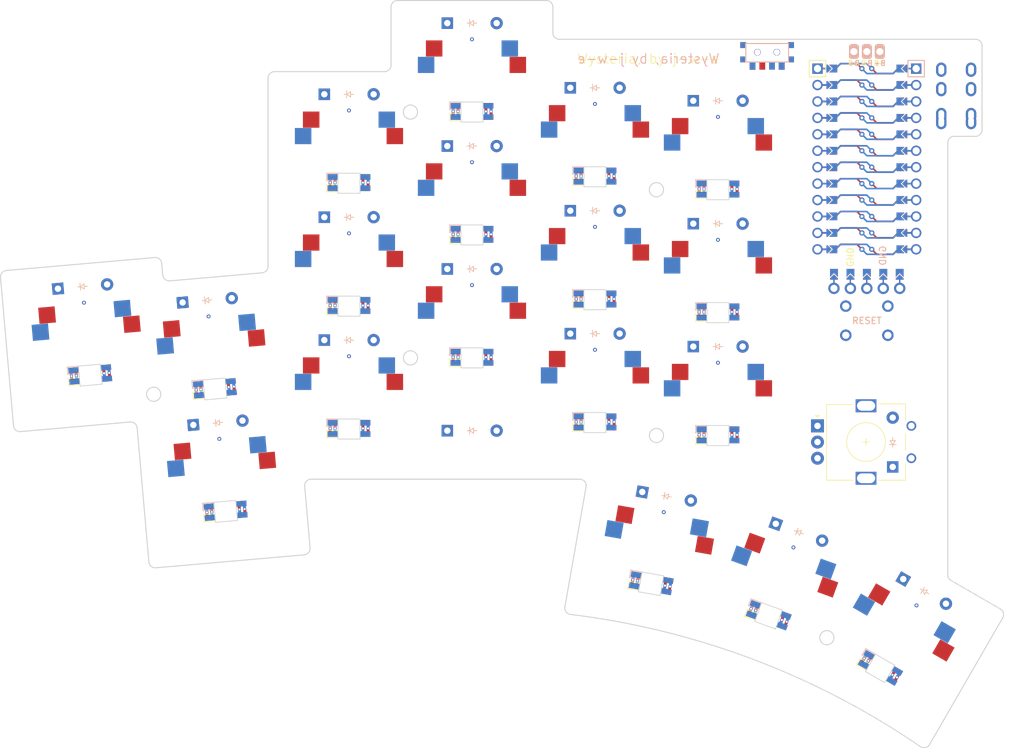
<source format=kicad_pcb>
(kicad_pcb (version 20171130) (host pcbnew 5.1.6)
  (title_block (title jwe) (rev v1.0.0) (company Unknown))
  (layers (0 F.Cu signal) (31 B.Cu signal) (34 B.Paste user) (35 F.Paste user) (36 B.SilkS user) (37 F.SilkS user) (38 B.Mask user) (39 F.Mask user) (44 Edge.Cuts user))
  (net 0 "")
  (net 1 "pinkie_bottom")
  (net 2 "c_pinkie")
  (net 3 "pinkie_home")
  (net 4 "pinkie_top")
  (net 5 "ring_bottom")
  (net 6 "c_ring")
  (net 7 "ring_home")
  (net 8 "ring_top")
  (net 9 "middle_bottom")
  (net 10 "c_middle")
  (net 11 "middle_home")
  (net 12 "middle_top")
  (net 13 "index_bottom")
  (net 14 "c_index")
  (net 15 "index_home")
  (net 16 "index_top")
  (net 17 "inner_bottom")
  (net 18 "c_inner")
  (net 19 "inner_home")
  (net 20 "inner_top")
  (net 21 "tuckie_home")
  (net 22 "central_home")
  (net 23 "stretchie_home")
  (net 24 "VCC")
  (net 25 "LED_15")
  (net 26 "LED_16")
  (net 27 "GND")
  (net 28 "LED_17")
  (net 29 "LED_18")
  (net 30 "LED_14")
  (net 31 "LED_13")
  (net 32 "LED_12")
  (net 33 "LED_9")
  (net 34 "LED_10")
  (net 35 "LED_11")
  (net 36 "LED_8")
  (net 37 "LED_7")
  (net 38 "LED_6")
  (net 39 "LED_3")
  (net 40 "LED_4")
  (net 41 "LED_5")
  (net 42 "LED_2")
  (net 43 "LED_1")
  (net 44 "led")
  (net 45 "rotary_key")
  (net 46 "rot_clock")
  (net 47 "rot_anticlock")
  (net 48 "r_bottom")
  (net 49 "r_home")
  (net 50 "r_top")
  (net 51 "r_thumb")
  (net 52 "RAW")
  (net 53 "RST")
  (net 54 "P21")
  (net 55 "P16")
  (net 56 "P10")
  (net 57 "data")
  (net 58 "mosi")
  (net 59 "sck")
  (net 60 "bat")
  (net 61 "test")
  (module MX (layer F.Cu) (at 117.0506184 190.5233653 5)
    (fp_text reference "S1" hide)
    (fp_text value "" hide)
    (pad "" np_thru_hole circle (at 0 0) (size 3.9878 3.9878) (drill 3.9878) (layers *.Cu *.Mask))
    (pad "" np_thru_hole circle (at 5.08 0) (size 1.7018 1.7018) (drill 1.7018) (layers *.Cu *.Mask))
    (pad "" np_thru_hole circle (at -5.08 0) (size 1.7018 1.7018) (drill 1.7018) (layers *.Cu *.Mask))
    (pad "" np_thru_hole circle (at 2.54 -5.08) (size 3 3) (drill 3) (layers *.Cu *.Mask))
    (pad "" np_thru_hole circle (at -3.81 -2.54) (size 3 3) (drill 3) (layers *.Cu *.Mask))
    (pad 1 smd rect (at -7.085 -2.54 5) (size 2.55 2.5) (layers B.Cu B.Paste B.Mask) (net 1 "pinkie_bottom"))
    (pad 2 smd rect (at 5.842 -5.08 5) (size 2.55 2.5) (layers B.Cu B.Paste B.Mask) (net 2 "c_pinkie"))
    (pad "" np_thru_hole circle (at -2.54 -5.08) (size 3 3) (drill 3) (layers *.Cu *.Mask))
    (pad "" np_thru_hole circle (at 3.81 -2.54) (size 3 3) (drill 3) (layers *.Cu *.Mask))
    (pad 1 smd rect (at 7.085 -2.54 5) (size 2.55 2.5) (layers F.Cu F.Paste F.Mask) (net 1 "pinkie_bottom"))
    (pad 2 smd rect (at -5.842 -5.08 5) (size 2.55 2.5) (layers F.Cu F.Paste F.Mask) (net 2 "c_pinkie"))
  )
  (module MX (layer F.Cu) (at 115.3946592 171.5956661 5)
    (fp_text reference "S2" hide)
    (fp_text value "" hide)
    (pad "" np_thru_hole circle (at 0 0) (size 3.9878 3.9878) (drill 3.9878) (layers *.Cu *.Mask))
    (pad "" np_thru_hole circle (at 5.08 0) (size 1.7018 1.7018) (drill 1.7018) (layers *.Cu *.Mask))
    (pad "" np_thru_hole circle (at -5.08 0) (size 1.7018 1.7018) (drill 1.7018) (layers *.Cu *.Mask))
    (pad "" np_thru_hole circle (at 2.54 -5.08) (size 3 3) (drill 3) (layers *.Cu *.Mask))
    (pad "" np_thru_hole circle (at -3.81 -2.54) (size 3 3) (drill 3) (layers *.Cu *.Mask))
    (pad 1 smd rect (at -7.085 -2.54 5) (size 2.55 2.5) (layers B.Cu B.Paste B.Mask) (net 3 "pinkie_home"))
    (pad 2 smd rect (at 5.842 -5.08 5) (size 2.55 2.5) (layers B.Cu B.Paste B.Mask) (net 2 "c_pinkie"))
    (pad "" np_thru_hole circle (at -2.54 -5.08) (size 3 3) (drill 3) (layers *.Cu *.Mask))
    (pad "" np_thru_hole circle (at 3.81 -2.54) (size 3 3) (drill 3) (layers *.Cu *.Mask))
    (pad 1 smd rect (at 7.085 -2.54 5) (size 2.55 2.5) (layers F.Cu F.Paste F.Mask) (net 3 "pinkie_home"))
    (pad 2 smd rect (at -5.842 -5.08 5) (size 2.55 2.5) (layers F.Cu F.Paste F.Mask) (net 2 "c_pinkie"))
  )
  (module MX (layer F.Cu) (at 96.1357682 169.4660853 5)
    (fp_text reference "S3" hide)
    (fp_text value "" hide)
    (pad "" np_thru_hole circle (at 0 0) (size 3.9878 3.9878) (drill 3.9878) (layers *.Cu *.Mask))
    (pad "" np_thru_hole circle (at 5.08 0) (size 1.7018 1.7018) (drill 1.7018) (layers *.Cu *.Mask))
    (pad "" np_thru_hole circle (at -5.08 0) (size 1.7018 1.7018) (drill 1.7018) (layers *.Cu *.Mask))
    (pad "" np_thru_hole circle (at 2.54 -5.08) (size 3 3) (drill 3) (layers *.Cu *.Mask))
    (pad "" np_thru_hole circle (at -3.81 -2.54) (size 3 3) (drill 3) (layers *.Cu *.Mask))
    (pad 1 smd rect (at -7.085 -2.54 5) (size 2.55 2.5) (layers B.Cu B.Paste B.Mask) (net 4 "pinkie_top"))
    (pad 2 smd rect (at 5.842 -5.08 5) (size 2.55 2.5) (layers B.Cu B.Paste B.Mask) (net 2 "c_pinkie"))
    (pad "" np_thru_hole circle (at -2.54 -5.08) (size 3 3) (drill 3) (layers *.Cu *.Mask))
    (pad "" np_thru_hole circle (at 3.81 -2.54) (size 3 3) (drill 3) (layers *.Cu *.Mask))
    (pad 1 smd rect (at 7.085 -2.54 5) (size 2.55 2.5) (layers F.Cu F.Paste F.Mask) (net 4 "pinkie_top"))
    (pad 2 smd rect (at -5.842 -5.08 5) (size 2.55 2.5) (layers F.Cu F.Paste F.Mask) (net 2 "c_pinkie"))
  )
  (module MX (layer F.Cu) (at 136.5138965 177.7785309 0)
    (fp_text reference "S4" hide)
    (fp_text value "" hide)
    (pad "" np_thru_hole circle (at 0 0) (size 3.9878 3.9878) (drill 3.9878) (layers *.Cu *.Mask))
    (pad "" np_thru_hole circle (at 5.08 0) (size 1.7018 1.7018) (drill 1.7018) (layers *.Cu *.Mask))
    (pad "" np_thru_hole circle (at -5.08 0) (size 1.7018 1.7018) (drill 1.7018) (layers *.Cu *.Mask))
    (pad "" np_thru_hole circle (at 2.54 -5.08) (size 3 3) (drill 3) (layers *.Cu *.Mask))
    (pad "" np_thru_hole circle (at -3.81 -2.54) (size 3 3) (drill 3) (layers *.Cu *.Mask))
    (pad 1 smd rect (at -7.085 -2.54 0) (size 2.55 2.5) (layers B.Cu B.Paste B.Mask) (net 5 "ring_bottom"))
    (pad 2 smd rect (at 5.842 -5.08 0) (size 2.55 2.5) (layers B.Cu B.Paste B.Mask) (net 6 "c_ring"))
    (pad "" np_thru_hole circle (at -2.54 -5.08) (size 3 3) (drill 3) (layers *.Cu *.Mask))
    (pad "" np_thru_hole circle (at 3.81 -2.54) (size 3 3) (drill 3) (layers *.Cu *.Mask))
    (pad 1 smd rect (at 7.085 -2.54 0) (size 2.55 2.5) (layers F.Cu F.Paste F.Mask) (net 5 "ring_bottom"))
    (pad 2 smd rect (at -5.842 -5.08 0) (size 2.55 2.5) (layers F.Cu F.Paste F.Mask) (net 6 "c_ring"))
  )
  (module MX (layer F.Cu) (at 136.5138965 158.7785309 0)
    (fp_text reference "S5" hide)
    (fp_text value "" hide)
    (pad "" np_thru_hole circle (at 0 0) (size 3.9878 3.9878) (drill 3.9878) (layers *.Cu *.Mask))
    (pad "" np_thru_hole circle (at 5.08 0) (size 1.7018 1.7018) (drill 1.7018) (layers *.Cu *.Mask))
    (pad "" np_thru_hole circle (at -5.08 0) (size 1.7018 1.7018) (drill 1.7018) (layers *.Cu *.Mask))
    (pad "" np_thru_hole circle (at 2.54 -5.08) (size 3 3) (drill 3) (layers *.Cu *.Mask))
    (pad "" np_thru_hole circle (at -3.81 -2.54) (size 3 3) (drill 3) (layers *.Cu *.Mask))
    (pad 1 smd rect (at -7.085 -2.54 0) (size 2.55 2.5) (layers B.Cu B.Paste B.Mask) (net 7 "ring_home"))
    (pad 2 smd rect (at 5.842 -5.08 0) (size 2.55 2.5) (layers B.Cu B.Paste B.Mask) (net 6 "c_ring"))
    (pad "" np_thru_hole circle (at -2.54 -5.08) (size 3 3) (drill 3) (layers *.Cu *.Mask))
    (pad "" np_thru_hole circle (at 3.81 -2.54) (size 3 3) (drill 3) (layers *.Cu *.Mask))
    (pad 1 smd rect (at 7.085 -2.54 0) (size 2.55 2.5) (layers F.Cu F.Paste F.Mask) (net 7 "ring_home"))
    (pad 2 smd rect (at -5.842 -5.08 0) (size 2.55 2.5) (layers F.Cu F.Paste F.Mask) (net 6 "c_ring"))
  )
  (module MX (layer F.Cu) (at 136.5138965 139.7785309 0)
    (fp_text reference "S6" hide)
    (fp_text value "" hide)
    (pad "" np_thru_hole circle (at 0 0) (size 3.9878 3.9878) (drill 3.9878) (layers *.Cu *.Mask))
    (pad "" np_thru_hole circle (at 5.08 0) (size 1.7018 1.7018) (drill 1.7018) (layers *.Cu *.Mask))
    (pad "" np_thru_hole circle (at -5.08 0) (size 1.7018 1.7018) (drill 1.7018) (layers *.Cu *.Mask))
    (pad "" np_thru_hole circle (at 2.54 -5.08) (size 3 3) (drill 3) (layers *.Cu *.Mask))
    (pad "" np_thru_hole circle (at -3.81 -2.54) (size 3 3) (drill 3) (layers *.Cu *.Mask))
    (pad 1 smd rect (at -7.085 -2.54 0) (size 2.55 2.5) (layers B.Cu B.Paste B.Mask) (net 8 "ring_top"))
    (pad 2 smd rect (at 5.842 -5.08 0) (size 2.55 2.5) (layers B.Cu B.Paste B.Mask) (net 6 "c_ring"))
    (pad "" np_thru_hole circle (at -2.54 -5.08) (size 3 3) (drill 3) (layers *.Cu *.Mask))
    (pad "" np_thru_hole circle (at 3.81 -2.54) (size 3 3) (drill 3) (layers *.Cu *.Mask))
    (pad 1 smd rect (at 7.085 -2.54 0) (size 2.55 2.5) (layers F.Cu F.Paste F.Mask) (net 8 "ring_top"))
    (pad 2 smd rect (at -5.842 -5.08 0) (size 2.55 2.5) (layers F.Cu F.Paste F.Mask) (net 6 "c_ring"))
  )
  (module MX (layer F.Cu) (at 155.5138965 166.7785309 0)
    (fp_text reference "S7" hide)
    (fp_text value "" hide)
    (pad "" np_thru_hole circle (at 0 0) (size 3.9878 3.9878) (drill 3.9878) (layers *.Cu *.Mask))
    (pad "" np_thru_hole circle (at 5.08 0) (size 1.7018 1.7018) (drill 1.7018) (layers *.Cu *.Mask))
    (pad "" np_thru_hole circle (at -5.08 0) (size 1.7018 1.7018) (drill 1.7018) (layers *.Cu *.Mask))
    (pad "" np_thru_hole circle (at 2.54 -5.08) (size 3 3) (drill 3) (layers *.Cu *.Mask))
    (pad "" np_thru_hole circle (at -3.81 -2.54) (size 3 3) (drill 3) (layers *.Cu *.Mask))
    (pad 1 smd rect (at -7.085 -2.54 0) (size 2.55 2.5) (layers B.Cu B.Paste B.Mask) (net 9 "middle_bottom"))
    (pad 2 smd rect (at 5.842 -5.08 0) (size 2.55 2.5) (layers B.Cu B.Paste B.Mask) (net 10 "c_middle"))
    (pad "" np_thru_hole circle (at -2.54 -5.08) (size 3 3) (drill 3) (layers *.Cu *.Mask))
    (pad "" np_thru_hole circle (at 3.81 -2.54) (size 3 3) (drill 3) (layers *.Cu *.Mask))
    (pad 1 smd rect (at 7.085 -2.54 0) (size 2.55 2.5) (layers F.Cu F.Paste F.Mask) (net 9 "middle_bottom"))
    (pad 2 smd rect (at -5.842 -5.08 0) (size 2.55 2.5) (layers F.Cu F.Paste F.Mask) (net 10 "c_middle"))
  )
  (module MX (layer F.Cu) (at 155.5138964 147.7785309 0)
    (fp_text reference "S8" hide)
    (fp_text value "" hide)
    (pad "" np_thru_hole circle (at 0 0) (size 3.9878 3.9878) (drill 3.9878) (layers *.Cu *.Mask))
    (pad "" np_thru_hole circle (at 5.08 0) (size 1.7018 1.7018) (drill 1.7018) (layers *.Cu *.Mask))
    (pad "" np_thru_hole circle (at -5.08 0) (size 1.7018 1.7018) (drill 1.7018) (layers *.Cu *.Mask))
    (pad "" np_thru_hole circle (at 2.54 -5.08) (size 3 3) (drill 3) (layers *.Cu *.Mask))
    (pad "" np_thru_hole circle (at -3.81 -2.54) (size 3 3) (drill 3) (layers *.Cu *.Mask))
    (pad 1 smd rect (at -7.085 -2.54 0) (size 2.55 2.5) (layers B.Cu B.Paste B.Mask) (net 11 "middle_home"))
    (pad 2 smd rect (at 5.842 -5.08 0) (size 2.55 2.5) (layers B.Cu B.Paste B.Mask) (net 10 "c_middle"))
    (pad "" np_thru_hole circle (at -2.54 -5.08) (size 3 3) (drill 3) (layers *.Cu *.Mask))
    (pad "" np_thru_hole circle (at 3.81 -2.54) (size 3 3) (drill 3) (layers *.Cu *.Mask))
    (pad 1 smd rect (at 7.085 -2.54 0) (size 2.55 2.5) (layers F.Cu F.Paste F.Mask) (net 11 "middle_home"))
    (pad 2 smd rect (at -5.842 -5.08 0) (size 2.55 2.5) (layers F.Cu F.Paste F.Mask) (net 10 "c_middle"))
  )
  (module MX (layer F.Cu) (at 155.5138964 128.7785308 0)
    (fp_text reference "S9" hide)
    (fp_text value "" hide)
    (pad "" np_thru_hole circle (at 0 0) (size 3.9878 3.9878) (drill 3.9878) (layers *.Cu *.Mask))
    (pad "" np_thru_hole circle (at 5.08 0) (size 1.7018 1.7018) (drill 1.7018) (layers *.Cu *.Mask))
    (pad "" np_thru_hole circle (at -5.08 0) (size 1.7018 1.7018) (drill 1.7018) (layers *.Cu *.Mask))
    (pad "" np_thru_hole circle (at 2.54 -5.08) (size 3 3) (drill 3) (layers *.Cu *.Mask))
    (pad "" np_thru_hole circle (at -3.81 -2.54) (size 3 3) (drill 3) (layers *.Cu *.Mask))
    (pad 1 smd rect (at -7.085 -2.54 0) (size 2.55 2.5) (layers B.Cu B.Paste B.Mask) (net 12 "middle_top"))
    (pad 2 smd rect (at 5.842 -5.08 0) (size 2.55 2.5) (layers B.Cu B.Paste B.Mask) (net 10 "c_middle"))
    (pad "" np_thru_hole circle (at -2.54 -5.08) (size 3 3) (drill 3) (layers *.Cu *.Mask))
    (pad "" np_thru_hole circle (at 3.81 -2.54) (size 3 3) (drill 3) (layers *.Cu *.Mask))
    (pad 1 smd rect (at 7.085 -2.54 0) (size 2.55 2.5) (layers F.Cu F.Paste F.Mask) (net 12 "middle_top"))
    (pad 2 smd rect (at -5.842 -5.08 0) (size 2.55 2.5) (layers F.Cu F.Paste F.Mask) (net 10 "c_middle"))
  )
  (module MX (layer F.Cu) (at 174.5138965 176.7785309 0)
    (fp_text reference "S10" hide)
    (fp_text value "" hide)
    (pad "" np_thru_hole circle (at 0 0) (size 3.9878 3.9878) (drill 3.9878) (layers *.Cu *.Mask))
    (pad "" np_thru_hole circle (at 5.08 0) (size 1.7018 1.7018) (drill 1.7018) (layers *.Cu *.Mask))
    (pad "" np_thru_hole circle (at -5.08 0) (size 1.7018 1.7018) (drill 1.7018) (layers *.Cu *.Mask))
    (pad "" np_thru_hole circle (at 2.54 -5.08) (size 3 3) (drill 3) (layers *.Cu *.Mask))
    (pad "" np_thru_hole circle (at -3.81 -2.54) (size 3 3) (drill 3) (layers *.Cu *.Mask))
    (pad 1 smd rect (at -7.085 -2.54 0) (size 2.55 2.5) (layers B.Cu B.Paste B.Mask) (net 13 "index_bottom"))
    (pad 2 smd rect (at 5.842 -5.08 0) (size 2.55 2.5) (layers B.Cu B.Paste B.Mask) (net 14 "c_index"))
    (pad "" np_thru_hole circle (at -2.54 -5.08) (size 3 3) (drill 3) (layers *.Cu *.Mask))
    (pad "" np_thru_hole circle (at 3.81 -2.54) (size 3 3) (drill 3) (layers *.Cu *.Mask))
    (pad 1 smd rect (at 7.085 -2.54 0) (size 2.55 2.5) (layers F.Cu F.Paste F.Mask) (net 13 "index_bottom"))
    (pad 2 smd rect (at -5.842 -5.08 0) (size 2.55 2.5) (layers F.Cu F.Paste F.Mask) (net 14 "c_index"))
  )
  (module MX (layer F.Cu) (at 174.5138965 157.7785309 0)
    (fp_text reference "S11" hide)
    (fp_text value "" hide)
    (pad "" np_thru_hole circle (at 0 0) (size 3.9878 3.9878) (drill 3.9878) (layers *.Cu *.Mask))
    (pad "" np_thru_hole circle (at 5.08 0) (size 1.7018 1.7018) (drill 1.7018) (layers *.Cu *.Mask))
    (pad "" np_thru_hole circle (at -5.08 0) (size 1.7018 1.7018) (drill 1.7018) (layers *.Cu *.Mask))
    (pad "" np_thru_hole circle (at 2.54 -5.08) (size 3 3) (drill 3) (layers *.Cu *.Mask))
    (pad "" np_thru_hole circle (at -3.81 -2.54) (size 3 3) (drill 3) (layers *.Cu *.Mask))
    (pad 1 smd rect (at -7.085 -2.54 0) (size 2.55 2.5) (layers B.Cu B.Paste B.Mask) (net 15 "index_home"))
    (pad 2 smd rect (at 5.842 -5.08 0) (size 2.55 2.5) (layers B.Cu B.Paste B.Mask) (net 14 "c_index"))
    (pad "" np_thru_hole circle (at -2.54 -5.08) (size 3 3) (drill 3) (layers *.Cu *.Mask))
    (pad "" np_thru_hole circle (at 3.81 -2.54) (size 3 3) (drill 3) (layers *.Cu *.Mask))
    (pad 1 smd rect (at 7.085 -2.54 0) (size 2.55 2.5) (layers F.Cu F.Paste F.Mask) (net 15 "index_home"))
    (pad 2 smd rect (at -5.842 -5.08 0) (size 2.55 2.5) (layers F.Cu F.Paste F.Mask) (net 14 "c_index"))
  )
  (module MX (layer F.Cu) (at 174.5138965 138.7785308 0)
    (fp_text reference "S12" hide)
    (fp_text value "" hide)
    (pad "" np_thru_hole circle (at 0 0) (size 3.9878 3.9878) (drill 3.9878) (layers *.Cu *.Mask))
    (pad "" np_thru_hole circle (at 5.08 0) (size 1.7018 1.7018) (drill 1.7018) (layers *.Cu *.Mask))
    (pad "" np_thru_hole circle (at -5.08 0) (size 1.7018 1.7018) (drill 1.7018) (layers *.Cu *.Mask))
    (pad "" np_thru_hole circle (at 2.54 -5.08) (size 3 3) (drill 3) (layers *.Cu *.Mask))
    (pad "" np_thru_hole circle (at -3.81 -2.54) (size 3 3) (drill 3) (layers *.Cu *.Mask))
    (pad 1 smd rect (at -7.085 -2.54 0) (size 2.55 2.5) (layers B.Cu B.Paste B.Mask) (net 16 "index_top"))
    (pad 2 smd rect (at 5.842 -5.08 0) (size 2.55 2.5) (layers B.Cu B.Paste B.Mask) (net 14 "c_index"))
    (pad "" np_thru_hole circle (at -2.54 -5.08) (size 3 3) (drill 3) (layers *.Cu *.Mask))
    (pad "" np_thru_hole circle (at 3.81 -2.54) (size 3 3) (drill 3) (layers *.Cu *.Mask))
    (pad 1 smd rect (at 7.085 -2.54 0) (size 2.55 2.5) (layers F.Cu F.Paste F.Mask) (net 16 "index_top"))
    (pad 2 smd rect (at -5.842 -5.08 0) (size 2.55 2.5) (layers F.Cu F.Paste F.Mask) (net 14 "c_index"))
  )
  (module MX (layer F.Cu) (at 193.5138964 178.7785309 0)
    (fp_text reference "S13" hide)
    (fp_text value "" hide)
    (pad "" np_thru_hole circle (at 0 0) (size 3.9878 3.9878) (drill 3.9878) (layers *.Cu *.Mask))
    (pad "" np_thru_hole circle (at 5.08 0) (size 1.7018 1.7018) (drill 1.7018) (layers *.Cu *.Mask))
    (pad "" np_thru_hole circle (at -5.08 0) (size 1.7018 1.7018) (drill 1.7018) (layers *.Cu *.Mask))
    (pad "" np_thru_hole circle (at 2.54 -5.08) (size 3 3) (drill 3) (layers *.Cu *.Mask))
    (pad "" np_thru_hole circle (at -3.81 -2.54) (size 3 3) (drill 3) (layers *.Cu *.Mask))
    (pad 1 smd rect (at -7.085 -2.54 0) (size 2.55 2.5) (layers B.Cu B.Paste B.Mask) (net 17 "inner_bottom"))
    (pad 2 smd rect (at 5.842 -5.08 0) (size 2.55 2.5) (layers B.Cu B.Paste B.Mask) (net 18 "c_inner"))
    (pad "" np_thru_hole circle (at -2.54 -5.08) (size 3 3) (drill 3) (layers *.Cu *.Mask))
    (pad "" np_thru_hole circle (at 3.81 -2.54) (size 3 3) (drill 3) (layers *.Cu *.Mask))
    (pad 1 smd rect (at 7.085 -2.54 0) (size 2.55 2.5) (layers F.Cu F.Paste F.Mask) (net 17 "inner_bottom"))
    (pad 2 smd rect (at -5.842 -5.08 0) (size 2.55 2.5) (layers F.Cu F.Paste F.Mask) (net 18 "c_inner"))
  )
  (module MX (layer F.Cu) (at 193.5138964 159.7785309 0)
    (fp_text reference "S14" hide)
    (fp_text value "" hide)
    (pad "" np_thru_hole circle (at 0 0) (size 3.9878 3.9878) (drill 3.9878) (layers *.Cu *.Mask))
    (pad "" np_thru_hole circle (at 5.08 0) (size 1.7018 1.7018) (drill 1.7018) (layers *.Cu *.Mask))
    (pad "" np_thru_hole circle (at -5.08 0) (size 1.7018 1.7018) (drill 1.7018) (layers *.Cu *.Mask))
    (pad "" np_thru_hole circle (at 2.54 -5.08) (size 3 3) (drill 3) (layers *.Cu *.Mask))
    (pad "" np_thru_hole circle (at -3.81 -2.54) (size 3 3) (drill 3) (layers *.Cu *.Mask))
    (pad 1 smd rect (at -7.085 -2.54 0) (size 2.55 2.5) (layers B.Cu B.Paste B.Mask) (net 19 "inner_home"))
    (pad 2 smd rect (at 5.842 -5.08 0) (size 2.55 2.5) (layers B.Cu B.Paste B.Mask) (net 18 "c_inner"))
    (pad "" np_thru_hole circle (at -2.54 -5.08) (size 3 3) (drill 3) (layers *.Cu *.Mask))
    (pad "" np_thru_hole circle (at 3.81 -2.54) (size 3 3) (drill 3) (layers *.Cu *.Mask))
    (pad 1 smd rect (at 7.085 -2.54 0) (size 2.55 2.5) (layers F.Cu F.Paste F.Mask) (net 19 "inner_home"))
    (pad 2 smd rect (at -5.842 -5.08 0) (size 2.55 2.5) (layers F.Cu F.Paste F.Mask) (net 18 "c_inner"))
  )
  (module MX (layer F.Cu) (at 193.5138964 140.7785308 0)
    (fp_text reference "S15" hide)
    (fp_text value "" hide)
    (pad "" np_thru_hole circle (at 0 0) (size 3.9878 3.9878) (drill 3.9878) (layers *.Cu *.Mask))
    (pad "" np_thru_hole circle (at 5.08 0) (size 1.7018 1.7018) (drill 1.7018) (layers *.Cu *.Mask))
    (pad "" np_thru_hole circle (at -5.08 0) (size 1.7018 1.7018) (drill 1.7018) (layers *.Cu *.Mask))
    (pad "" np_thru_hole circle (at 2.54 -5.08) (size 3 3) (drill 3) (layers *.Cu *.Mask))
    (pad "" np_thru_hole circle (at -3.81 -2.54) (size 3 3) (drill 3) (layers *.Cu *.Mask))
    (pad 1 smd rect (at -7.085 -2.54 0) (size 2.55 2.5) (layers B.Cu B.Paste B.Mask) (net 20 "inner_top"))
    (pad 2 smd rect (at 5.842 -5.08 0) (size 2.55 2.5) (layers B.Cu B.Paste B.Mask) (net 18 "c_inner"))
    (pad "" np_thru_hole circle (at -2.54 -5.08) (size 3 3) (drill 3) (layers *.Cu *.Mask))
    (pad "" np_thru_hole circle (at 3.81 -2.54) (size 3 3) (drill 3) (layers *.Cu *.Mask))
    (pad 1 smd rect (at 7.085 -2.54 0) (size 2.55 2.5) (layers F.Cu F.Paste F.Mask) (net 20 "inner_top"))
    (pad 2 smd rect (at -5.842 -5.08 0) (size 2.55 2.5) (layers F.Cu F.Paste F.Mask) (net 18 "c_inner"))
  )
  (module MX (layer F.Cu) (at 184.0138964 201.7785309 -10)
    (fp_text reference "S16" hide)
    (fp_text value "" hide)
    (pad "" np_thru_hole circle (at 0 0) (size 3.9878 3.9878) (drill 3.9878) (layers *.Cu *.Mask))
    (pad "" np_thru_hole circle (at 5.08 0) (size 1.7018 1.7018) (drill 1.7018) (layers *.Cu *.Mask))
    (pad "" np_thru_hole circle (at -5.08 0) (size 1.7018 1.7018) (drill 1.7018) (layers *.Cu *.Mask))
    (pad "" np_thru_hole circle (at 2.54 -5.08) (size 3 3) (drill 3) (layers *.Cu *.Mask))
    (pad "" np_thru_hole circle (at -3.81 -2.54) (size 3 3) (drill 3) (layers *.Cu *.Mask))
    (pad 1 smd rect (at -7.085 -2.54 -10) (size 2.55 2.5) (layers B.Cu B.Paste B.Mask) (net 21 "tuckie_home"))
    (pad 2 smd rect (at 5.842 -5.08 -10) (size 2.55 2.5) (layers B.Cu B.Paste B.Mask) (net 6 "c_ring"))
    (pad "" np_thru_hole circle (at -2.54 -5.08) (size 3 3) (drill 3) (layers *.Cu *.Mask))
    (pad "" np_thru_hole circle (at 3.81 -2.54) (size 3 3) (drill 3) (layers *.Cu *.Mask))
    (pad 1 smd rect (at 7.085 -2.54 -10) (size 2.55 2.5) (layers F.Cu F.Paste F.Mask) (net 21 "tuckie_home"))
    (pad 2 smd rect (at -5.842 -5.08 -10) (size 2.55 2.5) (layers F.Cu F.Paste F.Mask) (net 6 "c_ring"))
  )
  (module MX (layer F.Cu) (at 202.95039979999999 206.93656409999997 -20)
    (fp_text reference "S17" hide)
    (fp_text value "" hide)
    (pad "" np_thru_hole circle (at 0 0) (size 3.9878 3.9878) (drill 3.9878) (layers *.Cu *.Mask))
    (pad "" np_thru_hole circle (at 5.08 0) (size 1.7018 1.7018) (drill 1.7018) (layers *.Cu *.Mask))
    (pad "" np_thru_hole circle (at -5.08 0) (size 1.7018 1.7018) (drill 1.7018) (layers *.Cu *.Mask))
    (pad "" np_thru_hole circle (at 2.54 -5.08) (size 3 3) (drill 3) (layers *.Cu *.Mask))
    (pad "" np_thru_hole circle (at -3.81 -2.54) (size 3 3) (drill 3) (layers *.Cu *.Mask))
    (pad 1 smd rect (at -7.085 -2.54 -20) (size 2.55 2.5) (layers B.Cu B.Paste B.Mask) (net 22 "central_home"))
    (pad 2 smd rect (at 5.842 -5.08 -20) (size 2.55 2.5) (layers B.Cu B.Paste B.Mask) (net 10 "c_middle"))
    (pad "" np_thru_hole circle (at -2.54 -5.08) (size 3 3) (drill 3) (layers *.Cu *.Mask))
    (pad "" np_thru_hole circle (at 3.81 -2.54) (size 3 3) (drill 3) (layers *.Cu *.Mask))
    (pad 1 smd rect (at 7.085 -2.54 -20) (size 2.55 2.5) (layers F.Cu F.Paste F.Mask) (net 22 "central_home"))
    (pad 2 smd rect (at -5.842 -5.08 -20) (size 2.55 2.5) (layers F.Cu F.Paste F.Mask) (net 10 "c_middle"))
  )
  (module MX (layer F.Cu) (at 220.93729739999998 215.41901199999998 -30)
    (fp_text reference "S18" hide)
    (fp_text value "" hide)
    (pad "" np_thru_hole circle (at 0 0) (size 3.9878 3.9878) (drill 3.9878) (layers *.Cu *.Mask))
    (pad "" np_thru_hole circle (at 5.08 0) (size 1.7018 1.7018) (drill 1.7018) (layers *.Cu *.Mask))
    (pad "" np_thru_hole circle (at -5.08 0) (size 1.7018 1.7018) (drill 1.7018) (layers *.Cu *.Mask))
    (pad "" np_thru_hole circle (at 2.54 -5.08) (size 3 3) (drill 3) (layers *.Cu *.Mask))
    (pad "" np_thru_hole circle (at -3.81 -2.54) (size 3 3) (drill 3) (layers *.Cu *.Mask))
    (pad 1 smd rect (at -7.085 -2.54 -30) (size 2.55 2.5) (layers B.Cu B.Paste B.Mask) (net 23 "stretchie_home"))
    (pad 2 smd rect (at 5.842 -5.08 -30) (size 2.55 2.5) (layers B.Cu B.Paste B.Mask) (net 14 "c_index"))
    (pad "" np_thru_hole circle (at -2.54 -5.08) (size 3 3) (drill 3) (layers *.Cu *.Mask))
    (pad "" np_thru_hole circle (at 3.81 -2.54) (size 3 3) (drill 3) (layers *.Cu *.Mask))
    (pad 1 smd rect (at 7.085 -2.54 -30) (size 2.55 2.5) (layers F.Cu F.Paste F.Mask) (net 23 "stretchie_home"))
    (pad 2 smd rect (at -5.842 -5.08 -30) (size 2.55 2.5) (layers F.Cu F.Paste F.Mask) (net 14 "c_index"))
  )
  (module WS2812B (layer F.Cu) (at 117.4646082 195.2552901 185)
    (fp_text reference "L9" hide)
    (fp_text value "SK6812Mini-e" hide)
    (fp_line (start -1.7 -1.55) (end -1.7 1.55) (layer Edge.Cuts) (width 0.12))
    (fp_line (start -1.7 1.55) (end 1.7 1.55) (layer Edge.Cuts) (width 0.12))
    (fp_line (start 1.7 1.55) (end 1.7 -1.55) (layer Edge.Cuts) (width 0.12))
    (fp_line (start 1.7 -1.55) (end -1.7 -1.55) (layer Edge.Cuts) (width 0.12))
    (pad "1" smd custom (at -2.5 -0.775 185) (size 1.6 0.85) (layers "B.Cu") (options (clearance outline) (anchor rect)) (primitives (gr_poly (pts (xy 0.525 0.8958) (xy 0.1694 0.8958) (xy 0.1694 0.325) (xy 0.525 0.325)) (width 0.1) (fill yes))) (net 24 "VCC"))
    (pad "1" smd custom (at -2.5 0.975 185) (size 1.6 0.85) (layers "F.Cu") (options (clearance outline) (anchor rect)) (primitives (gr_poly (pts (xy 0.5306 -0.275) (xy 0.175 -0.275) (xy 0.175 -0.898) (xy 0.5306 -0.898)) (width 0.1) (fill yes))) (net 24 "VCC"))
    (pad "1" thru_hole circle (at -2.15 0.1 180) (size 0.4572 0.4572) (drill 0.3048) (layers "*.Cu") (net 24 "VCC"))
    (pad "2" thru_hole circle (at -2.95 0.1 180) (size 0.4572 0.4572) (drill 0.3048) (layers "*.Cu") (net 26 "LED_16"))
    (pad "2" smd custom (at -2.5 -0.775 365) (size 1.6 0.85) (layers "F.Cu") (options (clearance outline) (anchor rect)) (primitives (gr_poly (pts (xy 0.6324 -0.2956) (xy 0.2768 -0.2956) (xy 0.2768 -0.8688) (xy 0.6324 -0.8688)) (width 0.1) (fill yes))) (net 26 "LED_16"))
    (pad "2" smd custom (at -2.5 0.975 365) (size 1.6 0.85) (layers "B.Cu") (options (clearance outline) (anchor rect)) (primitives (gr_poly (pts (xy 0.6324 0.8884) (xy 0.2768 0.8884) (xy 0.2768 0.325) (xy 0.6324 0.325)) (width 0.1) (fill yes))) (net 26 "LED_16"))
    (pad "3" smd custom (at 2.5 -0.775 365) (size 1.6 0.85) (layers "F.Cu") (options (clearance outline) (anchor rect)) (primitives (gr_poly (pts (xy -0.226 -0.3536) (xy -0.5816 -0.3536) (xy -0.5816 -0.887) (xy -0.226 -0.887)) (width 0.1) (fill yes))) (net 27 "GND"))
    (pad "3" smd custom (at 2.5 0.975 365) (size 1.6 0.85) (layers "B.Cu") (options (clearance outline) (anchor rect)) (primitives (gr_poly (pts (xy -0.2222 0.8884) (xy -0.5778 0.8884) (xy -0.5816 0.325) (xy -0.226 0.325)) (width 0.1) (fill yes))) (net 27 "GND"))
    (pad "3" thru_hole circle (at 2.9 0.1 180) (size 0.4572 0.4572) (drill 0.3048) (layers "*.Cu") (net 27 "GND"))
    (pad "4" thru_hole circle (at 2.15 0.1 180) (size 0.4572 0.4572) (drill 0.3048) (layers "*.Cu") (net 25 "LED_15"))
    (pad "4" smd custom (at 2.5 -0.775 185) (size 1.6 0.85) (layers "B.Cu") (options (clearance outline) (anchor rect)) (primitives (gr_poly (pts (xy -0.175 0.8862) (xy -0.5306 0.8862) (xy -0.5306 0.175) (xy -0.175 0.175)) (width 0.1) (fill yes))) (net 25 "LED_15"))
    (pad "4" smd custom (at 2.5 0.975 185) (size 1.6 0.85) (layers "F.Cu") (options (clearance outline) (anchor rect)) (primitives (gr_poly (pts (xy -0.175 -0.175) (xy -0.5306 -0.178) (xy -0.5306 -0.9026) (xy -0.175 -0.9056)) (width 0.1) (fill yes))) (net 25 "LED_15"))
  )
  (module WS2812B (layer F.Cu) (at 115.808649 176.3275909 185)
    (fp_text reference "L9" hide)
    (fp_text value "SK6812Mini-e" hide)
    (fp_line (start -1.7 -1.55) (end -1.7 1.55) (layer Edge.Cuts) (width 0.12))
    (fp_line (start -1.7 1.55) (end 1.7 1.55) (layer Edge.Cuts) (width 0.12))
    (fp_line (start 1.7 1.55) (end 1.7 -1.55) (layer Edge.Cuts) (width 0.12))
    (fp_line (start 1.7 -1.55) (end -1.7 -1.55) (layer Edge.Cuts) (width 0.12))
    (pad "1" smd custom (at -2.5 -0.775 185) (size 1.6 0.85) (layers "B.Cu") (options (clearance outline) (anchor rect)) (primitives (gr_poly (pts (xy 0.525 0.8958) (xy 0.1694 0.8958) (xy 0.1694 0.325) (xy 0.525 0.325)) (width 0.1) (fill yes))) (net 24 "VCC"))
    (pad "1" smd custom (at -2.5 0.975 185) (size 1.6 0.85) (layers "F.Cu") (options (clearance outline) (anchor rect)) (primitives (gr_poly (pts (xy 0.5306 -0.275) (xy 0.175 -0.275) (xy 0.175 -0.898) (xy 0.5306 -0.898)) (width 0.1) (fill yes))) (net 24 "VCC"))
    (pad "1" thru_hole circle (at -2.15 0.1 180) (size 0.4572 0.4572) (drill 0.3048) (layers "*.Cu") (net 24 "VCC"))
    (pad "2" thru_hole circle (at -2.95 0.1 180) (size 0.4572 0.4572) (drill 0.3048) (layers "*.Cu") (net 28 "LED_17"))
    (pad "2" smd custom (at -2.5 -0.775 365) (size 1.6 0.85) (layers "F.Cu") (options (clearance outline) (anchor rect)) (primitives (gr_poly (pts (xy 0.6324 -0.2956) (xy 0.2768 -0.2956) (xy 0.2768 -0.8688) (xy 0.6324 -0.8688)) (width 0.1) (fill yes))) (net 28 "LED_17"))
    (pad "2" smd custom (at -2.5 0.975 365) (size 1.6 0.85) (layers "B.Cu") (options (clearance outline) (anchor rect)) (primitives (gr_poly (pts (xy 0.6324 0.8884) (xy 0.2768 0.8884) (xy 0.2768 0.325) (xy 0.6324 0.325)) (width 0.1) (fill yes))) (net 28 "LED_17"))
    (pad "3" smd custom (at 2.5 -0.775 365) (size 1.6 0.85) (layers "F.Cu") (options (clearance outline) (anchor rect)) (primitives (gr_poly (pts (xy -0.226 -0.3536) (xy -0.5816 -0.3536) (xy -0.5816 -0.887) (xy -0.226 -0.887)) (width 0.1) (fill yes))) (net 27 "GND"))
    (pad "3" smd custom (at 2.5 0.975 365) (size 1.6 0.85) (layers "B.Cu") (options (clearance outline) (anchor rect)) (primitives (gr_poly (pts (xy -0.2222 0.8884) (xy -0.5778 0.8884) (xy -0.5816 0.325) (xy -0.226 0.325)) (width 0.1) (fill yes))) (net 27 "GND"))
    (pad "3" thru_hole circle (at 2.9 0.1 180) (size 0.4572 0.4572) (drill 0.3048) (layers "*.Cu") (net 27 "GND"))
    (pad "4" thru_hole circle (at 2.15 0.1 180) (size 0.4572 0.4572) (drill 0.3048) (layers "*.Cu") (net 26 "LED_16"))
    (pad "4" smd custom (at 2.5 -0.775 185) (size 1.6 0.85) (layers "B.Cu") (options (clearance outline) (anchor rect)) (primitives (gr_poly (pts (xy -0.175 0.8862) (xy -0.5306 0.8862) (xy -0.5306 0.175) (xy -0.175 0.175)) (width 0.1) (fill yes))) (net 26 "LED_16"))
    (pad "4" smd custom (at 2.5 0.975 185) (size 1.6 0.85) (layers "F.Cu") (options (clearance outline) (anchor rect)) (primitives (gr_poly (pts (xy -0.175 -0.175) (xy -0.5306 -0.178) (xy -0.5306 -0.9026) (xy -0.175 -0.9056)) (width 0.1) (fill yes))) (net 26 "LED_16"))
  )
  (module WS2812B (layer F.Cu) (at 96.549758 174.1980101 185)
    (fp_text reference "L9" hide)
    (fp_text value "SK6812Mini-e" hide)
    (fp_line (start -1.7 -1.55) (end -1.7 1.55) (layer Edge.Cuts) (width 0.12))
    (fp_line (start -1.7 1.55) (end 1.7 1.55) (layer Edge.Cuts) (width 0.12))
    (fp_line (start 1.7 1.55) (end 1.7 -1.55) (layer Edge.Cuts) (width 0.12))
    (fp_line (start 1.7 -1.55) (end -1.7 -1.55) (layer Edge.Cuts) (width 0.12))
    (pad "1" smd custom (at -2.5 -0.775 185) (size 1.6 0.85) (layers "B.Cu") (options (clearance outline) (anchor rect)) (primitives (gr_poly (pts (xy 0.525 0.8958) (xy 0.1694 0.8958) (xy 0.1694 0.325) (xy 0.525 0.325)) (width 0.1) (fill yes))) (net 24 "VCC"))
    (pad "1" smd custom (at -2.5 0.975 185) (size 1.6 0.85) (layers "F.Cu") (options (clearance outline) (anchor rect)) (primitives (gr_poly (pts (xy 0.5306 -0.275) (xy 0.175 -0.275) (xy 0.175 -0.898) (xy 0.5306 -0.898)) (width 0.1) (fill yes))) (net 24 "VCC"))
    (pad "1" thru_hole circle (at -2.15 0.1 180) (size 0.4572 0.4572) (drill 0.3048) (layers "*.Cu") (net 24 "VCC"))
    (pad "2" thru_hole circle (at -2.95 0.1 180) (size 0.4572 0.4572) (drill 0.3048) (layers "*.Cu") (net 29 "LED_18"))
    (pad "2" smd custom (at -2.5 -0.775 365) (size 1.6 0.85) (layers "F.Cu") (options (clearance outline) (anchor rect)) (primitives (gr_poly (pts (xy 0.6324 -0.2956) (xy 0.2768 -0.2956) (xy 0.2768 -0.8688) (xy 0.6324 -0.8688)) (width 0.1) (fill yes))) (net 29 "LED_18"))
    (pad "2" smd custom (at -2.5 0.975 365) (size 1.6 0.85) (layers "B.Cu") (options (clearance outline) (anchor rect)) (primitives (gr_poly (pts (xy 0.6324 0.8884) (xy 0.2768 0.8884) (xy 0.2768 0.325) (xy 0.6324 0.325)) (width 0.1) (fill yes))) (net 29 "LED_18"))
    (pad "3" smd custom (at 2.5 -0.775 365) (size 1.6 0.85) (layers "F.Cu") (options (clearance outline) (anchor rect)) (primitives (gr_poly (pts (xy -0.226 -0.3536) (xy -0.5816 -0.3536) (xy -0.5816 -0.887) (xy -0.226 -0.887)) (width 0.1) (fill yes))) (net 27 "GND"))
    (pad "3" smd custom (at 2.5 0.975 365) (size 1.6 0.85) (layers "B.Cu") (options (clearance outline) (anchor rect)) (primitives (gr_poly (pts (xy -0.2222 0.8884) (xy -0.5778 0.8884) (xy -0.5816 0.325) (xy -0.226 0.325)) (width 0.1) (fill yes))) (net 27 "GND"))
    (pad "3" thru_hole circle (at 2.9 0.1 180) (size 0.4572 0.4572) (drill 0.3048) (layers "*.Cu") (net 27 "GND"))
    (pad "4" thru_hole circle (at 2.15 0.1 180) (size 0.4572 0.4572) (drill 0.3048) (layers "*.Cu") (net 28 "LED_17"))
    (pad "4" smd custom (at 2.5 -0.775 185) (size 1.6 0.85) (layers "B.Cu") (options (clearance outline) (anchor rect)) (primitives (gr_poly (pts (xy -0.175 0.8862) (xy -0.5306 0.8862) (xy -0.5306 0.175) (xy -0.175 0.175)) (width 0.1) (fill yes))) (net 28 "LED_17"))
    (pad "4" smd custom (at 2.5 0.975 185) (size 1.6 0.85) (layers "F.Cu") (options (clearance outline) (anchor rect)) (primitives (gr_poly (pts (xy -0.175 -0.175) (xy -0.5306 -0.178) (xy -0.5306 -0.9026) (xy -0.175 -0.9056)) (width 0.1) (fill yes))) (net 28 "LED_17"))
  )
  (module WS2812B (layer F.Cu) (at 136.5138965 182.5285309 180)
    (fp_text reference "L9" hide)
    (fp_text value "SK6812Mini-e" hide)
    (fp_line (start -1.7 -1.55) (end -1.7 1.55) (layer Edge.Cuts) (width 0.12))
    (fp_line (start -1.7 1.55) (end 1.7 1.55) (layer Edge.Cuts) (width 0.12))
    (fp_line (start 1.7 1.55) (end 1.7 -1.55) (layer Edge.Cuts) (width 0.12))
    (fp_line (start 1.7 -1.55) (end -1.7 -1.55) (layer Edge.Cuts) (width 0.12))
    (pad "1" smd custom (at -2.5 -0.775 180) (size 1.6 0.85) (layers "B.Cu") (options (clearance outline) (anchor rect)) (primitives (gr_poly (pts (xy 0.525 0.8958) (xy 0.1694 0.8958) (xy 0.1694 0.325) (xy 0.525 0.325)) (width 0.1) (fill yes))) (net 24 "VCC"))
    (pad "1" smd custom (at -2.5 0.975 180) (size 1.6 0.85) (layers "F.Cu") (options (clearance outline) (anchor rect)) (primitives (gr_poly (pts (xy 0.5306 -0.275) (xy 0.175 -0.275) (xy 0.175 -0.898) (xy 0.5306 -0.898)) (width 0.1) (fill yes))) (net 24 "VCC"))
    (pad "1" thru_hole circle (at -2.15 0.1 180) (size 0.4572 0.4572) (drill 0.3048) (layers "*.Cu") (net 24 "VCC"))
    (pad "2" thru_hole circle (at -2.95 0.1 180) (size 0.4572 0.4572) (drill 0.3048) (layers "*.Cu") (net 25 "LED_15"))
    (pad "2" smd custom (at -2.5 -0.775 360) (size 1.6 0.85) (layers "F.Cu") (options (clearance outline) (anchor rect)) (primitives (gr_poly (pts (xy 0.6324 -0.2956) (xy 0.2768 -0.2956) (xy 0.2768 -0.8688) (xy 0.6324 -0.8688)) (width 0.1) (fill yes))) (net 25 "LED_15"))
    (pad "2" smd custom (at -2.5 0.975 360) (size 1.6 0.85) (layers "B.Cu") (options (clearance outline) (anchor rect)) (primitives (gr_poly (pts (xy 0.6324 0.8884) (xy 0.2768 0.8884) (xy 0.2768 0.325) (xy 0.6324 0.325)) (width 0.1) (fill yes))) (net 25 "LED_15"))
    (pad "3" smd custom (at 2.5 -0.775 360) (size 1.6 0.85) (layers "F.Cu") (options (clearance outline) (anchor rect)) (primitives (gr_poly (pts (xy -0.226 -0.3536) (xy -0.5816 -0.3536) (xy -0.5816 -0.887) (xy -0.226 -0.887)) (width 0.1) (fill yes))) (net 27 "GND"))
    (pad "3" smd custom (at 2.5 0.975 360) (size 1.6 0.85) (layers "B.Cu") (options (clearance outline) (anchor rect)) (primitives (gr_poly (pts (xy -0.2222 0.8884) (xy -0.5778 0.8884) (xy -0.5816 0.325) (xy -0.226 0.325)) (width 0.1) (fill yes))) (net 27 "GND"))
    (pad "3" thru_hole circle (at 2.9 0.1 180) (size 0.4572 0.4572) (drill 0.3048) (layers "*.Cu") (net 27 "GND"))
    (pad "4" thru_hole circle (at 2.15 0.1 180) (size 0.4572 0.4572) (drill 0.3048) (layers "*.Cu") (net 30 "LED_14"))
    (pad "4" smd custom (at 2.5 -0.775 180) (size 1.6 0.85) (layers "B.Cu") (options (clearance outline) (anchor rect)) (primitives (gr_poly (pts (xy -0.175 0.8862) (xy -0.5306 0.8862) (xy -0.5306 0.175) (xy -0.175 0.175)) (width 0.1) (fill yes))) (net 30 "LED_14"))
    (pad "4" smd custom (at 2.5 0.975 180) (size 1.6 0.85) (layers "F.Cu") (options (clearance outline) (anchor rect)) (primitives (gr_poly (pts (xy -0.175 -0.175) (xy -0.5306 -0.178) (xy -0.5306 -0.9026) (xy -0.175 -0.9056)) (width 0.1) (fill yes))) (net 30 "LED_14"))
  )
  (module WS2812B (layer F.Cu) (at 136.5138965 163.5285309 180)
    (fp_text reference "L9" hide)
    (fp_text value "SK6812Mini-e" hide)
    (fp_line (start -1.7 -1.55) (end -1.7 1.55) (layer Edge.Cuts) (width 0.12))
    (fp_line (start -1.7 1.55) (end 1.7 1.55) (layer Edge.Cuts) (width 0.12))
    (fp_line (start 1.7 1.55) (end 1.7 -1.55) (layer Edge.Cuts) (width 0.12))
    (fp_line (start 1.7 -1.55) (end -1.7 -1.55) (layer Edge.Cuts) (width 0.12))
    (pad "1" smd custom (at -2.5 -0.775 180) (size 1.6 0.85) (layers "B.Cu") (options (clearance outline) (anchor rect)) (primitives (gr_poly (pts (xy 0.525 0.8958) (xy 0.1694 0.8958) (xy 0.1694 0.325) (xy 0.525 0.325)) (width 0.1) (fill yes))) (net 24 "VCC"))
    (pad "1" smd custom (at -2.5 0.975 180) (size 1.6 0.85) (layers "F.Cu") (options (clearance outline) (anchor rect)) (primitives (gr_poly (pts (xy 0.5306 -0.275) (xy 0.175 -0.275) (xy 0.175 -0.898) (xy 0.5306 -0.898)) (width 0.1) (fill yes))) (net 24 "VCC"))
    (pad "1" thru_hole circle (at -2.15 0.1 180) (size 0.4572 0.4572) (drill 0.3048) (layers "*.Cu") (net 24 "VCC"))
    (pad "2" thru_hole circle (at -2.95 0.1 180) (size 0.4572 0.4572) (drill 0.3048) (layers "*.Cu") (net 30 "LED_14"))
    (pad "2" smd custom (at -2.5 -0.775 360) (size 1.6 0.85) (layers "F.Cu") (options (clearance outline) (anchor rect)) (primitives (gr_poly (pts (xy 0.6324 -0.2956) (xy 0.2768 -0.2956) (xy 0.2768 -0.8688) (xy 0.6324 -0.8688)) (width 0.1) (fill yes))) (net 30 "LED_14"))
    (pad "2" smd custom (at -2.5 0.975 360) (size 1.6 0.85) (layers "B.Cu") (options (clearance outline) (anchor rect)) (primitives (gr_poly (pts (xy 0.6324 0.8884) (xy 0.2768 0.8884) (xy 0.2768 0.325) (xy 0.6324 0.325)) (width 0.1) (fill yes))) (net 30 "LED_14"))
    (pad "3" smd custom (at 2.5 -0.775 360) (size 1.6 0.85) (layers "F.Cu") (options (clearance outline) (anchor rect)) (primitives (gr_poly (pts (xy -0.226 -0.3536) (xy -0.5816 -0.3536) (xy -0.5816 -0.887) (xy -0.226 -0.887)) (width 0.1) (fill yes))) (net 27 "GND"))
    (pad "3" smd custom (at 2.5 0.975 360) (size 1.6 0.85) (layers "B.Cu") (options (clearance outline) (anchor rect)) (primitives (gr_poly (pts (xy -0.2222 0.8884) (xy -0.5778 0.8884) (xy -0.5816 0.325) (xy -0.226 0.325)) (width 0.1) (fill yes))) (net 27 "GND"))
    (pad "3" thru_hole circle (at 2.9 0.1 180) (size 0.4572 0.4572) (drill 0.3048) (layers "*.Cu") (net 27 "GND"))
    (pad "4" thru_hole circle (at 2.15 0.1 180) (size 0.4572 0.4572) (drill 0.3048) (layers "*.Cu") (net 31 "LED_13"))
    (pad "4" smd custom (at 2.5 -0.775 180) (size 1.6 0.85) (layers "B.Cu") (options (clearance outline) (anchor rect)) (primitives (gr_poly (pts (xy -0.175 0.8862) (xy -0.5306 0.8862) (xy -0.5306 0.175) (xy -0.175 0.175)) (width 0.1) (fill yes))) (net 31 "LED_13"))
    (pad "4" smd custom (at 2.5 0.975 180) (size 1.6 0.85) (layers "F.Cu") (options (clearance outline) (anchor rect)) (primitives (gr_poly (pts (xy -0.175 -0.175) (xy -0.5306 -0.178) (xy -0.5306 -0.9026) (xy -0.175 -0.9056)) (width 0.1) (fill yes))) (net 31 "LED_13"))
  )
  (module WS2812B (layer F.Cu) (at 136.5138965 144.5285309 180)
    (fp_text reference "L9" hide)
    (fp_text value "SK6812Mini-e" hide)
    (fp_line (start -1.7 -1.55) (end -1.7 1.55) (layer Edge.Cuts) (width 0.12))
    (fp_line (start -1.7 1.55) (end 1.7 1.55) (layer Edge.Cuts) (width 0.12))
    (fp_line (start 1.7 1.55) (end 1.7 -1.55) (layer Edge.Cuts) (width 0.12))
    (fp_line (start 1.7 -1.55) (end -1.7 -1.55) (layer Edge.Cuts) (width 0.12))
    (pad "1" smd custom (at -2.5 -0.775 180) (size 1.6 0.85) (layers "B.Cu") (options (clearance outline) (anchor rect)) (primitives (gr_poly (pts (xy 0.525 0.8958) (xy 0.1694 0.8958) (xy 0.1694 0.325) (xy 0.525 0.325)) (width 0.1) (fill yes))) (net 24 "VCC"))
    (pad "1" smd custom (at -2.5 0.975 180) (size 1.6 0.85) (layers "F.Cu") (options (clearance outline) (anchor rect)) (primitives (gr_poly (pts (xy 0.5306 -0.275) (xy 0.175 -0.275) (xy 0.175 -0.898) (xy 0.5306 -0.898)) (width 0.1) (fill yes))) (net 24 "VCC"))
    (pad "1" thru_hole circle (at -2.15 0.1 180) (size 0.4572 0.4572) (drill 0.3048) (layers "*.Cu") (net 24 "VCC"))
    (pad "2" thru_hole circle (at -2.95 0.1 180) (size 0.4572 0.4572) (drill 0.3048) (layers "*.Cu") (net 31 "LED_13"))
    (pad "2" smd custom (at -2.5 -0.775 360) (size 1.6 0.85) (layers "F.Cu") (options (clearance outline) (anchor rect)) (primitives (gr_poly (pts (xy 0.6324 -0.2956) (xy 0.2768 -0.2956) (xy 0.2768 -0.8688) (xy 0.6324 -0.8688)) (width 0.1) (fill yes))) (net 31 "LED_13"))
    (pad "2" smd custom (at -2.5 0.975 360) (size 1.6 0.85) (layers "B.Cu") (options (clearance outline) (anchor rect)) (primitives (gr_poly (pts (xy 0.6324 0.8884) (xy 0.2768 0.8884) (xy 0.2768 0.325) (xy 0.6324 0.325)) (width 0.1) (fill yes))) (net 31 "LED_13"))
    (pad "3" smd custom (at 2.5 -0.775 360) (size 1.6 0.85) (layers "F.Cu") (options (clearance outline) (anchor rect)) (primitives (gr_poly (pts (xy -0.226 -0.3536) (xy -0.5816 -0.3536) (xy -0.5816 -0.887) (xy -0.226 -0.887)) (width 0.1) (fill yes))) (net 27 "GND"))
    (pad "3" smd custom (at 2.5 0.975 360) (size 1.6 0.85) (layers "B.Cu") (options (clearance outline) (anchor rect)) (primitives (gr_poly (pts (xy -0.2222 0.8884) (xy -0.5778 0.8884) (xy -0.5816 0.325) (xy -0.226 0.325)) (width 0.1) (fill yes))) (net 27 "GND"))
    (pad "3" thru_hole circle (at 2.9 0.1 180) (size 0.4572 0.4572) (drill 0.3048) (layers "*.Cu") (net 27 "GND"))
    (pad "4" thru_hole circle (at 2.15 0.1 180) (size 0.4572 0.4572) (drill 0.3048) (layers "*.Cu") (net 32 "LED_12"))
    (pad "4" smd custom (at 2.5 -0.775 180) (size 1.6 0.85) (layers "B.Cu") (options (clearance outline) (anchor rect)) (primitives (gr_poly (pts (xy -0.175 0.8862) (xy -0.5306 0.8862) (xy -0.5306 0.175) (xy -0.175 0.175)) (width 0.1) (fill yes))) (net 32 "LED_12"))
    (pad "4" smd custom (at 2.5 0.975 180) (size 1.6 0.85) (layers "F.Cu") (options (clearance outline) (anchor rect)) (primitives (gr_poly (pts (xy -0.175 -0.175) (xy -0.5306 -0.178) (xy -0.5306 -0.9026) (xy -0.175 -0.9056)) (width 0.1) (fill yes))) (net 32 "LED_12"))
  )
  (module WS2812B (layer F.Cu) (at 155.5138965 171.5285309 180)
    (fp_text reference "L9" hide)
    (fp_text value "SK6812Mini-e" hide)
    (fp_line (start -1.7 -1.55) (end -1.7 1.55) (layer Edge.Cuts) (width 0.12))
    (fp_line (start -1.7 1.55) (end 1.7 1.55) (layer Edge.Cuts) (width 0.12))
    (fp_line (start 1.7 1.55) (end 1.7 -1.55) (layer Edge.Cuts) (width 0.12))
    (fp_line (start 1.7 -1.55) (end -1.7 -1.55) (layer Edge.Cuts) (width 0.12))
    (pad "1" smd custom (at -2.5 -0.775 180) (size 1.6 0.85) (layers "B.Cu") (options (clearance outline) (anchor rect)) (primitives (gr_poly (pts (xy 0.525 0.8958) (xy 0.1694 0.8958) (xy 0.1694 0.325) (xy 0.525 0.325)) (width 0.1) (fill yes))) (net 24 "VCC"))
    (pad "1" smd custom (at -2.5 0.975 180) (size 1.6 0.85) (layers "F.Cu") (options (clearance outline) (anchor rect)) (primitives (gr_poly (pts (xy 0.5306 -0.275) (xy 0.175 -0.275) (xy 0.175 -0.898) (xy 0.5306 -0.898)) (width 0.1) (fill yes))) (net 24 "VCC"))
    (pad "1" thru_hole circle (at -2.15 0.1 180) (size 0.4572 0.4572) (drill 0.3048) (layers "*.Cu") (net 24 "VCC"))
    (pad "2" thru_hole circle (at -2.95 0.1 180) (size 0.4572 0.4572) (drill 0.3048) (layers "*.Cu") (net 34 "LED_10"))
    (pad "2" smd custom (at -2.5 -0.775 360) (size 1.6 0.85) (layers "F.Cu") (options (clearance outline) (anchor rect)) (primitives (gr_poly (pts (xy 0.6324 -0.2956) (xy 0.2768 -0.2956) (xy 0.2768 -0.8688) (xy 0.6324 -0.8688)) (width 0.1) (fill yes))) (net 34 "LED_10"))
    (pad "2" smd custom (at -2.5 0.975 360) (size 1.6 0.85) (layers "B.Cu") (options (clearance outline) (anchor rect)) (primitives (gr_poly (pts (xy 0.6324 0.8884) (xy 0.2768 0.8884) (xy 0.2768 0.325) (xy 0.6324 0.325)) (width 0.1) (fill yes))) (net 34 "LED_10"))
    (pad "3" smd custom (at 2.5 -0.775 360) (size 1.6 0.85) (layers "F.Cu") (options (clearance outline) (anchor rect)) (primitives (gr_poly (pts (xy -0.226 -0.3536) (xy -0.5816 -0.3536) (xy -0.5816 -0.887) (xy -0.226 -0.887)) (width 0.1) (fill yes))) (net 27 "GND"))
    (pad "3" smd custom (at 2.5 0.975 360) (size 1.6 0.85) (layers "B.Cu") (options (clearance outline) (anchor rect)) (primitives (gr_poly (pts (xy -0.2222 0.8884) (xy -0.5778 0.8884) (xy -0.5816 0.325) (xy -0.226 0.325)) (width 0.1) (fill yes))) (net 27 "GND"))
    (pad "3" thru_hole circle (at 2.9 0.1 180) (size 0.4572 0.4572) (drill 0.3048) (layers "*.Cu") (net 27 "GND"))
    (pad "4" thru_hole circle (at 2.15 0.1 180) (size 0.4572 0.4572) (drill 0.3048) (layers "*.Cu") (net 33 "LED_9"))
    (pad "4" smd custom (at 2.5 -0.775 180) (size 1.6 0.85) (layers "B.Cu") (options (clearance outline) (anchor rect)) (primitives (gr_poly (pts (xy -0.175 0.8862) (xy -0.5306 0.8862) (xy -0.5306 0.175) (xy -0.175 0.175)) (width 0.1) (fill yes))) (net 33 "LED_9"))
    (pad "4" smd custom (at 2.5 0.975 180) (size 1.6 0.85) (layers "F.Cu") (options (clearance outline) (anchor rect)) (primitives (gr_poly (pts (xy -0.175 -0.175) (xy -0.5306 -0.178) (xy -0.5306 -0.9026) (xy -0.175 -0.9056)) (width 0.1) (fill yes))) (net 33 "LED_9"))
  )
  (module WS2812B (layer F.Cu) (at 155.5138964 152.5285309 180)
    (fp_text reference "L9" hide)
    (fp_text value "SK6812Mini-e" hide)
    (fp_line (start -1.7 -1.55) (end -1.7 1.55) (layer Edge.Cuts) (width 0.12))
    (fp_line (start -1.7 1.55) (end 1.7 1.55) (layer Edge.Cuts) (width 0.12))
    (fp_line (start 1.7 1.55) (end 1.7 -1.55) (layer Edge.Cuts) (width 0.12))
    (fp_line (start 1.7 -1.55) (end -1.7 -1.55) (layer Edge.Cuts) (width 0.12))
    (pad "1" smd custom (at -2.5 -0.775 180) (size 1.6 0.85) (layers "B.Cu") (options (clearance outline) (anchor rect)) (primitives (gr_poly (pts (xy 0.525 0.8958) (xy 0.1694 0.8958) (xy 0.1694 0.325) (xy 0.525 0.325)) (width 0.1) (fill yes))) (net 24 "VCC"))
    (pad "1" smd custom (at -2.5 0.975 180) (size 1.6 0.85) (layers "F.Cu") (options (clearance outline) (anchor rect)) (primitives (gr_poly (pts (xy 0.5306 -0.275) (xy 0.175 -0.275) (xy 0.175 -0.898) (xy 0.5306 -0.898)) (width 0.1) (fill yes))) (net 24 "VCC"))
    (pad "1" thru_hole circle (at -2.15 0.1 180) (size 0.4572 0.4572) (drill 0.3048) (layers "*.Cu") (net 24 "VCC"))
    (pad "2" thru_hole circle (at -2.95 0.1 180) (size 0.4572 0.4572) (drill 0.3048) (layers "*.Cu") (net 35 "LED_11"))
    (pad "2" smd custom (at -2.5 -0.775 360) (size 1.6 0.85) (layers "F.Cu") (options (clearance outline) (anchor rect)) (primitives (gr_poly (pts (xy 0.6324 -0.2956) (xy 0.2768 -0.2956) (xy 0.2768 -0.8688) (xy 0.6324 -0.8688)) (width 0.1) (fill yes))) (net 35 "LED_11"))
    (pad "2" smd custom (at -2.5 0.975 360) (size 1.6 0.85) (layers "B.Cu") (options (clearance outline) (anchor rect)) (primitives (gr_poly (pts (xy 0.6324 0.8884) (xy 0.2768 0.8884) (xy 0.2768 0.325) (xy 0.6324 0.325)) (width 0.1) (fill yes))) (net 35 "LED_11"))
    (pad "3" smd custom (at 2.5 -0.775 360) (size 1.6 0.85) (layers "F.Cu") (options (clearance outline) (anchor rect)) (primitives (gr_poly (pts (xy -0.226 -0.3536) (xy -0.5816 -0.3536) (xy -0.5816 -0.887) (xy -0.226 -0.887)) (width 0.1) (fill yes))) (net 27 "GND"))
    (pad "3" smd custom (at 2.5 0.975 360) (size 1.6 0.85) (layers "B.Cu") (options (clearance outline) (anchor rect)) (primitives (gr_poly (pts (xy -0.2222 0.8884) (xy -0.5778 0.8884) (xy -0.5816 0.325) (xy -0.226 0.325)) (width 0.1) (fill yes))) (net 27 "GND"))
    (pad "3" thru_hole circle (at 2.9 0.1 180) (size 0.4572 0.4572) (drill 0.3048) (layers "*.Cu") (net 27 "GND"))
    (pad "4" thru_hole circle (at 2.15 0.1 180) (size 0.4572 0.4572) (drill 0.3048) (layers "*.Cu") (net 34 "LED_10"))
    (pad "4" smd custom (at 2.5 -0.775 180) (size 1.6 0.85) (layers "B.Cu") (options (clearance outline) (anchor rect)) (primitives (gr_poly (pts (xy -0.175 0.8862) (xy -0.5306 0.8862) (xy -0.5306 0.175) (xy -0.175 0.175)) (width 0.1) (fill yes))) (net 34 "LED_10"))
    (pad "4" smd custom (at 2.5 0.975 180) (size 1.6 0.85) (layers "F.Cu") (options (clearance outline) (anchor rect)) (primitives (gr_poly (pts (xy -0.175 -0.175) (xy -0.5306 -0.178) (xy -0.5306 -0.9026) (xy -0.175 -0.9056)) (width 0.1) (fill yes))) (net 34 "LED_10"))
  )
  (module WS2812B (layer F.Cu) (at 155.5138964 133.5285308 180)
    (fp_text reference "L9" hide)
    (fp_text value "SK6812Mini-e" hide)
    (fp_line (start -1.7 -1.55) (end -1.7 1.55) (layer Edge.Cuts) (width 0.12))
    (fp_line (start -1.7 1.55) (end 1.7 1.55) (layer Edge.Cuts) (width 0.12))
    (fp_line (start 1.7 1.55) (end 1.7 -1.55) (layer Edge.Cuts) (width 0.12))
    (fp_line (start 1.7 -1.55) (end -1.7 -1.55) (layer Edge.Cuts) (width 0.12))
    (pad "1" smd custom (at -2.5 -0.775 180) (size 1.6 0.85) (layers "B.Cu") (options (clearance outline) (anchor rect)) (primitives (gr_poly (pts (xy 0.525 0.8958) (xy 0.1694 0.8958) (xy 0.1694 0.325) (xy 0.525 0.325)) (width 0.1) (fill yes))) (net 24 "VCC"))
    (pad "1" smd custom (at -2.5 0.975 180) (size 1.6 0.85) (layers "F.Cu") (options (clearance outline) (anchor rect)) (primitives (gr_poly (pts (xy 0.5306 -0.275) (xy 0.175 -0.275) (xy 0.175 -0.898) (xy 0.5306 -0.898)) (width 0.1) (fill yes))) (net 24 "VCC"))
    (pad "1" thru_hole circle (at -2.15 0.1 180) (size 0.4572 0.4572) (drill 0.3048) (layers "*.Cu") (net 24 "VCC"))
    (pad "2" thru_hole circle (at -2.95 0.1 180) (size 0.4572 0.4572) (drill 0.3048) (layers "*.Cu") (net 32 "LED_12"))
    (pad "2" smd custom (at -2.5 -0.775 360) (size 1.6 0.85) (layers "F.Cu") (options (clearance outline) (anchor rect)) (primitives (gr_poly (pts (xy 0.6324 -0.2956) (xy 0.2768 -0.2956) (xy 0.2768 -0.8688) (xy 0.6324 -0.8688)) (width 0.1) (fill yes))) (net 32 "LED_12"))
    (pad "2" smd custom (at -2.5 0.975 360) (size 1.6 0.85) (layers "B.Cu") (options (clearance outline) (anchor rect)) (primitives (gr_poly (pts (xy 0.6324 0.8884) (xy 0.2768 0.8884) (xy 0.2768 0.325) (xy 0.6324 0.325)) (width 0.1) (fill yes))) (net 32 "LED_12"))
    (pad "3" smd custom (at 2.5 -0.775 360) (size 1.6 0.85) (layers "F.Cu") (options (clearance outline) (anchor rect)) (primitives (gr_poly (pts (xy -0.226 -0.3536) (xy -0.5816 -0.3536) (xy -0.5816 -0.887) (xy -0.226 -0.887)) (width 0.1) (fill yes))) (net 27 "GND"))
    (pad "3" smd custom (at 2.5 0.975 360) (size 1.6 0.85) (layers "B.Cu") (options (clearance outline) (anchor rect)) (primitives (gr_poly (pts (xy -0.2222 0.8884) (xy -0.5778 0.8884) (xy -0.5816 0.325) (xy -0.226 0.325)) (width 0.1) (fill yes))) (net 27 "GND"))
    (pad "3" thru_hole circle (at 2.9 0.1 180) (size 0.4572 0.4572) (drill 0.3048) (layers "*.Cu") (net 27 "GND"))
    (pad "4" thru_hole circle (at 2.15 0.1 180) (size 0.4572 0.4572) (drill 0.3048) (layers "*.Cu") (net 35 "LED_11"))
    (pad "4" smd custom (at 2.5 -0.775 180) (size 1.6 0.85) (layers "B.Cu") (options (clearance outline) (anchor rect)) (primitives (gr_poly (pts (xy -0.175 0.8862) (xy -0.5306 0.8862) (xy -0.5306 0.175) (xy -0.175 0.175)) (width 0.1) (fill yes))) (net 35 "LED_11"))
    (pad "4" smd custom (at 2.5 0.975 180) (size 1.6 0.85) (layers "F.Cu") (options (clearance outline) (anchor rect)) (primitives (gr_poly (pts (xy -0.175 -0.175) (xy -0.5306 -0.178) (xy -0.5306 -0.9026) (xy -0.175 -0.9056)) (width 0.1) (fill yes))) (net 35 "LED_11"))
  )
  (module WS2812B (layer F.Cu) (at 174.5138965 181.5285309 180)
    (fp_text reference "L9" hide)
    (fp_text value "SK6812Mini-e" hide)
    (fp_line (start -1.7 -1.55) (end -1.7 1.55) (layer Edge.Cuts) (width 0.12))
    (fp_line (start -1.7 1.55) (end 1.7 1.55) (layer Edge.Cuts) (width 0.12))
    (fp_line (start 1.7 1.55) (end 1.7 -1.55) (layer Edge.Cuts) (width 0.12))
    (fp_line (start 1.7 -1.55) (end -1.7 -1.55) (layer Edge.Cuts) (width 0.12))
    (pad "1" smd custom (at -2.5 -0.775 180) (size 1.6 0.85) (layers "B.Cu") (options (clearance outline) (anchor rect)) (primitives (gr_poly (pts (xy 0.525 0.8958) (xy 0.1694 0.8958) (xy 0.1694 0.325) (xy 0.525 0.325)) (width 0.1) (fill yes))) (net 24 "VCC"))
    (pad "1" smd custom (at -2.5 0.975 180) (size 1.6 0.85) (layers "F.Cu") (options (clearance outline) (anchor rect)) (primitives (gr_poly (pts (xy 0.5306 -0.275) (xy 0.175 -0.275) (xy 0.175 -0.898) (xy 0.5306 -0.898)) (width 0.1) (fill yes))) (net 24 "VCC"))
    (pad "1" thru_hole circle (at -2.15 0.1 180) (size 0.4572 0.4572) (drill 0.3048) (layers "*.Cu") (net 24 "VCC"))
    (pad "2" thru_hole circle (at -2.95 0.1 180) (size 0.4572 0.4572) (drill 0.3048) (layers "*.Cu") (net 33 "LED_9"))
    (pad "2" smd custom (at -2.5 -0.775 360) (size 1.6 0.85) (layers "F.Cu") (options (clearance outline) (anchor rect)) (primitives (gr_poly (pts (xy 0.6324 -0.2956) (xy 0.2768 -0.2956) (xy 0.2768 -0.8688) (xy 0.6324 -0.8688)) (width 0.1) (fill yes))) (net 33 "LED_9"))
    (pad "2" smd custom (at -2.5 0.975 360) (size 1.6 0.85) (layers "B.Cu") (options (clearance outline) (anchor rect)) (primitives (gr_poly (pts (xy 0.6324 0.8884) (xy 0.2768 0.8884) (xy 0.2768 0.325) (xy 0.6324 0.325)) (width 0.1) (fill yes))) (net 33 "LED_9"))
    (pad "3" smd custom (at 2.5 -0.775 360) (size 1.6 0.85) (layers "F.Cu") (options (clearance outline) (anchor rect)) (primitives (gr_poly (pts (xy -0.226 -0.3536) (xy -0.5816 -0.3536) (xy -0.5816 -0.887) (xy -0.226 -0.887)) (width 0.1) (fill yes))) (net 27 "GND"))
    (pad "3" smd custom (at 2.5 0.975 360) (size 1.6 0.85) (layers "B.Cu") (options (clearance outline) (anchor rect)) (primitives (gr_poly (pts (xy -0.2222 0.8884) (xy -0.5778 0.8884) (xy -0.5816 0.325) (xy -0.226 0.325)) (width 0.1) (fill yes))) (net 27 "GND"))
    (pad "3" thru_hole circle (at 2.9 0.1 180) (size 0.4572 0.4572) (drill 0.3048) (layers "*.Cu") (net 27 "GND"))
    (pad "4" thru_hole circle (at 2.15 0.1 180) (size 0.4572 0.4572) (drill 0.3048) (layers "*.Cu") (net 36 "LED_8"))
    (pad "4" smd custom (at 2.5 -0.775 180) (size 1.6 0.85) (layers "B.Cu") (options (clearance outline) (anchor rect)) (primitives (gr_poly (pts (xy -0.175 0.8862) (xy -0.5306 0.8862) (xy -0.5306 0.175) (xy -0.175 0.175)) (width 0.1) (fill yes))) (net 36 "LED_8"))
    (pad "4" smd custom (at 2.5 0.975 180) (size 1.6 0.85) (layers "F.Cu") (options (clearance outline) (anchor rect)) (primitives (gr_poly (pts (xy -0.175 -0.175) (xy -0.5306 -0.178) (xy -0.5306 -0.9026) (xy -0.175 -0.9056)) (width 0.1) (fill yes))) (net 36 "LED_8"))
  )
  (module WS2812B (layer F.Cu) (at 174.5138965 162.5285309 180)
    (fp_text reference "L9" hide)
    (fp_text value "SK6812Mini-e" hide)
    (fp_line (start -1.7 -1.55) (end -1.7 1.55) (layer Edge.Cuts) (width 0.12))
    (fp_line (start -1.7 1.55) (end 1.7 1.55) (layer Edge.Cuts) (width 0.12))
    (fp_line (start 1.7 1.55) (end 1.7 -1.55) (layer Edge.Cuts) (width 0.12))
    (fp_line (start 1.7 -1.55) (end -1.7 -1.55) (layer Edge.Cuts) (width 0.12))
    (pad "1" smd custom (at -2.5 -0.775 180) (size 1.6 0.85) (layers "B.Cu") (options (clearance outline) (anchor rect)) (primitives (gr_poly (pts (xy 0.525 0.8958) (xy 0.1694 0.8958) (xy 0.1694 0.325) (xy 0.525 0.325)) (width 0.1) (fill yes))) (net 24 "VCC"))
    (pad "1" smd custom (at -2.5 0.975 180) (size 1.6 0.85) (layers "F.Cu") (options (clearance outline) (anchor rect)) (primitives (gr_poly (pts (xy 0.5306 -0.275) (xy 0.175 -0.275) (xy 0.175 -0.898) (xy 0.5306 -0.898)) (width 0.1) (fill yes))) (net 24 "VCC"))
    (pad "1" thru_hole circle (at -2.15 0.1 180) (size 0.4572 0.4572) (drill 0.3048) (layers "*.Cu") (net 24 "VCC"))
    (pad "2" thru_hole circle (at -2.95 0.1 180) (size 0.4572 0.4572) (drill 0.3048) (layers "*.Cu") (net 36 "LED_8"))
    (pad "2" smd custom (at -2.5 -0.775 360) (size 1.6 0.85) (layers "F.Cu") (options (clearance outline) (anchor rect)) (primitives (gr_poly (pts (xy 0.6324 -0.2956) (xy 0.2768 -0.2956) (xy 0.2768 -0.8688) (xy 0.6324 -0.8688)) (width 0.1) (fill yes))) (net 36 "LED_8"))
    (pad "2" smd custom (at -2.5 0.975 360) (size 1.6 0.85) (layers "B.Cu") (options (clearance outline) (anchor rect)) (primitives (gr_poly (pts (xy 0.6324 0.8884) (xy 0.2768 0.8884) (xy 0.2768 0.325) (xy 0.6324 0.325)) (width 0.1) (fill yes))) (net 36 "LED_8"))
    (pad "3" smd custom (at 2.5 -0.775 360) (size 1.6 0.85) (layers "F.Cu") (options (clearance outline) (anchor rect)) (primitives (gr_poly (pts (xy -0.226 -0.3536) (xy -0.5816 -0.3536) (xy -0.5816 -0.887) (xy -0.226 -0.887)) (width 0.1) (fill yes))) (net 27 "GND"))
    (pad "3" smd custom (at 2.5 0.975 360) (size 1.6 0.85) (layers "B.Cu") (options (clearance outline) (anchor rect)) (primitives (gr_poly (pts (xy -0.2222 0.8884) (xy -0.5778 0.8884) (xy -0.5816 0.325) (xy -0.226 0.325)) (width 0.1) (fill yes))) (net 27 "GND"))
    (pad "3" thru_hole circle (at 2.9 0.1 180) (size 0.4572 0.4572) (drill 0.3048) (layers "*.Cu") (net 27 "GND"))
    (pad "4" thru_hole circle (at 2.15 0.1 180) (size 0.4572 0.4572) (drill 0.3048) (layers "*.Cu") (net 37 "LED_7"))
    (pad "4" smd custom (at 2.5 -0.775 180) (size 1.6 0.85) (layers "B.Cu") (options (clearance outline) (anchor rect)) (primitives (gr_poly (pts (xy -0.175 0.8862) (xy -0.5306 0.8862) (xy -0.5306 0.175) (xy -0.175 0.175)) (width 0.1) (fill yes))) (net 37 "LED_7"))
    (pad "4" smd custom (at 2.5 0.975 180) (size 1.6 0.85) (layers "F.Cu") (options (clearance outline) (anchor rect)) (primitives (gr_poly (pts (xy -0.175 -0.175) (xy -0.5306 -0.178) (xy -0.5306 -0.9026) (xy -0.175 -0.9056)) (width 0.1) (fill yes))) (net 37 "LED_7"))
  )
  (module WS2812B (layer F.Cu) (at 174.5138965 143.5285308 180)
    (fp_text reference "L9" hide)
    (fp_text value "SK6812Mini-e" hide)
    (fp_line (start -1.7 -1.55) (end -1.7 1.55) (layer Edge.Cuts) (width 0.12))
    (fp_line (start -1.7 1.55) (end 1.7 1.55) (layer Edge.Cuts) (width 0.12))
    (fp_line (start 1.7 1.55) (end 1.7 -1.55) (layer Edge.Cuts) (width 0.12))
    (fp_line (start 1.7 -1.55) (end -1.7 -1.55) (layer Edge.Cuts) (width 0.12))
    (pad "1" smd custom (at -2.5 -0.775 180) (size 1.6 0.85) (layers "B.Cu") (options (clearance outline) (anchor rect)) (primitives (gr_poly (pts (xy 0.525 0.8958) (xy 0.1694 0.8958) (xy 0.1694 0.325) (xy 0.525 0.325)) (width 0.1) (fill yes))) (net 24 "VCC"))
    (pad "1" smd custom (at -2.5 0.975 180) (size 1.6 0.85) (layers "F.Cu") (options (clearance outline) (anchor rect)) (primitives (gr_poly (pts (xy 0.5306 -0.275) (xy 0.175 -0.275) (xy 0.175 -0.898) (xy 0.5306 -0.898)) (width 0.1) (fill yes))) (net 24 "VCC"))
    (pad "1" thru_hole circle (at -2.15 0.1 180) (size 0.4572 0.4572) (drill 0.3048) (layers "*.Cu") (net 24 "VCC"))
    (pad "2" thru_hole circle (at -2.95 0.1 180) (size 0.4572 0.4572) (drill 0.3048) (layers "*.Cu") (net 37 "LED_7"))
    (pad "2" smd custom (at -2.5 -0.775 360) (size 1.6 0.85) (layers "F.Cu") (options (clearance outline) (anchor rect)) (primitives (gr_poly (pts (xy 0.6324 -0.2956) (xy 0.2768 -0.2956) (xy 0.2768 -0.8688) (xy 0.6324 -0.8688)) (width 0.1) (fill yes))) (net 37 "LED_7"))
    (pad "2" smd custom (at -2.5 0.975 360) (size 1.6 0.85) (layers "B.Cu") (options (clearance outline) (anchor rect)) (primitives (gr_poly (pts (xy 0.6324 0.8884) (xy 0.2768 0.8884) (xy 0.2768 0.325) (xy 0.6324 0.325)) (width 0.1) (fill yes))) (net 37 "LED_7"))
    (pad "3" smd custom (at 2.5 -0.775 360) (size 1.6 0.85) (layers "F.Cu") (options (clearance outline) (anchor rect)) (primitives (gr_poly (pts (xy -0.226 -0.3536) (xy -0.5816 -0.3536) (xy -0.5816 -0.887) (xy -0.226 -0.887)) (width 0.1) (fill yes))) (net 27 "GND"))
    (pad "3" smd custom (at 2.5 0.975 360) (size 1.6 0.85) (layers "B.Cu") (options (clearance outline) (anchor rect)) (primitives (gr_poly (pts (xy -0.2222 0.8884) (xy -0.5778 0.8884) (xy -0.5816 0.325) (xy -0.226 0.325)) (width 0.1) (fill yes))) (net 27 "GND"))
    (pad "3" thru_hole circle (at 2.9 0.1 180) (size 0.4572 0.4572) (drill 0.3048) (layers "*.Cu") (net 27 "GND"))
    (pad "4" thru_hole circle (at 2.15 0.1 180) (size 0.4572 0.4572) (drill 0.3048) (layers "*.Cu") (net 38 "LED_6"))
    (pad "4" smd custom (at 2.5 -0.775 180) (size 1.6 0.85) (layers "B.Cu") (options (clearance outline) (anchor rect)) (primitives (gr_poly (pts (xy -0.175 0.8862) (xy -0.5306 0.8862) (xy -0.5306 0.175) (xy -0.175 0.175)) (width 0.1) (fill yes))) (net 38 "LED_6"))
    (pad "4" smd custom (at 2.5 0.975 180) (size 1.6 0.85) (layers "F.Cu") (options (clearance outline) (anchor rect)) (primitives (gr_poly (pts (xy -0.175 -0.175) (xy -0.5306 -0.178) (xy -0.5306 -0.9026) (xy -0.175 -0.9056)) (width 0.1) (fill yes))) (net 38 "LED_6"))
  )
  (module WS2812B (layer F.Cu) (at 193.5138964 183.5285309 180)
    (fp_text reference "L9" hide)
    (fp_text value "SK6812Mini-e" hide)
    (fp_line (start -1.7 -1.55) (end -1.7 1.55) (layer Edge.Cuts) (width 0.12))
    (fp_line (start -1.7 1.55) (end 1.7 1.55) (layer Edge.Cuts) (width 0.12))
    (fp_line (start 1.7 1.55) (end 1.7 -1.55) (layer Edge.Cuts) (width 0.12))
    (fp_line (start 1.7 -1.55) (end -1.7 -1.55) (layer Edge.Cuts) (width 0.12))
    (pad "1" smd custom (at -2.5 -0.775 180) (size 1.6 0.85) (layers "B.Cu") (options (clearance outline) (anchor rect)) (primitives (gr_poly (pts (xy 0.525 0.8958) (xy 0.1694 0.8958) (xy 0.1694 0.325) (xy 0.525 0.325)) (width 0.1) (fill yes))) (net 24 "VCC"))
    (pad "1" smd custom (at -2.5 0.975 180) (size 1.6 0.85) (layers "F.Cu") (options (clearance outline) (anchor rect)) (primitives (gr_poly (pts (xy 0.5306 -0.275) (xy 0.175 -0.275) (xy 0.175 -0.898) (xy 0.5306 -0.898)) (width 0.1) (fill yes))) (net 24 "VCC"))
    (pad "1" thru_hole circle (at -2.15 0.1 180) (size 0.4572 0.4572) (drill 0.3048) (layers "*.Cu") (net 24 "VCC"))
    (pad "2" thru_hole circle (at -2.95 0.1 180) (size 0.4572 0.4572) (drill 0.3048) (layers "*.Cu") (net 40 "LED_4"))
    (pad "2" smd custom (at -2.5 -0.775 360) (size 1.6 0.85) (layers "F.Cu") (options (clearance outline) (anchor rect)) (primitives (gr_poly (pts (xy 0.6324 -0.2956) (xy 0.2768 -0.2956) (xy 0.2768 -0.8688) (xy 0.6324 -0.8688)) (width 0.1) (fill yes))) (net 40 "LED_4"))
    (pad "2" smd custom (at -2.5 0.975 360) (size 1.6 0.85) (layers "B.Cu") (options (clearance outline) (anchor rect)) (primitives (gr_poly (pts (xy 0.6324 0.8884) (xy 0.2768 0.8884) (xy 0.2768 0.325) (xy 0.6324 0.325)) (width 0.1) (fill yes))) (net 40 "LED_4"))
    (pad "3" smd custom (at 2.5 -0.775 360) (size 1.6 0.85) (layers "F.Cu") (options (clearance outline) (anchor rect)) (primitives (gr_poly (pts (xy -0.226 -0.3536) (xy -0.5816 -0.3536) (xy -0.5816 -0.887) (xy -0.226 -0.887)) (width 0.1) (fill yes))) (net 27 "GND"))
    (pad "3" smd custom (at 2.5 0.975 360) (size 1.6 0.85) (layers "B.Cu") (options (clearance outline) (anchor rect)) (primitives (gr_poly (pts (xy -0.2222 0.8884) (xy -0.5778 0.8884) (xy -0.5816 0.325) (xy -0.226 0.325)) (width 0.1) (fill yes))) (net 27 "GND"))
    (pad "3" thru_hole circle (at 2.9 0.1 180) (size 0.4572 0.4572) (drill 0.3048) (layers "*.Cu") (net 27 "GND"))
    (pad "4" thru_hole circle (at 2.15 0.1 180) (size 0.4572 0.4572) (drill 0.3048) (layers "*.Cu") (net 39 "LED_3"))
    (pad "4" smd custom (at 2.5 -0.775 180) (size 1.6 0.85) (layers "B.Cu") (options (clearance outline) (anchor rect)) (primitives (gr_poly (pts (xy -0.175 0.8862) (xy -0.5306 0.8862) (xy -0.5306 0.175) (xy -0.175 0.175)) (width 0.1) (fill yes))) (net 39 "LED_3"))
    (pad "4" smd custom (at 2.5 0.975 180) (size 1.6 0.85) (layers "F.Cu") (options (clearance outline) (anchor rect)) (primitives (gr_poly (pts (xy -0.175 -0.175) (xy -0.5306 -0.178) (xy -0.5306 -0.9026) (xy -0.175 -0.9056)) (width 0.1) (fill yes))) (net 39 "LED_3"))
  )
  (module WS2812B (layer F.Cu) (at 193.5138964 164.5285309 180)
    (fp_text reference "L9" hide)
    (fp_text value "SK6812Mini-e" hide)
    (fp_line (start -1.7 -1.55) (end -1.7 1.55) (layer Edge.Cuts) (width 0.12))
    (fp_line (start -1.7 1.55) (end 1.7 1.55) (layer Edge.Cuts) (width 0.12))
    (fp_line (start 1.7 1.55) (end 1.7 -1.55) (layer Edge.Cuts) (width 0.12))
    (fp_line (start 1.7 -1.55) (end -1.7 -1.55) (layer Edge.Cuts) (width 0.12))
    (pad "1" smd custom (at -2.5 -0.775 180) (size 1.6 0.85) (layers "B.Cu") (options (clearance outline) (anchor rect)) (primitives (gr_poly (pts (xy 0.525 0.8958) (xy 0.1694 0.8958) (xy 0.1694 0.325) (xy 0.525 0.325)) (width 0.1) (fill yes))) (net 24 "VCC"))
    (pad "1" smd custom (at -2.5 0.975 180) (size 1.6 0.85) (layers "F.Cu") (options (clearance outline) (anchor rect)) (primitives (gr_poly (pts (xy 0.5306 -0.275) (xy 0.175 -0.275) (xy 0.175 -0.898) (xy 0.5306 -0.898)) (width 0.1) (fill yes))) (net 24 "VCC"))
    (pad "1" thru_hole circle (at -2.15 0.1 180) (size 0.4572 0.4572) (drill 0.3048) (layers "*.Cu") (net 24 "VCC"))
    (pad "2" thru_hole circle (at -2.95 0.1 180) (size 0.4572 0.4572) (drill 0.3048) (layers "*.Cu") (net 41 "LED_5"))
    (pad "2" smd custom (at -2.5 -0.775 360) (size 1.6 0.85) (layers "F.Cu") (options (clearance outline) (anchor rect)) (primitives (gr_poly (pts (xy 0.6324 -0.2956) (xy 0.2768 -0.2956) (xy 0.2768 -0.8688) (xy 0.6324 -0.8688)) (width 0.1) (fill yes))) (net 41 "LED_5"))
    (pad "2" smd custom (at -2.5 0.975 360) (size 1.6 0.85) (layers "B.Cu") (options (clearance outline) (anchor rect)) (primitives (gr_poly (pts (xy 0.6324 0.8884) (xy 0.2768 0.8884) (xy 0.2768 0.325) (xy 0.6324 0.325)) (width 0.1) (fill yes))) (net 41 "LED_5"))
    (pad "3" smd custom (at 2.5 -0.775 360) (size 1.6 0.85) (layers "F.Cu") (options (clearance outline) (anchor rect)) (primitives (gr_poly (pts (xy -0.226 -0.3536) (xy -0.5816 -0.3536) (xy -0.5816 -0.887) (xy -0.226 -0.887)) (width 0.1) (fill yes))) (net 27 "GND"))
    (pad "3" smd custom (at 2.5 0.975 360) (size 1.6 0.85) (layers "B.Cu") (options (clearance outline) (anchor rect)) (primitives (gr_poly (pts (xy -0.2222 0.8884) (xy -0.5778 0.8884) (xy -0.5816 0.325) (xy -0.226 0.325)) (width 0.1) (fill yes))) (net 27 "GND"))
    (pad "3" thru_hole circle (at 2.9 0.1 180) (size 0.4572 0.4572) (drill 0.3048) (layers "*.Cu") (net 27 "GND"))
    (pad "4" thru_hole circle (at 2.15 0.1 180) (size 0.4572 0.4572) (drill 0.3048) (layers "*.Cu") (net 40 "LED_4"))
    (pad "4" smd custom (at 2.5 -0.775 180) (size 1.6 0.85) (layers "B.Cu") (options (clearance outline) (anchor rect)) (primitives (gr_poly (pts (xy -0.175 0.8862) (xy -0.5306 0.8862) (xy -0.5306 0.175) (xy -0.175 0.175)) (width 0.1) (fill yes))) (net 40 "LED_4"))
    (pad "4" smd custom (at 2.5 0.975 180) (size 1.6 0.85) (layers "F.Cu") (options (clearance outline) (anchor rect)) (primitives (gr_poly (pts (xy -0.175 -0.175) (xy -0.5306 -0.178) (xy -0.5306 -0.9026) (xy -0.175 -0.9056)) (width 0.1) (fill yes))) (net 40 "LED_4"))
  )
  (module WS2812B (layer F.Cu) (at 193.5138964 145.5285308 180)
    (fp_text reference "L9" hide)
    (fp_text value "SK6812Mini-e" hide)
    (fp_line (start -1.7 -1.55) (end -1.7 1.55) (layer Edge.Cuts) (width 0.12))
    (fp_line (start -1.7 1.55) (end 1.7 1.55) (layer Edge.Cuts) (width 0.12))
    (fp_line (start 1.7 1.55) (end 1.7 -1.55) (layer Edge.Cuts) (width 0.12))
    (fp_line (start 1.7 -1.55) (end -1.7 -1.55) (layer Edge.Cuts) (width 0.12))
    (pad "1" smd custom (at -2.5 -0.775 180) (size 1.6 0.85) (layers "B.Cu") (options (clearance outline) (anchor rect)) (primitives (gr_poly (pts (xy 0.525 0.8958) (xy 0.1694 0.8958) (xy 0.1694 0.325) (xy 0.525 0.325)) (width 0.1) (fill yes))) (net 24 "VCC"))
    (pad "1" smd custom (at -2.5 0.975 180) (size 1.6 0.85) (layers "F.Cu") (options (clearance outline) (anchor rect)) (primitives (gr_poly (pts (xy 0.5306 -0.275) (xy 0.175 -0.275) (xy 0.175 -0.898) (xy 0.5306 -0.898)) (width 0.1) (fill yes))) (net 24 "VCC"))
    (pad "1" thru_hole circle (at -2.15 0.1 180) (size 0.4572 0.4572) (drill 0.3048) (layers "*.Cu") (net 24 "VCC"))
    (pad "2" thru_hole circle (at -2.95 0.1 180) (size 0.4572 0.4572) (drill 0.3048) (layers "*.Cu") (net 38 "LED_6"))
    (pad "2" smd custom (at -2.5 -0.775 360) (size 1.6 0.85) (layers "F.Cu") (options (clearance outline) (anchor rect)) (primitives (gr_poly (pts (xy 0.6324 -0.2956) (xy 0.2768 -0.2956) (xy 0.2768 -0.8688) (xy 0.6324 -0.8688)) (width 0.1) (fill yes))) (net 38 "LED_6"))
    (pad "2" smd custom (at -2.5 0.975 360) (size 1.6 0.85) (layers "B.Cu") (options (clearance outline) (anchor rect)) (primitives (gr_poly (pts (xy 0.6324 0.8884) (xy 0.2768 0.8884) (xy 0.2768 0.325) (xy 0.6324 0.325)) (width 0.1) (fill yes))) (net 38 "LED_6"))
    (pad "3" smd custom (at 2.5 -0.775 360) (size 1.6 0.85) (layers "F.Cu") (options (clearance outline) (anchor rect)) (primitives (gr_poly (pts (xy -0.226 -0.3536) (xy -0.5816 -0.3536) (xy -0.5816 -0.887) (xy -0.226 -0.887)) (width 0.1) (fill yes))) (net 27 "GND"))
    (pad "3" smd custom (at 2.5 0.975 360) (size 1.6 0.85) (layers "B.Cu") (options (clearance outline) (anchor rect)) (primitives (gr_poly (pts (xy -0.2222 0.8884) (xy -0.5778 0.8884) (xy -0.5816 0.325) (xy -0.226 0.325)) (width 0.1) (fill yes))) (net 27 "GND"))
    (pad "3" thru_hole circle (at 2.9 0.1 180) (size 0.4572 0.4572) (drill 0.3048) (layers "*.Cu") (net 27 "GND"))
    (pad "4" thru_hole circle (at 2.15 0.1 180) (size 0.4572 0.4572) (drill 0.3048) (layers "*.Cu") (net 41 "LED_5"))
    (pad "4" smd custom (at 2.5 -0.775 180) (size 1.6 0.85) (layers "B.Cu") (options (clearance outline) (anchor rect)) (primitives (gr_poly (pts (xy -0.175 0.8862) (xy -0.5306 0.8862) (xy -0.5306 0.175) (xy -0.175 0.175)) (width 0.1) (fill yes))) (net 41 "LED_5"))
    (pad "4" smd custom (at 2.5 0.975 180) (size 1.6 0.85) (layers "F.Cu") (options (clearance outline) (anchor rect)) (primitives (gr_poly (pts (xy -0.175 -0.175) (xy -0.5306 -0.178) (xy -0.5306 -0.9026) (xy -0.175 -0.9056)) (width 0.1) (fill yes))) (net 41 "LED_5"))
  )
  (module WS2812B (layer F.Cu) (at 183.1890676 206.4563677 170)
    (fp_text reference "L9" hide)
    (fp_text value "SK6812Mini-e" hide)
    (fp_line (start -1.7 -1.55) (end -1.7 1.55) (layer Edge.Cuts) (width 0.12))
    (fp_line (start -1.7 1.55) (end 1.7 1.55) (layer Edge.Cuts) (width 0.12))
    (fp_line (start 1.7 1.55) (end 1.7 -1.55) (layer Edge.Cuts) (width 0.12))
    (fp_line (start 1.7 -1.55) (end -1.7 -1.55) (layer Edge.Cuts) (width 0.12))
    (pad "1" smd custom (at -2.5 -0.775 170) (size 1.6 0.85) (layers "B.Cu") (options (clearance outline) (anchor rect)) (primitives (gr_poly (pts (xy 0.525 0.8958) (xy 0.1694 0.8958) (xy 0.1694 0.325) (xy 0.525 0.325)) (width 0.1) (fill yes))) (net 24 "VCC"))
    (pad "1" smd custom (at -2.5 0.975 170) (size 1.6 0.85) (layers "F.Cu") (options (clearance outline) (anchor rect)) (primitives (gr_poly (pts (xy 0.5306 -0.275) (xy 0.175 -0.275) (xy 0.175 -0.898) (xy 0.5306 -0.898)) (width 0.1) (fill yes))) (net 24 "VCC"))
    (pad "1" thru_hole circle (at -2.15 0.1 180) (size 0.4572 0.4572) (drill 0.3048) (layers "*.Cu") (net 24 "VCC"))
    (pad "2" thru_hole circle (at -2.95 0.1 180) (size 0.4572 0.4572) (drill 0.3048) (layers "*.Cu") (net 39 "LED_3"))
    (pad "2" smd custom (at -2.5 -0.775 350) (size 1.6 0.85) (layers "F.Cu") (options (clearance outline) (anchor rect)) (primitives (gr_poly (pts (xy 0.6324 -0.2956) (xy 0.2768 -0.2956) (xy 0.2768 -0.8688) (xy 0.6324 -0.8688)) (width 0.1) (fill yes))) (net 39 "LED_3"))
    (pad "2" smd custom (at -2.5 0.975 350) (size 1.6 0.85) (layers "B.Cu") (options (clearance outline) (anchor rect)) (primitives (gr_poly (pts (xy 0.6324 0.8884) (xy 0.2768 0.8884) (xy 0.2768 0.325) (xy 0.6324 0.325)) (width 0.1) (fill yes))) (net 39 "LED_3"))
    (pad "3" smd custom (at 2.5 -0.775 350) (size 1.6 0.85) (layers "F.Cu") (options (clearance outline) (anchor rect)) (primitives (gr_poly (pts (xy -0.226 -0.3536) (xy -0.5816 -0.3536) (xy -0.5816 -0.887) (xy -0.226 -0.887)) (width 0.1) (fill yes))) (net 27 "GND"))
    (pad "3" smd custom (at 2.5 0.975 350) (size 1.6 0.85) (layers "B.Cu") (options (clearance outline) (anchor rect)) (primitives (gr_poly (pts (xy -0.2222 0.8884) (xy -0.5778 0.8884) (xy -0.5816 0.325) (xy -0.226 0.325)) (width 0.1) (fill yes))) (net 27 "GND"))
    (pad "3" thru_hole circle (at 2.9 0.1 180) (size 0.4572 0.4572) (drill 0.3048) (layers "*.Cu") (net 27 "GND"))
    (pad "4" thru_hole circle (at 2.15 0.1 180) (size 0.4572 0.4572) (drill 0.3048) (layers "*.Cu") (net 42 "LED_2"))
    (pad "4" smd custom (at 2.5 -0.775 170) (size 1.6 0.85) (layers "B.Cu") (options (clearance outline) (anchor rect)) (primitives (gr_poly (pts (xy -0.175 0.8862) (xy -0.5306 0.8862) (xy -0.5306 0.175) (xy -0.175 0.175)) (width 0.1) (fill yes))) (net 42 "LED_2"))
    (pad "4" smd custom (at 2.5 0.975 170) (size 1.6 0.85) (layers "F.Cu") (options (clearance outline) (anchor rect)) (primitives (gr_poly (pts (xy -0.175 -0.175) (xy -0.5306 -0.178) (xy -0.5306 -0.9026) (xy -0.175 -0.9056)) (width 0.1) (fill yes))) (net 42 "LED_2"))
  )
  (module WS2812B (layer F.Cu) (at 201.3258041 211.40010399999997 160)
    (fp_text reference "L9" hide)
    (fp_text value "SK6812Mini-e" hide)
    (fp_line (start -1.7 -1.55) (end -1.7 1.55) (layer Edge.Cuts) (width 0.12))
    (fp_line (start -1.7 1.55) (end 1.7 1.55) (layer Edge.Cuts) (width 0.12))
    (fp_line (start 1.7 1.55) (end 1.7 -1.55) (layer Edge.Cuts) (width 0.12))
    (fp_line (start 1.7 -1.55) (end -1.7 -1.55) (layer Edge.Cuts) (width 0.12))
    (pad "1" smd custom (at -2.5 -0.775 160) (size 1.6 0.85) (layers "B.Cu") (options (clearance outline) (anchor rect)) (primitives (gr_poly (pts (xy 0.525 0.8958) (xy 0.1694 0.8958) (xy 0.1694 0.325) (xy 0.525 0.325)) (width 0.1) (fill yes))) (net 24 "VCC"))
    (pad "1" smd custom (at -2.5 0.975 160) (size 1.6 0.85) (layers "F.Cu") (options (clearance outline) (anchor rect)) (primitives (gr_poly (pts (xy 0.5306 -0.275) (xy 0.175 -0.275) (xy 0.175 -0.898) (xy 0.5306 -0.898)) (width 0.1) (fill yes))) (net 24 "VCC"))
    (pad "1" thru_hole circle (at -2.15 0.1 180) (size 0.4572 0.4572) (drill 0.3048) (layers "*.Cu") (net 24 "VCC"))
    (pad "2" thru_hole circle (at -2.95 0.1 180) (size 0.4572 0.4572) (drill 0.3048) (layers "*.Cu") (net 42 "LED_2"))
    (pad "2" smd custom (at -2.5 -0.775 340) (size 1.6 0.85) (layers "F.Cu") (options (clearance outline) (anchor rect)) (primitives (gr_poly (pts (xy 0.6324 -0.2956) (xy 0.2768 -0.2956) (xy 0.2768 -0.8688) (xy 0.6324 -0.8688)) (width 0.1) (fill yes))) (net 42 "LED_2"))
    (pad "2" smd custom (at -2.5 0.975 340) (size 1.6 0.85) (layers "B.Cu") (options (clearance outline) (anchor rect)) (primitives (gr_poly (pts (xy 0.6324 0.8884) (xy 0.2768 0.8884) (xy 0.2768 0.325) (xy 0.6324 0.325)) (width 0.1) (fill yes))) (net 42 "LED_2"))
    (pad "3" smd custom (at 2.5 -0.775 340) (size 1.6 0.85) (layers "F.Cu") (options (clearance outline) (anchor rect)) (primitives (gr_poly (pts (xy -0.226 -0.3536) (xy -0.5816 -0.3536) (xy -0.5816 -0.887) (xy -0.226 -0.887)) (width 0.1) (fill yes))) (net 27 "GND"))
    (pad "3" smd custom (at 2.5 0.975 340) (size 1.6 0.85) (layers "B.Cu") (options (clearance outline) (anchor rect)) (primitives (gr_poly (pts (xy -0.2222 0.8884) (xy -0.5778 0.8884) (xy -0.5816 0.325) (xy -0.226 0.325)) (width 0.1) (fill yes))) (net 27 "GND"))
    (pad "3" thru_hole circle (at 2.9 0.1 180) (size 0.4572 0.4572) (drill 0.3048) (layers "*.Cu") (net 27 "GND"))
    (pad "4" thru_hole circle (at 2.15 0.1 180) (size 0.4572 0.4572) (drill 0.3048) (layers "*.Cu") (net 43 "LED_1"))
    (pad "4" smd custom (at 2.5 -0.775 160) (size 1.6 0.85) (layers "B.Cu") (options (clearance outline) (anchor rect)) (primitives (gr_poly (pts (xy -0.175 0.8862) (xy -0.5306 0.8862) (xy -0.5306 0.175) (xy -0.175 0.175)) (width 0.1) (fill yes))) (net 43 "LED_1"))
    (pad "4" smd custom (at 2.5 0.975 160) (size 1.6 0.85) (layers "F.Cu") (options (clearance outline) (anchor rect)) (primitives (gr_poly (pts (xy -0.175 -0.175) (xy -0.5306 -0.178) (xy -0.5306 -0.9026) (xy -0.175 -0.9056)) (width 0.1) (fill yes))) (net 43 "LED_1"))
  )
  (module WS2812B (layer F.Cu) (at 218.56229739999998 219.5326327 150)
    (fp_text reference "L9" hide)
    (fp_text value "SK6812Mini-e" hide)
    (fp_line (start -1.7 -1.55) (end -1.7 1.55) (layer Edge.Cuts) (width 0.12))
    (fp_line (start -1.7 1.55) (end 1.7 1.55) (layer Edge.Cuts) (width 0.12))
    (fp_line (start 1.7 1.55) (end 1.7 -1.55) (layer Edge.Cuts) (width 0.12))
    (fp_line (start 1.7 -1.55) (end -1.7 -1.55) (layer Edge.Cuts) (width 0.12))
    (pad "1" smd custom (at -2.5 -0.775 150) (size 1.6 0.85) (layers "B.Cu") (options (clearance outline) (anchor rect)) (primitives (gr_poly (pts (xy 0.525 0.8958) (xy 0.1694 0.8958) (xy 0.1694 0.325) (xy 0.525 0.325)) (width 0.1) (fill yes))) (net 24 "VCC"))
    (pad "1" smd custom (at -2.5 0.975 150) (size 1.6 0.85) (layers "F.Cu") (options (clearance outline) (anchor rect)) (primitives (gr_poly (pts (xy 0.5306 -0.275) (xy 0.175 -0.275) (xy 0.175 -0.898) (xy 0.5306 -0.898)) (width 0.1) (fill yes))) (net 24 "VCC"))
    (pad "1" thru_hole circle (at -2.15 0.1 180) (size 0.4572 0.4572) (drill 0.3048) (layers "*.Cu") (net 24 "VCC"))
    (pad "2" thru_hole circle (at -2.95 0.1 180) (size 0.4572 0.4572) (drill 0.3048) (layers "*.Cu") (net 43 "LED_1"))
    (pad "2" smd custom (at -2.5 -0.775 330) (size 1.6 0.85) (layers "F.Cu") (options (clearance outline) (anchor rect)) (primitives (gr_poly (pts (xy 0.6324 -0.2956) (xy 0.2768 -0.2956) (xy 0.2768 -0.8688) (xy 0.6324 -0.8688)) (width 0.1) (fill yes))) (net 43 "LED_1"))
    (pad "2" smd custom (at -2.5 0.975 330) (size 1.6 0.85) (layers "B.Cu") (options (clearance outline) (anchor rect)) (primitives (gr_poly (pts (xy 0.6324 0.8884) (xy 0.2768 0.8884) (xy 0.2768 0.325) (xy 0.6324 0.325)) (width 0.1) (fill yes))) (net 43 "LED_1"))
    (pad "3" smd custom (at 2.5 -0.775 330) (size 1.6 0.85) (layers "F.Cu") (options (clearance outline) (anchor rect)) (primitives (gr_poly (pts (xy -0.226 -0.3536) (xy -0.5816 -0.3536) (xy -0.5816 -0.887) (xy -0.226 -0.887)) (width 0.1) (fill yes))) (net 27 "GND"))
    (pad "3" smd custom (at 2.5 0.975 330) (size 1.6 0.85) (layers "B.Cu") (options (clearance outline) (anchor rect)) (primitives (gr_poly (pts (xy -0.2222 0.8884) (xy -0.5778 0.8884) (xy -0.5816 0.325) (xy -0.226 0.325)) (width 0.1) (fill yes))) (net 27 "GND"))
    (pad "3" thru_hole circle (at 2.9 0.1 180) (size 0.4572 0.4572) (drill 0.3048) (layers "*.Cu") (net 27 "GND"))
    (pad "4" thru_hole circle (at 2.15 0.1 180) (size 0.4572 0.4572) (drill 0.3048) (layers "*.Cu") (net 44 "led"))
    (pad "4" smd custom (at 2.5 -0.775 150) (size 1.6 0.85) (layers "B.Cu") (options (clearance outline) (anchor rect)) (primitives (gr_poly (pts (xy -0.175 0.8862) (xy -0.5306 0.8862) (xy -0.5306 0.175) (xy -0.175 0.175)) (width 0.1) (fill yes))) (net 44 "led"))
    (pad "4" smd custom (at 2.5 0.975 150) (size 1.6 0.85) (layers "F.Cu") (options (clearance outline) (anchor rect)) (primitives (gr_poly (pts (xy -0.175 -0.175) (xy -0.5306 -0.178) (xy -0.5306 -0.9026) (xy -0.175 -0.9056)) (width 0.1) (fill yes))) (net 44 "led"))
  )
  (module rotary_encoder (layer F.Cu) (at 216.5138964 184.5785309 0)
    (fp_text reference "ROT1" hide)
    (fp_text value "")
    (pad A thru_hole rect (at -7.62 -2.54 0) (size 2 2) (drill 1) (layers *.Cu *.Mask) (net 46 "rot_clock"))
    (pad C thru_hole circle (at -7.62 -0.04) (size 2 2) (drill 1) (layers *.Cu *.Mask) (net 27 "GND"))
    (pad B thru_hole circle (at -7.62 2.46) (size 2 2) (drill 1) (layers *.Cu *.Mask) (net 47 "rot_anticlock"))
    (pad 1 thru_hole circle (at 6.88 -2.54) (size 1.5 1.5) (drill 1) (layers *.Cu *.Mask) (net 45 "rotary_key"))
    (pad 2 thru_hole circle (at 6.88 2.46) (size 1.5 1.5) (drill 1) (layers *.Cu *.Mask) (net 18 "c_inner"))
    (pad "" thru_hole rect (at -0.12 -5.64 0) (size 3.2 2) (drill oval 2.8 1.5) (layers *.Cu *.Mask))
    (pad "" thru_hole rect (at -0.12 5.56 0) (size 3.2 2) (drill oval 2.8 1.5) (layers *.Cu *.Mask))
  )
  (module ComboDiode (layer F.Cu) (at 116.2662167 181.557613 5)
    (fp_text reference "D1" hide)
    (fp_text value "" hide)
    (pad 1 thru_hole rect (at -3.81 0 5) (size 1.778 1.778) (drill 0.9906) (layers *.Cu *.Mask) (net 48 "r_bottom"))
    (pad 2 thru_hole circle (at 3.81 0 5) (size 1.905 1.905) (drill 0.9906) (layers *.Cu *.Mask) (net 1 "pinkie_bottom"))
  )
  (module ComboDiode (layer F.Cu) (at 114.6102575 162.6299138 5)
    (fp_text reference "D2" hide)
    (fp_text value "" hide)
    (pad 1 thru_hole rect (at -3.81 0 5) (size 1.778 1.778) (drill 0.9906) (layers *.Cu *.Mask) (net 49 "r_home"))
    (pad 2 thru_hole circle (at 3.81 0 5) (size 1.905 1.905) (drill 0.9906) (layers *.Cu *.Mask) (net 3 "pinkie_home"))
  )
  (module ComboDiode (layer F.Cu) (at 95.3513665 160.500333 5)
    (fp_text reference "D3" hide)
    (fp_text value "" hide)
    (pad 1 thru_hole rect (at -3.81 0 5) (size 1.778 1.778) (drill 0.9906) (layers *.Cu *.Mask) (net 50 "r_top"))
    (pad 2 thru_hole circle (at 3.81 0 5) (size 1.905 1.905) (drill 0.9906) (layers *.Cu *.Mask) (net 4 "pinkie_top"))
  )
  (module ComboDiode (layer F.Cu) (at 136.5138965 168.7785309 0)
    (fp_text reference "D4" hide)
    (fp_text value "" hide)
    (pad 1 thru_hole rect (at -3.81 0 0) (size 1.778 1.778) (drill 0.9906) (layers *.Cu *.Mask) (net 48 "r_bottom"))
    (pad 2 thru_hole circle (at 3.81 0 0) (size 1.905 1.905) (drill 0.9906) (layers *.Cu *.Mask) (net 5 "ring_bottom"))
  )
  (module ComboDiode (layer F.Cu) (at 136.5138965 149.7785309 0)
    (fp_text reference "D5" hide)
    (fp_text value "" hide)
    (pad 1 thru_hole rect (at -3.81 0 0) (size 1.778 1.778) (drill 0.9906) (layers *.Cu *.Mask) (net 49 "r_home"))
    (pad 2 thru_hole circle (at 3.81 0 0) (size 1.905 1.905) (drill 0.9906) (layers *.Cu *.Mask) (net 7 "ring_home"))
  )
  (module ComboDiode (layer F.Cu) (at 136.5138965 130.7785309 0)
    (fp_text reference "D6" hide)
    (fp_text value "" hide)
    (pad 1 thru_hole rect (at -3.81 0 0) (size 1.778 1.778) (drill 0.9906) (layers *.Cu *.Mask) (net 50 "r_top"))
    (pad 2 thru_hole circle (at 3.81 0 0) (size 1.905 1.905) (drill 0.9906) (layers *.Cu *.Mask) (net 8 "ring_top"))
  )
  (module ComboDiode (layer F.Cu) (at 155.5138965 157.7785309 0)
    (fp_text reference "D7" hide)
    (fp_text value "" hide)
    (pad 1 thru_hole rect (at -3.81 0 0) (size 1.778 1.778) (drill 0.9906) (layers *.Cu *.Mask) (net 48 "r_bottom"))
    (pad 2 thru_hole circle (at 3.81 0 0) (size 1.905 1.905) (drill 0.9906) (layers *.Cu *.Mask) (net 9 "middle_bottom"))
  )
  (module ComboDiode (layer F.Cu) (at 155.5138964 138.7785309 0)
    (fp_text reference "D8" hide)
    (fp_text value "" hide)
    (pad 1 thru_hole rect (at -3.81 0 0) (size 1.778 1.778) (drill 0.9906) (layers *.Cu *.Mask) (net 49 "r_home"))
    (pad 2 thru_hole circle (at 3.81 0 0) (size 1.905 1.905) (drill 0.9906) (layers *.Cu *.Mask) (net 11 "middle_home"))
  )
  (module ComboDiode (layer F.Cu) (at 155.5138964 119.7785308 0)
    (fp_text reference "D9" hide)
    (fp_text value "" hide)
    (pad 1 thru_hole rect (at -3.81 0 0) (size 1.778 1.778) (drill 0.9906) (layers *.Cu *.Mask) (net 50 "r_top"))
    (pad 2 thru_hole circle (at 3.81 0 0) (size 1.905 1.905) (drill 0.9906) (layers *.Cu *.Mask) (net 12 "middle_top"))
  )
  (module ComboDiode (layer F.Cu) (at 174.5138965 167.7785309 0)
    (fp_text reference "D10" hide)
    (fp_text value "" hide)
    (pad 1 thru_hole rect (at -3.81 0 0) (size 1.778 1.778) (drill 0.9906) (layers *.Cu *.Mask) (net 48 "r_bottom"))
    (pad 2 thru_hole circle (at 3.81 0 0) (size 1.905 1.905) (drill 0.9906) (layers *.Cu *.Mask) (net 13 "index_bottom"))
  )
  (module ComboDiode (layer F.Cu) (at 174.5138965 148.7785309 0)
    (fp_text reference "D11" hide)
    (fp_text value "" hide)
    (pad 1 thru_hole rect (at -3.81 0 0) (size 1.778 1.778) (drill 0.9906) (layers *.Cu *.Mask) (net 49 "r_home"))
    (pad 2 thru_hole circle (at 3.81 0 0) (size 1.905 1.905) (drill 0.9906) (layers *.Cu *.Mask) (net 15 "index_home"))
  )
  (module ComboDiode (layer F.Cu) (at 174.5138965 129.7785308 0)
    (fp_text reference "D12" hide)
    (fp_text value "" hide)
    (pad 1 thru_hole rect (at -3.81 0 0) (size 1.778 1.778) (drill 0.9906) (layers *.Cu *.Mask) (net 50 "r_top"))
    (pad 2 thru_hole circle (at 3.81 0 0) (size 1.905 1.905) (drill 0.9906) (layers *.Cu *.Mask) (net 16 "index_top"))
  )
  (module ComboDiode (layer F.Cu) (at 193.5138964 169.7785309 0)
    (fp_text reference "D13" hide)
    (fp_text value "" hide)
    (pad 1 thru_hole rect (at -3.81 0 0) (size 1.778 1.778) (drill 0.9906) (layers *.Cu *.Mask) (net 48 "r_bottom"))
    (pad 2 thru_hole circle (at 3.81 0 0) (size 1.905 1.905) (drill 0.9906) (layers *.Cu *.Mask) (net 17 "inner_bottom"))
  )
  (module ComboDiode (layer F.Cu) (at 193.5138964 150.7785309 0)
    (fp_text reference "D14" hide)
    (fp_text value "" hide)
    (pad 1 thru_hole rect (at -3.81 0 0) (size 1.778 1.778) (drill 0.9906) (layers *.Cu *.Mask) (net 49 "r_home"))
    (pad 2 thru_hole circle (at 3.81 0 0) (size 1.905 1.905) (drill 0.9906) (layers *.Cu *.Mask) (net 19 "inner_home"))
  )
  (module ComboDiode (layer F.Cu) (at 193.5138964 131.7785308 0)
    (fp_text reference "D15" hide)
    (fp_text value "" hide)
    (pad 1 thru_hole rect (at -3.81 0 0) (size 1.778 1.778) (drill 0.9906) (layers *.Cu *.Mask) (net 50 "r_top"))
    (pad 2 thru_hole circle (at 3.81 0 0) (size 1.905 1.905) (drill 0.9906) (layers *.Cu *.Mask) (net 20 "inner_top"))
  )
  (module ComboDiode (layer F.Cu) (at 185.57673 192.91526109999998 -10)
    (fp_text reference "D16" hide)
    (fp_text value "" hide)
    (pad 1 thru_hole rect (at -3.81 0 -10) (size 1.778 1.778) (drill 0.9906) (layers *.Cu *.Mask) (net 51 "r_thumb"))
    (pad 2 thru_hole circle (at 3.81 0 -10) (size 1.905 1.905) (drill 0.9906) (layers *.Cu *.Mask) (net 21 "tuckie_home"))
  )
  (module ComboDiode (layer F.Cu) (at 206.0285811 198.47933049999997 -20)
    (fp_text reference "D17" hide)
    (fp_text value "" hide)
    (pad 1 thru_hole rect (at -3.81 0 -20) (size 1.778 1.778) (drill 0.9906) (layers *.Cu *.Mask) (net 51 "r_thumb"))
    (pad 2 thru_hole circle (at 3.81 0 -20) (size 1.905 1.905) (drill 0.9906) (layers *.Cu *.Mask) (net 22 "central_home"))
  )
  (module ComboDiode (layer F.Cu) (at 225.43729739999998 207.62478339999998 -30)
    (fp_text reference "D18" hide)
    (fp_text value "" hide)
    (pad 1 thru_hole rect (at -3.81 0 -30) (size 1.778 1.778) (drill 0.9906) (layers *.Cu *.Mask) (net 51 "r_thumb"))
    (pad 2 thru_hole circle (at 3.81 0 -30) (size 1.905 1.905) (drill 0.9906) (layers *.Cu *.Mask) (net 23 "stretchie_home"))
  )
  (module ComboDiode (layer F.Cu) (at 220.5138964 184.5785309 90)
    (fp_text reference "D19" hide)
    (fp_text value "" hide)
    (pad 1 thru_hole rect (at -3.81 0 90) (size 1.778 1.778) (drill 0.9906) (layers *.Cu *.Mask) (net 51 "r_thumb"))
    (pad 2 thru_hole circle (at 3.81 0 90) (size 1.905 1.905) (drill 0.9906) (layers *.Cu *.Mask) (net 45 "rotary_key"))
  )
  (module ProMicro (layer F.Cu) (at 216.5138964 140.7785308 270)
    (fp_text reference "_1" hide)
    (pad 2 smd custom (at -11.43 -0.762 270) (size 0.25 0.25) (layers F.Cu) (options (clearance outline) (anchor circle)) (primitives (gr_line (start 0 0) (end 0.766 -0.766) (width 0.25)) (gr_line (start 0.766 -0.766) (end 0.766 -3.298) (width 0.25)) (gr_line (start 0.766 -3.298) (end 0 -4.064) (width 0.25))) (net 27 "GND"))
    (pad "" thru_hole circle (at -13.97 7.62) (size 1.6 1.6) (drill 1.1) (layers *.Cu *.Mask))
    (pad "" thru_hole circle (at -11.43 7.62) (size 1.6 1.6) (drill 1.1) (layers *.Cu *.Mask))
    (pad "" thru_hole circle (at -8.89 7.62) (size 1.6 1.6) (drill 1.1) (layers *.Cu *.Mask))
    (pad "" thru_hole circle (at -6.35 7.62) (size 1.6 1.6) (drill 1.1) (layers *.Cu *.Mask))
    (pad "" thru_hole circle (at -3.81 7.62) (size 1.6 1.6) (drill 1.1) (layers *.Cu *.Mask))
    (pad "" thru_hole circle (at -1.27 7.62) (size 1.6 1.6) (drill 1.1) (layers *.Cu *.Mask))
    (pad "" thru_hole circle (at 1.27 7.62) (size 1.6 1.6) (drill 1.1) (layers *.Cu *.Mask))
    (pad "" thru_hole circle (at 3.81 7.62) (size 1.6 1.6) (drill 1.1) (layers *.Cu *.Mask))
    (pad "" thru_hole circle (at 6.35 7.62) (size 1.6 1.6) (drill 1.1) (layers *.Cu *.Mask))
    (pad "" thru_hole circle (at 8.89 7.62) (size 1.6 1.6) (drill 1.1) (layers *.Cu *.Mask))
    (pad "" thru_hole circle (at 11.43 7.62) (size 1.6 1.6) (drill 1.1) (layers *.Cu *.Mask))
    (pad "" thru_hole circle (at 13.97 7.62) (size 1.6 1.6) (drill 1.1) (layers *.Cu *.Mask))
    (pad "" thru_hole circle (at 13.97 -7.62) (size 1.6 1.6) (drill 1.1) (layers *.Cu *.Mask))
    (pad "" thru_hole circle (at 11.43 -7.62) (size 1.6 1.6) (drill 1.1) (layers *.Cu *.Mask))
    (pad "" thru_hole circle (at 8.89 -7.62) (size 1.6 1.6) (drill 1.1) (layers *.Cu *.Mask))
    (pad "" thru_hole circle (at 6.35 -7.62) (size 1.6 1.6) (drill 1.1) (layers *.Cu *.Mask))
    (pad "" thru_hole circle (at 3.81 -7.62) (size 1.6 1.6) (drill 1.1) (layers *.Cu *.Mask))
    (pad "" thru_hole circle (at 1.27 -7.62) (size 1.6 1.6) (drill 1.1) (layers *.Cu *.Mask))
    (pad "" thru_hole circle (at -1.27 -7.62) (size 1.6 1.6) (drill 1.1) (layers *.Cu *.Mask))
    (pad "" thru_hole circle (at -3.81 -7.62) (size 1.6 1.6) (drill 1.1) (layers *.Cu *.Mask))
    (pad "" thru_hole circle (at -6.35 -7.62) (size 1.6 1.6) (drill 1.1) (layers *.Cu *.Mask))
    (pad "" thru_hole circle (at -8.89 -7.62) (size 1.6 1.6) (drill 1.1) (layers *.Cu *.Mask))
    (pad "" thru_hole circle (at -11.43 -7.62) (size 1.6 1.6) (drill 1.1) (layers *.Cu *.Mask))
    (pad "" thru_hole circle (at -13.97 -7.62) (size 1.6 1.6) (drill 1.1) (layers *.Cu *.Mask))
    (pad "" smd custom (at -13.97 5.842 450) (size 0.1 0.1) (layers F.Cu F.Mask) (clearance 0.1) (options (clearance outline) (anchor rect)) (primitives (gr_poly (pts (xy 0.6 -0.4) (xy -0.6 -0.4) (xy -0.6 -0.2) (xy 0 0.4) (xy 0.6 -0.2)) (width 0))))
    (pad 24 smd custom (at -13.97 4.826 450) (size 1.2 0.5) (layers F.Cu F.Mask) (net 44 "led") (clearance 0.1) (options (clearance outline) (anchor rect)) (primitives (gr_poly (pts (xy 0.6 0) (xy -0.6 0) (xy -0.6 -1) (xy 0 -0.4) (xy 0.6 -1)) (width 0))))
    (pad "" smd custom (at -13.97 6.35 450) (size 0.25 1) (layers F.Cu) (options (clearance outline) (anchor rect)) (primitives))
    (pad "" thru_hole rect (at -13.97 7.62 270) (size 1.6 1.6) (drill 1.1) (layers F.Cu F.Mask))
    (pad "" thru_hole rect (at -13.97 -7.62 270) (size 1.6 1.6) (drill 1.1) (layers B.Cu B.Mask))
    (pad "" smd custom (at -11.43 6.35 450) (size 0.25 1) (layers F.Cu) (options (clearance outline) (anchor rect)) (primitives))
    (pad "" smd custom (at -11.43 5.842 450) (size 0.1 0.1) (layers F.Cu F.Mask) (clearance 0.1) (options (clearance outline) (anchor rect)) (primitives (gr_poly (pts (xy 0.6 -0.4) (xy -0.6 -0.4) (xy -0.6 -0.2) (xy 0 0.4) (xy 0.6 -0.2)) (width 0))))
    (pad 23 smd custom (at -11.43 4.826 450) (size 1.2 0.5) (layers F.Cu F.Mask) (net 57 "data") (clearance 0.1) (options (clearance outline) (anchor rect)) (primitives (gr_poly (pts (xy 0.6 0) (xy -0.6 0) (xy -0.6 -1) (xy 0 -0.4) (xy 0.6 -1)) (width 0))))
    (pad "" smd custom (at -8.89 6.35 450) (size 0.25 1) (layers F.Cu) (options (clearance outline) (anchor rect)) (primitives))
    (pad "" smd custom (at -8.89 5.842 450) (size 0.1 0.1) (layers F.Cu F.Mask) (clearance 0.1) (options (clearance outline) (anchor rect)) (primitives (gr_poly (pts (xy 0.6 -0.4) (xy -0.6 -0.4) (xy -0.6 -0.2) (xy 0 0.4) (xy 0.6 -0.2)) (width 0))))
    (pad 22 smd custom (at -8.89 4.826 450) (size 1.2 0.5) (layers F.Cu F.Mask) (net 27 "GND") (clearance 0.1) (options (clearance outline) (anchor rect)) (primitives (gr_poly (pts (xy 0.6 0) (xy -0.6 0) (xy -0.6 -1) (xy 0 -0.4) (xy 0.6 -1)) (width 0))))
    (pad "" smd custom (at -6.35 6.35 450) (size 0.25 1) (layers F.Cu) (options (clearance outline) (anchor rect)) (primitives))
    (pad "" smd custom (at -6.35 5.842 450) (size 0.1 0.1) (layers F.Cu F.Mask) (clearance 0.1) (options (clearance outline) (anchor rect)) (primitives (gr_poly (pts (xy 0.6 -0.4) (xy -0.6 -0.4) (xy -0.6 -0.2) (xy 0 0.4) (xy 0.6 -0.2)) (width 0))))
    (pad 21 smd custom (at -6.35 4.826 450) (size 1.2 0.5) (layers F.Cu F.Mask) (net 27 "GND") (clearance 0.1) (options (clearance outline) (anchor rect)) (primitives (gr_poly (pts (xy 0.6 0) (xy -0.6 0) (xy -0.6 -1) (xy 0 -0.4) (xy 0.6 -1)) (width 0))))
    (pad "" smd custom (at -3.81 6.35 450) (size 0.25 1) (layers F.Cu) (options (clearance outline) (anchor rect)) (primitives))
    (pad "" smd custom (at -3.81 5.842 450) (size 0.1 0.1) (layers F.Cu F.Mask) (clearance 0.1) (options (clearance outline) (anchor rect)) (primitives (gr_poly (pts (xy 0.6 -0.4) (xy -0.6 -0.4) (xy -0.6 -0.2) (xy 0 0.4) (xy 0.6 -0.2)) (width 0))))
    (pad 20 smd custom (at -3.81 4.826 450) (size 1.2 0.5) (layers F.Cu F.Mask) (net 58 "mosi") (clearance 0.1) (options (clearance outline) (anchor rect)) (primitives (gr_poly (pts (xy 0.6 0) (xy -0.6 0) (xy -0.6 -1) (xy 0 -0.4) (xy 0.6 -1)) (width 0))))
    (pad "" smd custom (at -1.27 6.35 450) (size 0.25 1) (layers F.Cu) (options (clearance outline) (anchor rect)) (primitives))
    (pad "" smd custom (at -1.27 5.842 450) (size 0.1 0.1) (layers F.Cu F.Mask) (clearance 0.1) (options (clearance outline) (anchor rect)) (primitives (gr_poly (pts (xy 0.6 -0.4) (xy -0.6 -0.4) (xy -0.6 -0.2) (xy 0 0.4) (xy 0.6 -0.2)) (width 0))))
    (pad 19 smd custom (at -1.27 4.826 450) (size 1.2 0.5) (layers F.Cu F.Mask) (net 59 "sck") (clearance 0.1) (options (clearance outline) (anchor rect)) (primitives (gr_poly (pts (xy 0.6 0) (xy -0.6 0) (xy -0.6 -1) (xy 0 -0.4) (xy 0.6 -1)) (width 0))))
    (pad "" smd custom (at 1.27 6.35 450) (size 0.25 1) (layers F.Cu) (options (clearance outline) (anchor rect)) (primitives))
    (pad "" smd custom (at 1.27 5.842 450) (size 0.1 0.1) (layers F.Cu F.Mask) (clearance 0.1) (options (clearance outline) (anchor rect)) (primitives (gr_poly (pts (xy 0.6 -0.4) (xy -0.6 -0.4) (xy -0.6 -0.2) (xy 0 0.4) (xy 0.6 -0.2)) (width 0))))
    (pad 18 smd custom (at 1.27 4.826 450) (size 1.2 0.5) (layers F.Cu F.Mask) (net 50 "r_top") (clearance 0.1) (options (clearance outline) (anchor rect)) (primitives (gr_poly (pts (xy 0.6 0) (xy -0.6 0) (xy -0.6 -1) (xy 0 -0.4) (xy 0.6 -1)) (width 0))))
    (pad "" smd custom (at 3.81 6.35 450) (size 0.25 1) (layers F.Cu) (options (clearance outline) (anchor rect)) (primitives))
    (pad "" smd custom (at 3.81 5.842 450) (size 0.1 0.1) (layers F.Cu F.Mask) (clearance 0.1) (options (clearance outline) (anchor rect)) (primitives (gr_poly (pts (xy 0.6 -0.4) (xy -0.6 -0.4) (xy -0.6 -0.2) (xy 0 0.4) (xy 0.6 -0.2)) (width 0))))
    (pad 17 smd custom (at 3.81 4.826 450) (size 1.2 0.5) (layers F.Cu F.Mask) (net 49 "r_home") (clearance 0.1) (options (clearance outline) (anchor rect)) (primitives (gr_poly (pts (xy 0.6 0) (xy -0.6 0) (xy -0.6 -1) (xy 0 -0.4) (xy 0.6 -1)) (width 0))))
    (pad "" smd custom (at 6.35 6.35 450) (size 0.25 1) (layers F.Cu) (options (clearance outline) (anchor rect)) (primitives))
    (pad "" smd custom (at 6.35 5.842 450) (size 0.1 0.1) (layers F.Cu F.Mask) (clearance 0.1) (options (clearance outline) (anchor rect)) (primitives (gr_poly (pts (xy 0.6 -0.4) (xy -0.6 -0.4) (xy -0.6 -0.2) (xy 0 0.4) (xy 0.6 -0.2)) (width 0))))
    (pad 16 smd custom (at 6.35 4.826 450) (size 1.2 0.5) (layers F.Cu F.Mask) (net 48 "r_bottom") (clearance 0.1) (options (clearance outline) (anchor rect)) (primitives (gr_poly (pts (xy 0.6 0) (xy -0.6 0) (xy -0.6 -1) (xy 0 -0.4) (xy 0.6 -1)) (width 0))))
    (pad "" smd custom (at 8.89 6.35 450) (size 0.25 1) (layers F.Cu) (options (clearance outline) (anchor rect)) (primitives))
    (pad "" smd custom (at 8.89 5.842 450) (size 0.1 0.1) (layers F.Cu F.Mask) (clearance 0.1) (options (clearance outline) (anchor rect)) (primitives (gr_poly (pts (xy 0.6 -0.4) (xy -0.6 -0.4) (xy -0.6 -0.2) (xy 0 0.4) (xy 0.6 -0.2)) (width 0))))
    (pad 15 smd custom (at 8.89 4.826 450) (size 1.2 0.5) (layers F.Cu F.Mask) (net 51 "r_thumb") (clearance 0.1) (options (clearance outline) (anchor rect)) (primitives (gr_poly (pts (xy 0.6 0) (xy -0.6 0) (xy -0.6 -1) (xy 0 -0.4) (xy 0.6 -1)) (width 0))))
    (pad "" smd custom (at 11.43 6.35 450) (size 0.25 1) (layers F.Cu) (options (clearance outline) (anchor rect)) (primitives))
    (pad "" smd custom (at 11.43 5.842 450) (size 0.1 0.1) (layers F.Cu F.Mask) (clearance 0.1) (options (clearance outline) (anchor rect)) (primitives (gr_poly (pts (xy 0.6 -0.4) (xy -0.6 -0.4) (xy -0.6 -0.2) (xy 0 0.4) (xy 0.6 -0.2)) (width 0))))
    (pad 14 smd custom (at 11.43 4.826 450) (size 1.2 0.5) (layers F.Cu F.Mask) (net 46 "rot_clock") (clearance 0.1) (options (clearance outline) (anchor rect)) (primitives (gr_poly (pts (xy 0.6 0) (xy -0.6 0) (xy -0.6 -1) (xy 0 -0.4) (xy 0.6 -1)) (width 0))))
    (pad "" smd custom (at 13.97 6.35 450) (size 0.25 1) (layers F.Cu) (options (clearance outline) (anchor rect)) (primitives))
    (pad "" smd custom (at 13.97 5.842 450) (size 0.1 0.1) (layers F.Cu F.Mask) (clearance 0.1) (options (clearance outline) (anchor rect)) (primitives (gr_poly (pts (xy 0.6 -0.4) (xy -0.6 -0.4) (xy -0.6 -0.2) (xy 0 0.4) (xy 0.6 -0.2)) (width 0))))
    (pad 13 smd custom (at 13.97 4.826 450) (size 1.2 0.5) (layers F.Cu F.Mask) (net 47 "rot_anticlock") (clearance 0.1) (options (clearance outline) (anchor rect)) (primitives (gr_poly (pts (xy 0.6 0) (xy -0.6 0) (xy -0.6 -1) (xy 0 -0.4) (xy 0.6 -1)) (width 0))))
    (pad 1 smd custom (at -13.97 -4.826 270) (size 1.2 0.5) (layers F.Cu F.Mask) (net 52 "RAW") (clearance 0.1) (options (clearance outline) (anchor rect)) (primitives (gr_poly (pts (xy 0.6 0) (xy -0.6 0) (xy -0.6 -1) (xy 0 -0.4) (xy 0.6 -1)) (width 0))))
    (pad 3 smd custom (at -8.89 -4.826 270) (size 1.2 0.5) (layers F.Cu F.Mask) (net 53 "RST") (clearance 0.1) (options (clearance outline) (anchor rect)) (primitives (gr_poly (pts (xy 0.6 0) (xy -0.6 0) (xy -0.6 -1) (xy 0 -0.4) (xy 0.6 -1)) (width 0))))
    (pad "" smd custom (at -8.89 -6.35 270) (size 0.25 1) (layers F.Cu) (options (clearance outline) (anchor rect)) (primitives))
    (pad "" smd custom (at -8.89 -5.842 270) (size 0.1 0.1) (layers F.Cu F.Mask) (clearance 0.1) (options (clearance outline) (anchor rect)) (primitives (gr_poly (pts (xy 0.6 -0.4) (xy -0.6 -0.4) (xy -0.6 -0.2) (xy 0 0.4) (xy 0.6 -0.2)) (width 0))))
    (pad "" smd custom (at -13.97 -5.842 270) (size 0.1 0.1) (layers F.Cu F.Mask) (clearance 0.1) (options (clearance outline) (anchor rect)) (primitives (gr_poly (pts (xy 0.6 -0.4) (xy -0.6 -0.4) (xy -0.6 -0.2) (xy 0 0.4) (xy 0.6 -0.2)) (width 0))))
    (pad "" smd custom (at -11.43 -6.35 270) (size 0.25 1) (layers F.Cu) (options (clearance outline) (anchor rect)) (primitives))
    (pad 2 smd custom (at -11.43 -4.826 270) (size 1.2 0.5) (layers F.Cu F.Mask) (net 27 "GND") (clearance 0.1) (options (clearance outline) (anchor rect)) (primitives (gr_poly (pts (xy 0.6 0) (xy -0.6 0) (xy -0.6 -1) (xy 0 -0.4) (xy 0.6 -1)) (width 0))))
    (pad "" smd custom (at -13.97 -6.35 270) (size 0.25 1) (layers F.Cu) (options (clearance outline) (anchor rect)) (primitives))
    (pad 4 smd custom (at -6.35 -4.826 270) (size 1.2 0.5) (layers F.Cu F.Mask) (net 24 "VCC") (clearance 0.1) (options (clearance outline) (anchor rect)) (primitives (gr_poly (pts (xy 0.6 0) (xy -0.6 0) (xy -0.6 -1) (xy 0 -0.4) (xy 0.6 -1)) (width 0))))
    (pad "" smd custom (at -11.43 -5.842 270) (size 0.1 0.1) (layers F.Cu F.Mask) (clearance 0.1) (options (clearance outline) (anchor rect)) (primitives (gr_poly (pts (xy 0.6 -0.4) (xy -0.6 -0.4) (xy -0.6 -0.2) (xy 0 0.4) (xy 0.6 -0.2)) (width 0))))
    (pad "" smd custom (at -6.35 -5.842 270) (size 0.1 0.1) (layers F.Cu F.Mask) (clearance 0.1) (options (clearance outline) (anchor rect)) (primitives (gr_poly (pts (xy 0.6 -0.4) (xy -0.6 -0.4) (xy -0.6 -0.2) (xy 0 0.4) (xy 0.6 -0.2)) (width 0))))
    (pad 6 smd custom (at -1.27 -4.826 270) (size 1.2 0.5) (layers F.Cu F.Mask) (net 2 "c_pinkie") (clearance 0.1) (options (clearance outline) (anchor rect)) (primitives (gr_poly (pts (xy 0.6 0) (xy -0.6 0) (xy -0.6 -1) (xy 0 -0.4) (xy 0.6 -1)) (width 0))))
    (pad 7 smd custom (at 1.27 -4.826 270) (size 1.2 0.5) (layers F.Cu F.Mask) (net 6 "c_ring") (clearance 0.1) (options (clearance outline) (anchor rect)) (primitives (gr_poly (pts (xy 0.6 0) (xy -0.6 0) (xy -0.6 -1) (xy 0 -0.4) (xy 0.6 -1)) (width 0))))
    (pad "" smd custom (at 13.97 -6.35 270) (size 0.25 1) (layers F.Cu) (options (clearance outline) (anchor rect)) (primitives))
    (pad "" smd custom (at 1.27 -5.842 270) (size 0.1 0.1) (layers F.Cu F.Mask) (clearance 0.1) (options (clearance outline) (anchor rect)) (primitives (gr_poly (pts (xy 0.6 -0.4) (xy -0.6 -0.4) (xy -0.6 -0.2) (xy 0 0.4) (xy 0.6 -0.2)) (width 0))))
    (pad "" smd custom (at 8.89 -6.35 270) (size 0.25 1) (layers F.Cu) (options (clearance outline) (anchor rect)) (primitives))
    (pad 8 smd custom (at 3.81 -4.826 270) (size 1.2 0.5) (layers F.Cu F.Mask) (net 10 "c_middle") (clearance 0.1) (options (clearance outline) (anchor rect)) (primitives (gr_poly (pts (xy 0.6 0) (xy -0.6 0) (xy -0.6 -1) (xy 0 -0.4) (xy 0.6 -1)) (width 0))))
    (pad "" smd custom (at 1.27 -6.35 270) (size 0.25 1) (layers F.Cu) (options (clearance outline) (anchor rect)) (primitives))
    (pad 12 smd custom (at 13.97 -4.826 270) (size 1.2 0.5) (layers F.Cu F.Mask) (net 56 "P10") (clearance 0.1) (options (clearance outline) (anchor rect)) (primitives (gr_poly (pts (xy 0.6 0) (xy -0.6 0) (xy -0.6 -1) (xy 0 -0.4) (xy 0.6 -1)) (width 0))))
    (pad "" smd custom (at 3.81 -5.842 270) (size 0.1 0.1) (layers F.Cu F.Mask) (clearance 0.1) (options (clearance outline) (anchor rect)) (primitives (gr_poly (pts (xy 0.6 -0.4) (xy -0.6 -0.4) (xy -0.6 -0.2) (xy 0 0.4) (xy 0.6 -0.2)) (width 0))))
    (pad "" smd custom (at 6.35 -6.35 270) (size 0.25 1) (layers F.Cu) (options (clearance outline) (anchor rect)) (primitives))
    (pad "" smd custom (at 13.97 -5.842 270) (size 0.1 0.1) (layers F.Cu F.Mask) (clearance 0.1) (options (clearance outline) (anchor rect)) (primitives (gr_poly (pts (xy 0.6 -0.4) (xy -0.6 -0.4) (xy -0.6 -0.2) (xy 0 0.4) (xy 0.6 -0.2)) (width 0))))
    (pad "" smd custom (at -3.81 -6.35 270) (size 0.25 1) (layers F.Cu) (options (clearance outline) (anchor rect)) (primitives))
    (pad "" smd custom (at 3.81 -6.35 270) (size 0.25 1) (layers F.Cu) (options (clearance outline) (anchor rect)) (primitives))
    (pad "" smd custom (at -1.27 -6.35 270) (size 0.25 1) (layers F.Cu) (options (clearance outline) (anchor rect)) (primitives))
    (pad 9 smd custom (at 6.35 -4.826 270) (size 1.2 0.5) (layers F.Cu F.Mask) (net 14 "c_index") (clearance 0.1) (options (clearance outline) (anchor rect)) (primitives (gr_poly (pts (xy 0.6 0) (xy -0.6 0) (xy -0.6 -1) (xy 0 -0.4) (xy 0.6 -1)) (width 0))))
    (pad "" smd custom (at -6.35 -6.35 270) (size 0.25 1) (layers F.Cu) (options (clearance outline) (anchor rect)) (primitives))
    (pad "" smd custom (at -3.81 -5.842 270) (size 0.1 0.1) (layers F.Cu F.Mask) (clearance 0.1) (options (clearance outline) (anchor rect)) (primitives (gr_poly (pts (xy 0.6 -0.4) (xy -0.6 -0.4) (xy -0.6 -0.2) (xy 0 0.4) (xy 0.6 -0.2)) (width 0))))
    (pad "" smd custom (at -1.27 -5.842 270) (size 0.1 0.1) (layers F.Cu F.Mask) (clearance 0.1) (options (clearance outline) (anchor rect)) (primitives (gr_poly (pts (xy 0.6 -0.4) (xy -0.6 -0.4) (xy -0.6 -0.2) (xy 0 0.4) (xy 0.6 -0.2)) (width 0))))
    (pad "" smd custom (at 6.35 -5.842 270) (size 0.1 0.1) (layers F.Cu F.Mask) (clearance 0.1) (options (clearance outline) (anchor rect)) (primitives (gr_poly (pts (xy 0.6 -0.4) (xy -0.6 -0.4) (xy -0.6 -0.2) (xy 0 0.4) (xy 0.6 -0.2)) (width 0))))
    (pad 10 smd custom (at 8.89 -4.826 270) (size 1.2 0.5) (layers F.Cu F.Mask) (net 18 "c_inner") (clearance 0.1) (options (clearance outline) (anchor rect)) (primitives (gr_poly (pts (xy 0.6 0) (xy -0.6 0) (xy -0.6 -1) (xy 0 -0.4) (xy 0.6 -1)) (width 0))))
    (pad "" smd custom (at 8.89 -5.842 270) (size 0.1 0.1) (layers F.Cu F.Mask) (clearance 0.1) (options (clearance outline) (anchor rect)) (primitives (gr_poly (pts (xy 0.6 -0.4) (xy -0.6 -0.4) (xy -0.6 -0.2) (xy 0 0.4) (xy 0.6 -0.2)) (width 0))))
    (pad "" smd custom (at 11.43 -5.842 270) (size 0.1 0.1) (layers F.Cu F.Mask) (clearance 0.1) (options (clearance outline) (anchor rect)) (primitives (gr_poly (pts (xy 0.6 -0.4) (xy -0.6 -0.4) (xy -0.6 -0.2) (xy 0 0.4) (xy 0.6 -0.2)) (width 0))))
    (pad 11 smd custom (at 11.43 -4.826 270) (size 1.2 0.5) (layers F.Cu F.Mask) (net 55 "P16") (clearance 0.1) (options (clearance outline) (anchor rect)) (primitives (gr_poly (pts (xy 0.6 0) (xy -0.6 0) (xy -0.6 -1) (xy 0 -0.4) (xy 0.6 -1)) (width 0))))
    (pad "" smd custom (at 11.43 -6.35 270) (size 0.25 1) (layers F.Cu) (options (clearance outline) (anchor rect)) (primitives))
    (pad 5 smd custom (at -3.81 -4.826 270) (size 1.2 0.5) (layers F.Cu F.Mask) (net 54 "P21") (clearance 0.1) (options (clearance outline) (anchor rect)) (primitives (gr_poly (pts (xy 0.6 0) (xy -0.6 0) (xy -0.6 -1) (xy 0 -0.4) (xy 0.6 -1)) (width 0))))
    (pad "" smd custom (at -13.97 6.35 450) (size 0.25 1) (layers B.Cu) (options (clearance outline) (anchor rect)) (primitives))
    (pad 1 smd custom (at -13.97 4.826 450) (size 1.2 0.5) (layers B.Cu B.Mask) (net 52 "RAW") (clearance 0.1) (options (clearance outline) (anchor rect)) (primitives (gr_poly (pts (xy 0.6 0) (xy -0.6 0) (xy -0.6 -1) (xy 0 -0.4) (xy 0.6 -1)) (width 0))))
    (pad "" smd custom (at -13.97 5.842 450) (size 0.1 0.1) (layers B.Cu B.Mask) (clearance 0.1) (options (clearance outline) (anchor rect)) (primitives (gr_poly (pts (xy 0.6 -0.4) (xy -0.6 -0.4) (xy -0.6 -0.2) (xy 0 0.4) (xy 0.6 -0.2)) (width 0))))
    (pad "" smd custom (at -11.43 6.35 450) (size 0.25 1) (layers B.Cu) (options (clearance outline) (anchor rect)) (primitives))
    (pad "" smd custom (at -11.43 5.842 450) (size 0.1 0.1) (layers B.Cu B.Mask) (clearance 0.1) (options (clearance outline) (anchor rect)) (primitives (gr_poly (pts (xy 0.6 -0.4) (xy -0.6 -0.4) (xy -0.6 -0.2) (xy 0 0.4) (xy 0.6 -0.2)) (width 0))))
    (pad 2 smd custom (at -11.43 4.826 450) (size 1.2 0.5) (layers B.Cu B.Mask) (clearance 0.1) (options (clearance outline) (anchor rect)) (primitives (gr_poly (pts (xy 0.6 0) (xy -0.6 0) (xy -0.6 -1) (xy 0 -0.4) (xy 0.6 -1)) (width 0))))
    (pad "" smd custom (at -8.89 6.35 450) (size 0.25 1) (layers B.Cu) (options (clearance outline) (anchor rect)) (primitives))
    (pad "" smd custom (at -8.89 5.842 450) (size 0.1 0.1) (layers B.Cu B.Mask) (clearance 0.1) (options (clearance outline) (anchor rect)) (primitives (gr_poly (pts (xy 0.6 -0.4) (xy -0.6 -0.4) (xy -0.6 -0.2) (xy 0 0.4) (xy 0.6 -0.2)) (width 0))))
    (pad 3 smd custom (at -8.89 4.826 450) (size 1.2 0.5) (layers B.Cu B.Mask) (net 53 "RST") (clearance 0.1) (options (clearance outline) (anchor rect)) (primitives (gr_poly (pts (xy 0.6 0) (xy -0.6 0) (xy -0.6 -1) (xy 0 -0.4) (xy 0.6 -1)) (width 0))))
    (pad "" smd custom (at -6.35 6.35 450) (size 0.25 1) (layers B.Cu) (options (clearance outline) (anchor rect)) (primitives))
    (pad "" smd custom (at -6.35 5.842 450) (size 0.1 0.1) (layers B.Cu B.Mask) (clearance 0.1) (options (clearance outline) (anchor rect)) (primitives (gr_poly (pts (xy 0.6 -0.4) (xy -0.6 -0.4) (xy -0.6 -0.2) (xy 0 0.4) (xy 0.6 -0.2)) (width 0))))
    (pad 4 smd custom (at -6.35 4.826 450) (size 1.2 0.5) (layers B.Cu B.Mask) (net 24 "VCC") (clearance 0.1) (options (clearance outline) (anchor rect)) (primitives (gr_poly (pts (xy 0.6 0) (xy -0.6 0) (xy -0.6 -1) (xy 0 -0.4) (xy 0.6 -1)) (width 0))))
    (pad "" smd custom (at -3.81 6.35 450) (size 0.25 1) (layers B.Cu) (options (clearance outline) (anchor rect)) (primitives))
    (pad "" smd custom (at -3.81 5.842 450) (size 0.1 0.1) (layers B.Cu B.Mask) (clearance 0.1) (options (clearance outline) (anchor rect)) (primitives (gr_poly (pts (xy 0.6 -0.4) (xy -0.6 -0.4) (xy -0.6 -0.2) (xy 0 0.4) (xy 0.6 -0.2)) (width 0))))
    (pad 5 smd custom (at -3.81 4.826 450) (size 1.2 0.5) (layers B.Cu B.Mask) (net 54 "P21") (clearance 0.1) (options (clearance outline) (anchor rect)) (primitives (gr_poly (pts (xy 0.6 0) (xy -0.6 0) (xy -0.6 -1) (xy 0 -0.4) (xy 0.6 -1)) (width 0))))
    (pad "" smd custom (at -1.27 6.35 450) (size 0.25 1) (layers B.Cu) (options (clearance outline) (anchor rect)) (primitives))
    (pad "" smd custom (at -1.27 5.842 450) (size 0.1 0.1) (layers B.Cu B.Mask) (clearance 0.1) (options (clearance outline) (anchor rect)) (primitives (gr_poly (pts (xy 0.6 -0.4) (xy -0.6 -0.4) (xy -0.6 -0.2) (xy 0 0.4) (xy 0.6 -0.2)) (width 0))))
    (pad 6 smd custom (at -1.27 4.826 450) (size 1.2 0.5) (layers B.Cu B.Mask) (net 2 "c_pinkie") (clearance 0.1) (options (clearance outline) (anchor rect)) (primitives (gr_poly (pts (xy 0.6 0) (xy -0.6 0) (xy -0.6 -1) (xy 0 -0.4) (xy 0.6 -1)) (width 0))))
    (pad "" smd custom (at 1.27 6.35 450) (size 0.25 1) (layers B.Cu) (options (clearance outline) (anchor rect)) (primitives))
    (pad "" smd custom (at 1.27 5.842 450) (size 0.1 0.1) (layers B.Cu B.Mask) (clearance 0.1) (options (clearance outline) (anchor rect)) (primitives (gr_poly (pts (xy 0.6 -0.4) (xy -0.6 -0.4) (xy -0.6 -0.2) (xy 0 0.4) (xy 0.6 -0.2)) (width 0))))
    (pad 7 smd custom (at 1.27 4.826 450) (size 1.2 0.5) (layers B.Cu B.Mask) (net 6 "c_ring") (clearance 0.1) (options (clearance outline) (anchor rect)) (primitives (gr_poly (pts (xy 0.6 0) (xy -0.6 0) (xy -0.6 -1) (xy 0 -0.4) (xy 0.6 -1)) (width 0))))
    (pad "" smd custom (at 3.81 6.35 450) (size 0.25 1) (layers B.Cu) (options (clearance outline) (anchor rect)) (primitives))
    (pad "" smd custom (at 3.81 5.842 450) (size 0.1 0.1) (layers B.Cu B.Mask) (clearance 0.1) (options (clearance outline) (anchor rect)) (primitives (gr_poly (pts (xy 0.6 -0.4) (xy -0.6 -0.4) (xy -0.6 -0.2) (xy 0 0.4) (xy 0.6 -0.2)) (width 0))))
    (pad 8 smd custom (at 3.81 4.826 450) (size 1.2 0.5) (layers B.Cu B.Mask) (net 10 "c_middle") (clearance 0.1) (options (clearance outline) (anchor rect)) (primitives (gr_poly (pts (xy 0.6 0) (xy -0.6 0) (xy -0.6 -1) (xy 0 -0.4) (xy 0.6 -1)) (width 0))))
    (pad "" smd custom (at 6.35 6.35 450) (size 0.25 1) (layers B.Cu) (options (clearance outline) (anchor rect)) (primitives))
    (pad "" smd custom (at 6.35 5.842 450) (size 0.1 0.1) (layers B.Cu B.Mask) (clearance 0.1) (options (clearance outline) (anchor rect)) (primitives (gr_poly (pts (xy 0.6 -0.4) (xy -0.6 -0.4) (xy -0.6 -0.2) (xy 0 0.4) (xy 0.6 -0.2)) (width 0))))
    (pad 9 smd custom (at 6.35 4.826 450) (size 1.2 0.5) (layers B.Cu B.Mask) (net 14 "c_index") (clearance 0.1) (options (clearance outline) (anchor rect)) (primitives (gr_poly (pts (xy 0.6 0) (xy -0.6 0) (xy -0.6 -1) (xy 0 -0.4) (xy 0.6 -1)) (width 0))))
    (pad "" smd custom (at 8.89 6.35 450) (size 0.25 1) (layers B.Cu) (options (clearance outline) (anchor rect)) (primitives))
    (pad "" smd custom (at 8.89 5.842 450) (size 0.1 0.1) (layers B.Cu B.Mask) (clearance 0.1) (options (clearance outline) (anchor rect)) (primitives (gr_poly (pts (xy 0.6 -0.4) (xy -0.6 -0.4) (xy -0.6 -0.2) (xy 0 0.4) (xy 0.6 -0.2)) (width 0))))
    (pad 10 smd custom (at 8.89 4.826 450) (size 1.2 0.5) (layers B.Cu B.Mask) (net 18 "c_inner") (clearance 0.1) (options (clearance outline) (anchor rect)) (primitives (gr_poly (pts (xy 0.6 0) (xy -0.6 0) (xy -0.6 -1) (xy 0 -0.4) (xy 0.6 -1)) (width 0))))
    (pad "" smd custom (at 11.43 6.35 450) (size 0.25 1) (layers B.Cu) (options (clearance outline) (anchor rect)) (primitives))
    (pad "" smd custom (at 11.43 5.842 450) (size 0.1 0.1) (layers B.Cu B.Mask) (clearance 0.1) (options (clearance outline) (anchor rect)) (primitives (gr_poly (pts (xy 0.6 -0.4) (xy -0.6 -0.4) (xy -0.6 -0.2) (xy 0 0.4) (xy 0.6 -0.2)) (width 0))))
    (pad 11 smd custom (at 11.43 4.826 450) (size 1.2 0.5) (layers B.Cu B.Mask) (net 55 "P16") (clearance 0.1) (options (clearance outline) (anchor rect)) (primitives (gr_poly (pts (xy 0.6 0) (xy -0.6 0) (xy -0.6 -1) (xy 0 -0.4) (xy 0.6 -1)) (width 0))))
    (pad "" smd custom (at 13.97 6.35 450) (size 0.25 1) (layers B.Cu) (options (clearance outline) (anchor rect)) (primitives))
    (pad "" smd custom (at 13.97 5.842 450) (size 0.1 0.1) (layers B.Cu B.Mask) (clearance 0.1) (options (clearance outline) (anchor rect)) (primitives (gr_poly (pts (xy 0.6 -0.4) (xy -0.6 -0.4) (xy -0.6 -0.2) (xy 0 0.4) (xy 0.6 -0.2)) (width 0))))
    (pad 12 smd custom (at 13.97 4.826 450) (size 1.2 0.5) (layers B.Cu B.Mask) (net 56 "P10") (clearance 0.1) (options (clearance outline) (anchor rect)) (primitives (gr_poly (pts (xy 0.6 0) (xy -0.6 0) (xy -0.6 -1) (xy 0 -0.4) (xy 0.6 -1)) (width 0))))
    (pad "" smd custom (at -13.97 -6.35 270) (size 0.25 1) (layers B.Cu) (options (clearance outline) (anchor rect)) (primitives))
    (pad "" smd custom (at -13.97 -5.842 270) (size 0.1 0.1) (layers B.Cu B.Mask) (clearance 0.1) (options (clearance outline) (anchor rect)) (primitives (gr_poly (pts (xy 0.6 -0.4) (xy -0.6 -0.4) (xy -0.6 -0.2) (xy 0 0.4) (xy 0.6 -0.2)) (width 0))))
    (pad 24 smd custom (at -13.97 -4.826 270) (size 1.2 0.5) (layers B.Cu B.Mask) (net 44 "led") (clearance 0.1) (options (clearance outline) (anchor rect)) (primitives (gr_poly (pts (xy 0.6 0) (xy -0.6 0) (xy -0.6 -1) (xy 0 -0.4) (xy 0.6 -1)) (width 0))))
    (pad 23 smd custom (at -11.43 -4.826 270) (size 1.2 0.5) (layers B.Cu B.Mask) (net 57 "data") (clearance 0.1) (options (clearance outline) (anchor rect)) (primitives (gr_poly (pts (xy 0.6 0) (xy -0.6 0) (xy -0.6 -1) (xy 0 -0.4) (xy 0.6 -1)) (width 0))))
    (pad "" smd custom (at -11.43 -6.35 270) (size 0.25 1) (layers B.Cu) (options (clearance outline) (anchor rect)) (primitives))
    (pad "" smd custom (at -11.43 -5.842 270) (size 0.1 0.1) (layers B.Cu B.Mask) (clearance 0.1) (options (clearance outline) (anchor rect)) (primitives (gr_poly (pts (xy 0.6 -0.4) (xy -0.6 -0.4) (xy -0.6 -0.2) (xy 0 0.4) (xy 0.6 -0.2)) (width 0))))
    (pad 22 smd custom (at -8.89 -4.826 270) (size 1.2 0.5) (layers B.Cu B.Mask) (net 27 "GND") (clearance 0.1) (options (clearance outline) (anchor rect)) (primitives (gr_poly (pts (xy 0.6 0) (xy -0.6 0) (xy -0.6 -1) (xy 0 -0.4) (xy 0.6 -1)) (width 0))))
    (pad "" smd custom (at -8.89 -6.35 270) (size 0.25 1) (layers B.Cu) (options (clearance outline) (anchor rect)) (primitives))
    (pad "" smd custom (at -8.89 -5.842 270) (size 0.1 0.1) (layers B.Cu B.Mask) (clearance 0.1) (options (clearance outline) (anchor rect)) (primitives (gr_poly (pts (xy 0.6 -0.4) (xy -0.6 -0.4) (xy -0.6 -0.2) (xy 0 0.4) (xy 0.6 -0.2)) (width 0))))
    (pad 21 smd custom (at -6.35 -4.826 270) (size 1.2 0.5) (layers B.Cu B.Mask) (net 27 "GND") (clearance 0.1) (options (clearance outline) (anchor rect)) (primitives (gr_poly (pts (xy 0.6 0) (xy -0.6 0) (xy -0.6 -1) (xy 0 -0.4) (xy 0.6 -1)) (width 0))))
    (pad "" smd custom (at -6.35 -6.35 270) (size 0.25 1) (layers B.Cu) (options (clearance outline) (anchor rect)) (primitives))
    (pad "" smd custom (at -6.35 -5.842 270) (size 0.1 0.1) (layers B.Cu B.Mask) (clearance 0.1) (options (clearance outline) (anchor rect)) (primitives (gr_poly (pts (xy 0.6 -0.4) (xy -0.6 -0.4) (xy -0.6 -0.2) (xy 0 0.4) (xy 0.6 -0.2)) (width 0))))
    (pad 20 smd custom (at -3.81 -4.826 270) (size 1.2 0.5) (layers B.Cu B.Mask) (net 58 "mosi") (clearance 0.1) (options (clearance outline) (anchor rect)) (primitives (gr_poly (pts (xy 0.6 0) (xy -0.6 0) (xy -0.6 -1) (xy 0 -0.4) (xy 0.6 -1)) (width 0))))
    (pad "" smd custom (at -3.81 -6.35 270) (size 0.25 1) (layers B.Cu) (options (clearance outline) (anchor rect)) (primitives))
    (pad "" smd custom (at -3.81 -5.842 270) (size 0.1 0.1) (layers B.Cu B.Mask) (clearance 0.1) (options (clearance outline) (anchor rect)) (primitives (gr_poly (pts (xy 0.6 -0.4) (xy -0.6 -0.4) (xy -0.6 -0.2) (xy 0 0.4) (xy 0.6 -0.2)) (width 0))))
    (pad 19 smd custom (at -1.27 -4.826 270) (size 1.2 0.5) (layers B.Cu B.Mask) (net 59 "sck") (clearance 0.1) (options (clearance outline) (anchor rect)) (primitives (gr_poly (pts (xy 0.6 0) (xy -0.6 0) (xy -0.6 -1) (xy 0 -0.4) (xy 0.6 -1)) (width 0))))
    (pad "" smd custom (at -1.27 -6.35 270) (size 0.25 1) (layers B.Cu) (options (clearance outline) (anchor rect)) (primitives))
    (pad "" smd custom (at -1.27 -5.842 270) (size 0.1 0.1) (layers B.Cu B.Mask) (clearance 0.1) (options (clearance outline) (anchor rect)) (primitives (gr_poly (pts (xy 0.6 -0.4) (xy -0.6 -0.4) (xy -0.6 -0.2) (xy 0 0.4) (xy 0.6 -0.2)) (width 0))))
    (pad 18 smd custom (at 1.27 -4.826 270) (size 1.2 0.5) (layers B.Cu B.Mask) (net 50 "r_top") (clearance 0.1) (options (clearance outline) (anchor rect)) (primitives (gr_poly (pts (xy 0.6 0) (xy -0.6 0) (xy -0.6 -1) (xy 0 -0.4) (xy 0.6 -1)) (width 0))))
    (pad "" smd custom (at 1.27 -6.35 270) (size 0.25 1) (layers B.Cu) (options (clearance outline) (anchor rect)) (primitives))
    (pad "" smd custom (at 1.27 -5.842 270) (size 0.1 0.1) (layers B.Cu B.Mask) (clearance 0.1) (options (clearance outline) (anchor rect)) (primitives (gr_poly (pts (xy 0.6 -0.4) (xy -0.6 -0.4) (xy -0.6 -0.2) (xy 0 0.4) (xy 0.6 -0.2)) (width 0))))
    (pad 17 smd custom (at 3.81 -4.826 270) (size 1.2 0.5) (layers B.Cu B.Mask) (net 49 "r_home") (clearance 0.1) (options (clearance outline) (anchor rect)) (primitives (gr_poly (pts (xy 0.6 0) (xy -0.6 0) (xy -0.6 -1) (xy 0 -0.4) (xy 0.6 -1)) (width 0))))
    (pad "" smd custom (at 3.81 -6.35 270) (size 0.25 1) (layers B.Cu) (options (clearance outline) (anchor rect)) (primitives))
    (pad "" smd custom (at 3.81 -5.842 270) (size 0.1 0.1) (layers B.Cu B.Mask) (clearance 0.1) (options (clearance outline) (anchor rect)) (primitives (gr_poly (pts (xy 0.6 -0.4) (xy -0.6 -0.4) (xy -0.6 -0.2) (xy 0 0.4) (xy 0.6 -0.2)) (width 0))))
    (pad 16 smd custom (at 6.35 -4.826 270) (size 1.2 0.5) (layers B.Cu B.Mask) (net 48 "r_bottom") (clearance 0.1) (options (clearance outline) (anchor rect)) (primitives (gr_poly (pts (xy 0.6 0) (xy -0.6 0) (xy -0.6 -1) (xy 0 -0.4) (xy 0.6 -1)) (width 0))))
    (pad "" smd custom (at 6.35 -6.35 270) (size 0.25 1) (layers B.Cu) (options (clearance outline) (anchor rect)) (primitives))
    (pad "" smd custom (at 6.35 -5.842 270) (size 0.1 0.1) (layers B.Cu B.Mask) (clearance 0.1) (options (clearance outline) (anchor rect)) (primitives (gr_poly (pts (xy 0.6 -0.4) (xy -0.6 -0.4) (xy -0.6 -0.2) (xy 0 0.4) (xy 0.6 -0.2)) (width 0))))
    (pad 15 smd custom (at 8.89 -4.826 270) (size 1.2 0.5) (layers B.Cu B.Mask) (net 51 "r_thumb") (clearance 0.1) (options (clearance outline) (anchor rect)) (primitives (gr_poly (pts (xy 0.6 0) (xy -0.6 0) (xy -0.6 -1) (xy 0 -0.4) (xy 0.6 -1)) (width 0))))
    (pad "" smd custom (at 8.89 -6.35 270) (size 0.25 1) (layers B.Cu) (options (clearance outline) (anchor rect)) (primitives))
    (pad "" smd custom (at 8.89 -5.842 270) (size 0.1 0.1) (layers B.Cu B.Mask) (clearance 0.1) (options (clearance outline) (anchor rect)) (primitives (gr_poly (pts (xy 0.6 -0.4) (xy -0.6 -0.4) (xy -0.6 -0.2) (xy 0 0.4) (xy 0.6 -0.2)) (width 0))))
    (pad 14 smd custom (at 11.43 -4.826 270) (size 1.2 0.5) (layers B.Cu B.Mask) (net 46 "rot_clock") (clearance 0.1) (options (clearance outline) (anchor rect)) (primitives (gr_poly (pts (xy 0.6 0) (xy -0.6 0) (xy -0.6 -1) (xy 0 -0.4) (xy 0.6 -1)) (width 0))))
    (pad "" smd custom (at 11.43 -6.35 270) (size 0.25 1) (layers B.Cu) (options (clearance outline) (anchor rect)) (primitives))
    (pad "" smd custom (at 11.43 -5.842 270) (size 0.1 0.1) (layers B.Cu B.Mask) (clearance 0.1) (options (clearance outline) (anchor rect)) (primitives (gr_poly (pts (xy 0.6 -0.4) (xy -0.6 -0.4) (xy -0.6 -0.2) (xy 0 0.4) (xy 0.6 -0.2)) (width 0))))
    (pad 13 smd custom (at 13.97 -4.826 270) (size 1.2 0.5) (layers B.Cu B.Mask) (net 47 "rot_anticlock") (clearance 0.1) (options (clearance outline) (anchor rect)) (primitives (gr_poly (pts (xy 0.6 0) (xy -0.6 0) (xy -0.6 -1) (xy 0 -0.4) (xy 0.6 -1)) (width 0))))
    (pad "" smd custom (at 13.97 -6.35 270) (size 0.25 1) (layers B.Cu) (options (clearance outline) (anchor rect)) (primitives))
    (pad "" smd custom (at 13.97 -5.842 270) (size 0.1 0.1) (layers B.Cu B.Mask) (clearance 0.1) (options (clearance outline) (anchor rect)) (primitives (gr_poly (pts (xy 0.6 -0.4) (xy -0.6 -0.4) (xy -0.6 -0.2) (xy 0 0.4) (xy 0.6 -0.2)) (width 0))))
    (pad 23 smd custom (at -11.43 0.762 450) (size 0.25 0.25) (layers F.Cu) (net 57 "data") (options (clearance outline) (anchor circle)) (primitives (gr_line (start 0 0) (end 0.762 -0.762) (width 0.25)) (gr_line (start 0.762 -0.762) (end 0.762 -3.302) (width 0.25)) (gr_line (start 0.762 -3.302) (end 0 -4.064) (width 0.25))))
    (pad 23 smd custom (at -11.43 0.762 450) (size 0.25 0.25) (layers B.Cu) (net 57 "data") (options (clearance outline) (anchor circle)) (primitives (gr_line (start 0 0) (end -0.766 0.766) (width 0.25)) (gr_line (start -0.766 0.766) (end -0.766 4.822) (width 0.25)) (gr_line (start -0.766 4.822) (end 0 5.588) (width 0.25))))
    (pad 2 smd custom (at -11.43 -0.762 270) (size 0.25 0.25) (layers B.Cu) (net 27 "GND") (options (clearance outline) (anchor circle)) (primitives (gr_line (start 0 0) (end -0.766 0.766) (width 0.25)) (gr_line (start -0.766 0.766) (end -0.766 4.822) (width 0.25)) (gr_line (start -0.766 4.822) (end 0 5.588) (width 0.25))))
    (pad 2 thru_hole circle (at -11.43 -0.762 450) (size 0.8 0.8) (drill 0.4) (layers *.Cu) (net 27 "GND"))
    (pad 23 thru_hole circle (at -11.43 0.762 450) (size 0.8 0.8) (drill 0.4) (layers *.Cu) (net 57 "data"))
    (pad 24 thru_hole circle (at -13.97 0.762 450) (size 0.8 0.8) (drill 0.4) (layers *.Cu) (net 44 "led"))
    (pad 1 thru_hole circle (at -13.97 -0.762 450) (size 0.8 0.8) (drill 0.4) (layers *.Cu) (net 52 "RAW"))
    (pad 24 smd custom (at -13.97 0.762 450) (size 0.25 0.25) (layers B.Cu) (net 44 "led") (options (clearance outline) (anchor circle)) (primitives (gr_line (start 0 0) (end -0.766 0.766) (width 0.25)) (gr_line (start -0.766 0.766) (end -0.766 4.822) (width 0.25)) (gr_line (start -0.766 4.822) (end 0 5.588) (width 0.25))))
    (pad 1 smd custom (at -13.97 -0.762 270) (size 0.25 0.25) (layers B.Cu) (net 52 "RAW") (options (clearance outline) (anchor circle)) (primitives (gr_line (start 0 0) (end -0.766 0.766) (width 0.25)) (gr_line (start -0.766 0.766) (end -0.766 4.822) (width 0.25)) (gr_line (start -0.766 4.822) (end 0 5.588) (width 0.25))))
    (pad 1 smd custom (at -13.97 -0.762 270) (size 0.25 0.25) (layers F.Cu) (net 52 "RAW") (options (clearance outline) (anchor circle)) (primitives (gr_line (start 0 0) (end 0.766 -0.766) (width 0.25)) (gr_line (start 0.766 -0.766) (end 0.766 -3.298) (width 0.25)) (gr_line (start 0.766 -3.298) (end 0 -4.064) (width 0.25))))
    (pad 24 smd custom (at -13.97 0.762 450) (size 0.25 0.25) (layers F.Cu) (net 44 "led") (options (clearance outline) (anchor circle)) (primitives (gr_line (start 0 0) (end 0.762 -0.762) (width 0.25)) (gr_line (start 0.762 -0.762) (end 0.762 -3.302) (width 0.25)) (gr_line (start 0.762 -3.302) (end 0 -4.064) (width 0.25))))
    (pad 22 thru_hole circle (at -8.89 0.762 450) (size 0.8 0.8) (drill 0.4) (layers *.Cu) (net 27 "GND"))
    (pad 3 thru_hole circle (at -8.89 -0.762 450) (size 0.8 0.8) (drill 0.4) (layers *.Cu) (net 53 "RST"))
    (pad 22 smd custom (at -8.89 0.762 450) (size 0.25 0.25) (layers B.Cu) (net 27 "GND") (options (clearance outline) (anchor circle)) (primitives (gr_line (start 0 0) (end -0.766 0.766) (width 0.25)) (gr_line (start -0.766 0.766) (end -0.766 4.822) (width 0.25)) (gr_line (start -0.766 4.822) (end 0 5.588) (width 0.25))))
    (pad 3 smd custom (at -8.89 -0.762 270) (size 0.25 0.25) (layers B.Cu) (net 53 "RST") (options (clearance outline) (anchor circle)) (primitives (gr_line (start 0 0) (end -0.766 0.766) (width 0.25)) (gr_line (start -0.766 0.766) (end -0.766 4.822) (width 0.25)) (gr_line (start -0.766 4.822) (end 0 5.588) (width 0.25))))
    (pad 3 smd custom (at -8.89 -0.762 270) (size 0.25 0.25) (layers F.Cu) (net 53 "RST") (options (clearance outline) (anchor circle)) (primitives (gr_line (start 0 0) (end 0.766 -0.766) (width 0.25)) (gr_line (start 0.766 -0.766) (end 0.766 -3.298) (width 0.25)) (gr_line (start 0.766 -3.298) (end 0 -4.064) (width 0.25))))
    (pad 22 smd custom (at -8.89 0.762 450) (size 0.25 0.25) (layers F.Cu) (net 27 "GND") (options (clearance outline) (anchor circle)) (primitives (gr_line (start 0 0) (end 0.762 -0.762) (width 0.25)) (gr_line (start 0.762 -0.762) (end 0.762 -3.302) (width 0.25)) (gr_line (start 0.762 -3.302) (end 0 -4.064) (width 0.25))))
    (pad 21 thru_hole circle (at -6.35 0.762 450) (size 0.8 0.8) (drill 0.4) (layers *.Cu) (net 27 "GND"))
    (pad 4 thru_hole circle (at -6.35 -0.762 450) (size 0.8 0.8) (drill 0.4) (layers *.Cu) (net 24 "VCC"))
    (pad 21 smd custom (at -6.35 0.762 450) (size 0.25 0.25) (layers B.Cu) (net 27 "GND") (options (clearance outline) (anchor circle)) (primitives (gr_line (start 0 0) (end -0.766 0.766) (width 0.25)) (gr_line (start -0.766 0.766) (end -0.766 4.822) (width 0.25)) (gr_line (start -0.766 4.822) (end 0 5.588) (width 0.25))))
    (pad 4 smd custom (at -6.35 -0.762 270) (size 0.25 0.25) (layers B.Cu) (net 24 "VCC") (options (clearance outline) (anchor circle)) (primitives (gr_line (start 0 0) (end -0.766 0.766) (width 0.25)) (gr_line (start -0.766 0.766) (end -0.766 4.822) (width 0.25)) (gr_line (start -0.766 4.822) (end 0 5.588) (width 0.25))))
    (pad 4 smd custom (at -6.35 -0.762 270) (size 0.25 0.25) (layers F.Cu) (net 24 "VCC") (options (clearance outline) (anchor circle)) (primitives (gr_line (start 0 0) (end 0.766 -0.766) (width 0.25)) (gr_line (start 0.766 -0.766) (end 0.766 -3.298) (width 0.25)) (gr_line (start 0.766 -3.298) (end 0 -4.064) (width 0.25))))
    (pad 21 smd custom (at -6.35 0.762 450) (size 0.25 0.25) (layers F.Cu) (net 27 "GND") (options (clearance outline) (anchor circle)) (primitives (gr_line (start 0 0) (end 0.762 -0.762) (width 0.25)) (gr_line (start 0.762 -0.762) (end 0.762 -3.302) (width 0.25)) (gr_line (start 0.762 -3.302) (end 0 -4.064) (width 0.25))))
    (pad 20 thru_hole circle (at -3.81 0.762 450) (size 0.8 0.8) (drill 0.4) (layers *.Cu) (net 58 "mosi"))
    (pad 5 thru_hole circle (at -3.81 -0.762 450) (size 0.8 0.8) (drill 0.4) (layers *.Cu) (net 54 "P21"))
    (pad 20 smd custom (at -3.81 0.762 450) (size 0.25 0.25) (layers B.Cu) (net 58 "mosi") (options (clearance outline) (anchor circle)) (primitives (gr_line (start 0 0) (end -0.766 0.766) (width 0.25)) (gr_line (start -0.766 0.766) (end -0.766 4.822) (width 0.25)) (gr_line (start -0.766 4.822) (end 0 5.588) (width 0.25))))
    (pad 5 smd custom (at -3.81 -0.762 270) (size 0.25 0.25) (layers B.Cu) (net 54 "P21") (options (clearance outline) (anchor circle)) (primitives (gr_line (start 0 0) (end -0.766 0.766) (width 0.25)) (gr_line (start -0.766 0.766) (end -0.766 4.822) (width 0.25)) (gr_line (start -0.766 4.822) (end 0 5.588) (width 0.25))))
    (pad 5 smd custom (at -3.81 -0.762 270) (size 0.25 0.25) (layers F.Cu) (net 54 "P21") (options (clearance outline) (anchor circle)) (primitives (gr_line (start 0 0) (end 0.766 -0.766) (width 0.25)) (gr_line (start 0.766 -0.766) (end 0.766 -3.298) (width 0.25)) (gr_line (start 0.766 -3.298) (end 0 -4.064) (width 0.25))))
    (pad 20 smd custom (at -3.81 0.762 450) (size 0.25 0.25) (layers F.Cu) (net 58 "mosi") (options (clearance outline) (anchor circle)) (primitives (gr_line (start 0 0) (end 0.762 -0.762) (width 0.25)) (gr_line (start 0.762 -0.762) (end 0.762 -3.302) (width 0.25)) (gr_line (start 0.762 -3.302) (end 0 -4.064) (width 0.25))))
    (pad 19 thru_hole circle (at -1.27 0.762 450) (size 0.8 0.8) (drill 0.4) (layers *.Cu) (net 59 "sck"))
    (pad 6 thru_hole circle (at -1.27 -0.762 450) (size 0.8 0.8) (drill 0.4) (layers *.Cu) (net 2 "c_pinkie"))
    (pad 19 smd custom (at -1.27 0.762 450) (size 0.25 0.25) (layers B.Cu) (net 59 "sck") (options (clearance outline) (anchor circle)) (primitives (gr_line (start 0 0) (end -0.766 0.766) (width 0.25)) (gr_line (start -0.766 0.766) (end -0.766 4.822) (width 0.25)) (gr_line (start -0.766 4.822) (end 0 5.588) (width 0.25))))
    (pad 6 smd custom (at -1.27 -0.762 270) (size 0.25 0.25) (layers B.Cu) (net 2 "c_pinkie") (options (clearance outline) (anchor circle)) (primitives (gr_line (start 0 0) (end -0.766 0.766) (width 0.25)) (gr_line (start -0.766 0.766) (end -0.766 4.822) (width 0.25)) (gr_line (start -0.766 4.822) (end 0 5.588) (width 0.25))))
    (pad 6 smd custom (at -1.27 -0.762 270) (size 0.25 0.25) (layers F.Cu) (net 2 "c_pinkie") (options (clearance outline) (anchor circle)) (primitives (gr_line (start 0 0) (end 0.766 -0.766) (width 0.25)) (gr_line (start 0.766 -0.766) (end 0.766 -3.298) (width 0.25)) (gr_line (start 0.766 -3.298) (end 0 -4.064) (width 0.25))))
    (pad 19 smd custom (at -1.27 0.762 450) (size 0.25 0.25) (layers F.Cu) (net 59 "sck") (options (clearance outline) (anchor circle)) (primitives (gr_line (start 0 0) (end 0.762 -0.762) (width 0.25)) (gr_line (start 0.762 -0.762) (end 0.762 -3.302) (width 0.25)) (gr_line (start 0.762 -3.302) (end 0 -4.064) (width 0.25))))
    (pad 18 thru_hole circle (at 1.27 0.762 450) (size 0.8 0.8) (drill 0.4) (layers *.Cu) (net 50 "r_top"))
    (pad 7 thru_hole circle (at 1.27 -0.762 450) (size 0.8 0.8) (drill 0.4) (layers *.Cu) (net 6 "c_ring"))
    (pad 18 smd custom (at 1.27 0.762 450) (size 0.25 0.25) (layers B.Cu) (net 50 "r_top") (options (clearance outline) (anchor circle)) (primitives (gr_line (start 0 0) (end -0.766 0.766) (width 0.25)) (gr_line (start -0.766 0.766) (end -0.766 4.822) (width 0.25)) (gr_line (start -0.766 4.822) (end 0 5.588) (width 0.25))))
    (pad 7 smd custom (at 1.27 -0.762 270) (size 0.25 0.25) (layers B.Cu) (net 6 "c_ring") (options (clearance outline) (anchor circle)) (primitives (gr_line (start 0 0) (end -0.766 0.766) (width 0.25)) (gr_line (start -0.766 0.766) (end -0.766 4.822) (width 0.25)) (gr_line (start -0.766 4.822) (end 0 5.588) (width 0.25))))
    (pad 7 smd custom (at 1.27 -0.762 270) (size 0.25 0.25) (layers F.Cu) (net 6 "c_ring") (options (clearance outline) (anchor circle)) (primitives (gr_line (start 0 0) (end 0.766 -0.766) (width 0.25)) (gr_line (start 0.766 -0.766) (end 0.766 -3.298) (width 0.25)) (gr_line (start 0.766 -3.298) (end 0 -4.064) (width 0.25))))
    (pad 18 smd custom (at 1.27 0.762 450) (size 0.25 0.25) (layers F.Cu) (net 50 "r_top") (options (clearance outline) (anchor circle)) (primitives (gr_line (start 0 0) (end 0.762 -0.762) (width 0.25)) (gr_line (start 0.762 -0.762) (end 0.762 -3.302) (width 0.25)) (gr_line (start 0.762 -3.302) (end 0 -4.064) (width 0.25))))
    (pad 17 thru_hole circle (at 3.81 0.762 450) (size 0.8 0.8) (drill 0.4) (layers *.Cu) (net 49 "r_home"))
    (pad 8 thru_hole circle (at 3.81 -0.762 450) (size 0.8 0.8) (drill 0.4) (layers *.Cu) (net 10 "c_middle"))
    (pad 17 smd custom (at 3.81 0.762 450) (size 0.25 0.25) (layers B.Cu) (net 49 "r_home") (options (clearance outline) (anchor circle)) (primitives (gr_line (start 0 0) (end -0.766 0.766) (width 0.25)) (gr_line (start -0.766 0.766) (end -0.766 4.822) (width 0.25)) (gr_line (start -0.766 4.822) (end 0 5.588) (width 0.25))))
    (pad 8 smd custom (at 3.81 -0.762 270) (size 0.25 0.25) (layers B.Cu) (net 10 "c_middle") (options (clearance outline) (anchor circle)) (primitives (gr_line (start 0 0) (end -0.766 0.766) (width 0.25)) (gr_line (start -0.766 0.766) (end -0.766 4.822) (width 0.25)) (gr_line (start -0.766 4.822) (end 0 5.588) (width 0.25))))
    (pad 8 smd custom (at 3.81 -0.762 270) (size 0.25 0.25) (layers F.Cu) (net 10 "c_middle") (options (clearance outline) (anchor circle)) (primitives (gr_line (start 0 0) (end 0.766 -0.766) (width 0.25)) (gr_line (start 0.766 -0.766) (end 0.766 -3.298) (width 0.25)) (gr_line (start 0.766 -3.298) (end 0 -4.064) (width 0.25))))
    (pad 17 smd custom (at 3.81 0.762 450) (size 0.25 0.25) (layers F.Cu) (net 49 "r_home") (options (clearance outline) (anchor circle)) (primitives (gr_line (start 0 0) (end 0.762 -0.762) (width 0.25)) (gr_line (start 0.762 -0.762) (end 0.762 -3.302) (width 0.25)) (gr_line (start 0.762 -3.302) (end 0 -4.064) (width 0.25))))
    (pad 16 thru_hole circle (at 6.35 0.762 450) (size 0.8 0.8) (drill 0.4) (layers *.Cu) (net 48 "r_bottom"))
    (pad 9 thru_hole circle (at 6.35 -0.762 450) (size 0.8 0.8) (drill 0.4) (layers *.Cu) (net 14 "c_index"))
    (pad 16 smd custom (at 6.35 0.762 450) (size 0.25 0.25) (layers B.Cu) (net 48 "r_bottom") (options (clearance outline) (anchor circle)) (primitives (gr_line (start 0 0) (end -0.766 0.766) (width 0.25)) (gr_line (start -0.766 0.766) (end -0.766 4.822) (width 0.25)) (gr_line (start -0.766 4.822) (end 0 5.588) (width 0.25))))
    (pad 9 smd custom (at 6.35 -0.762 270) (size 0.25 0.25) (layers B.Cu) (net 14 "c_index") (options (clearance outline) (anchor circle)) (primitives (gr_line (start 0 0) (end -0.766 0.766) (width 0.25)) (gr_line (start -0.766 0.766) (end -0.766 4.822) (width 0.25)) (gr_line (start -0.766 4.822) (end 0 5.588) (width 0.25))))
    (pad 9 smd custom (at 6.35 -0.762 270) (size 0.25 0.25) (layers F.Cu) (net 14 "c_index") (options (clearance outline) (anchor circle)) (primitives (gr_line (start 0 0) (end 0.766 -0.766) (width 0.25)) (gr_line (start 0.766 -0.766) (end 0.766 -3.298) (width 0.25)) (gr_line (start 0.766 -3.298) (end 0 -4.064) (width 0.25))))
    (pad 16 smd custom (at 6.35 0.762 450) (size 0.25 0.25) (layers F.Cu) (net 48 "r_bottom") (options (clearance outline) (anchor circle)) (primitives (gr_line (start 0 0) (end 0.762 -0.762) (width 0.25)) (gr_line (start 0.762 -0.762) (end 0.762 -3.302) (width 0.25)) (gr_line (start 0.762 -3.302) (end 0 -4.064) (width 0.25))))
    (pad 15 thru_hole circle (at 8.89 0.762 450) (size 0.8 0.8) (drill 0.4) (layers *.Cu) (net 51 "r_thumb"))
    (pad 10 thru_hole circle (at 8.89 -0.762 450) (size 0.8 0.8) (drill 0.4) (layers *.Cu) (net 18 "c_inner"))
    (pad 15 smd custom (at 8.89 0.762 450) (size 0.25 0.25) (layers B.Cu) (net 51 "r_thumb") (options (clearance outline) (anchor circle)) (primitives (gr_line (start 0 0) (end -0.766 0.766) (width 0.25)) (gr_line (start -0.766 0.766) (end -0.766 4.822) (width 0.25)) (gr_line (start -0.766 4.822) (end 0 5.588) (width 0.25))))
    (pad 10 smd custom (at 8.89 -0.762 270) (size 0.25 0.25) (layers B.Cu) (net 18 "c_inner") (options (clearance outline) (anchor circle)) (primitives (gr_line (start 0 0) (end -0.766 0.766) (width 0.25)) (gr_line (start -0.766 0.766) (end -0.766 4.822) (width 0.25)) (gr_line (start -0.766 4.822) (end 0 5.588) (width 0.25))))
    (pad 10 smd custom (at 8.89 -0.762 270) (size 0.25 0.25) (layers F.Cu) (net 18 "c_inner") (options (clearance outline) (anchor circle)) (primitives (gr_line (start 0 0) (end 0.766 -0.766) (width 0.25)) (gr_line (start 0.766 -0.766) (end 0.766 -3.298) (width 0.25)) (gr_line (start 0.766 -3.298) (end 0 -4.064) (width 0.25))))
    (pad 15 smd custom (at 8.89 0.762 450) (size 0.25 0.25) (layers F.Cu) (net 51 "r_thumb") (options (clearance outline) (anchor circle)) (primitives (gr_line (start 0 0) (end 0.762 -0.762) (width 0.25)) (gr_line (start 0.762 -0.762) (end 0.762 -3.302) (width 0.25)) (gr_line (start 0.762 -3.302) (end 0 -4.064) (width 0.25))))
    (pad 14 thru_hole circle (at 11.43 0.762 450) (size 0.8 0.8) (drill 0.4) (layers *.Cu) (net 46 "rot_clock"))
    (pad 11 thru_hole circle (at 11.43 -0.762 450) (size 0.8 0.8) (drill 0.4) (layers *.Cu) (net 55 "P16"))
    (pad 14 smd custom (at 11.43 0.762 450) (size 0.25 0.25) (layers B.Cu) (net 46 "rot_clock") (options (clearance outline) (anchor circle)) (primitives (gr_line (start 0 0) (end -0.766 0.766) (width 0.25)) (gr_line (start -0.766 0.766) (end -0.766 4.822) (width 0.25)) (gr_line (start -0.766 4.822) (end 0 5.588) (width 0.25))))
    (pad 11 smd custom (at 11.43 -0.762 270) (size 0.25 0.25) (layers B.Cu) (net 55 "P16") (options (clearance outline) (anchor circle)) (primitives (gr_line (start 0 0) (end -0.766 0.766) (width 0.25)) (gr_line (start -0.766 0.766) (end -0.766 4.822) (width 0.25)) (gr_line (start -0.766 4.822) (end 0 5.588) (width 0.25))))
    (pad 11 smd custom (at 11.43 -0.762 270) (size 0.25 0.25) (layers F.Cu) (net 55 "P16") (options (clearance outline) (anchor circle)) (primitives (gr_line (start 0 0) (end 0.766 -0.766) (width 0.25)) (gr_line (start 0.766 -0.766) (end 0.766 -3.298) (width 0.25)) (gr_line (start 0.766 -3.298) (end 0 -4.064) (width 0.25))))
    (pad 14 smd custom (at 11.43 0.762 450) (size 0.25 0.25) (layers F.Cu) (net 46 "rot_clock") (options (clearance outline) (anchor circle)) (primitives (gr_line (start 0 0) (end 0.762 -0.762) (width 0.25)) (gr_line (start 0.762 -0.762) (end 0.762 -3.302) (width 0.25)) (gr_line (start 0.762 -3.302) (end 0 -4.064) (width 0.25))))
    (pad 13 thru_hole circle (at 13.97 0.762 450) (size 0.8 0.8) (drill 0.4) (layers *.Cu) (net 47 "rot_anticlock"))
    (pad 12 thru_hole circle (at 13.97 -0.762 450) (size 0.8 0.8) (drill 0.4) (layers *.Cu) (net 56 "P10"))
    (pad 13 smd custom (at 13.97 0.762 450) (size 0.25 0.25) (layers B.Cu) (net 47 "rot_anticlock") (options (clearance outline) (anchor circle)) (primitives (gr_line (start 0 0) (end -0.766 0.766) (width 0.25)) (gr_line (start -0.766 0.766) (end -0.766 4.822) (width 0.25)) (gr_line (start -0.766 4.822) (end 0 5.588) (width 0.25))))
    (pad 12 smd custom (at 13.97 -0.762 270) (size 0.25 0.25) (layers B.Cu) (net 56 "P10") (options (clearance outline) (anchor circle)) (primitives (gr_line (start 0 0) (end -0.766 0.766) (width 0.25)) (gr_line (start -0.766 0.766) (end -0.766 4.822) (width 0.25)) (gr_line (start -0.766 4.822) (end 0 5.588) (width 0.25))))
    (pad 12 smd custom (at 13.97 -0.762 270) (size 0.25 0.25) (layers F.Cu) (net 56 "P10") (options (clearance outline) (anchor circle)) (primitives (gr_line (start 0 0) (end 0.766 -0.766) (width 0.25)) (gr_line (start 0.766 -0.766) (end 0.766 -3.298) (width 0.25)) (gr_line (start 0.766 -3.298) (end 0 -4.064) (width 0.25))))
    (pad 13 smd custom (at 13.97 0.762 450) (size 0.25 0.25) (layers F.Cu) (net 47 "rot_anticlock") (options (clearance outline) (anchor circle)) (primitives (gr_line (start 0 0) (end 0.762 -0.762) (width 0.25)) (gr_line (start 0.762 -0.762) (end 0.762 -3.302) (width 0.25)) (gr_line (start 0.762 -3.302) (end 0 -4.064) (width 0.25))))
  )
  (module "combo_display" (layer F.Cu) (at 216.5138964 160.7785309 0)
    (fp_text reference "SCREEN1" hide)
    (fp_text user "GND" (at -2.54 -6.44 90) (layer "F.SilkS") (effects (justify right)))
    (fp_text user "GND" (at 2.47 -3.44 -90) (layer "B.SilkS") (effects (justify right mirror)))
    (fp_line (start -5.08 -1.748) (end -5.08 -0.8763) (width 0.2) (layer "F.Cu"))
    (fp_line (start -2.54 -1.748) (end -2.54 -0.8763) (width 0.2) (layer "F.Cu"))
    (fp_line (start 0 -1.748) (end 0 -0.8763) (width 0.2) (layer "F.Cu"))
    (fp_line (start 2.54 -1.748) (end 2.54 -0.8763) (width 0.2) (layer "F.Cu"))
    (fp_line (start 5.08 -1.748) (end 5.08 -0.8763) (width 0.2) (layer "F.Cu"))
    (fp_line (start -5.08 -1.748) (end -5.08 -0.8763) (width 0.2) (layer "B.Cu"))
    (fp_line (start -2.54 -1.748) (end -2.54 -0.8763) (width 0.2) (layer "B.Cu"))
    (fp_line (start 0 -1.748) (end 0 -0.8763) (width 0.2) (layer "B.Cu"))
    (fp_line (start 2.54 -1.748) (end 2.54 -0.8763) (width 0.2) (layer "B.Cu"))
    (fp_line (start 5.08 -1.748) (end 5.08 -0.8763) (width 0.2) (layer "B.Cu"))
    (pad "" smd custom (at -5.08 -1.748 180) (size 0.1 0.1) (layers "F.Cu" "F.Mask") (clearance 0.1) (options (clearance outline) (anchor rect)) (primitives (gr_poly (pts (xy 0.6 -0.4) (xy -0.6 -0.4) (xy -0.6 -0.2) (xy 0 0.4) (xy 0.6 -0.2)) (width 0))))
    (pad "" smd custom (at -5.08 -1.748 180) (size 0.1 0.1) (layers "B.Cu" "B.Mask") (clearance 0.1) (options (clearance outline) (anchor rect)) (primitives (gr_poly (pts (xy 0.6 -0.4) (xy -0.6 -0.4) (xy -0.6 -0.2) (xy 0 0.4) (xy 0.6 -0.2)) (width 0))))
    (pad "" thru_hole circle (at -5.08 0 0) (size 1.7526 1.7526) (drill 1.0922) (layers "*.Cu" "*.Mask"))
    (pad "" smd custom (at -2.54 -1.748 180) (size 0.1 0.1) (layers "F.Cu" "F.Mask") (clearance 0.1) (options (clearance outline) (anchor rect)) (primitives (gr_poly (pts (xy 0.6 -0.4) (xy -0.6 -0.4) (xy -0.6 -0.2) (xy 0 0.4) (xy 0.6 -0.2)) (width 0))))
    (pad "" smd custom (at -2.54 -1.748 180) (size 0.1 0.1) (layers "B.Cu" "B.Mask") (clearance 0.1) (options (clearance outline) (anchor rect)) (primitives (gr_poly (pts (xy 0.6 -0.4) (xy -0.6 -0.4) (xy -0.6 -0.2) (xy 0 0.4) (xy 0.6 -0.2)) (width 0))))
    (pad "" thru_hole circle (at -2.54 0 0) (size 1.7526 1.7526) (drill 1.0922) (layers "*.Cu" "*.Mask"))
    (pad "" smd custom (at 0 -1.748 180) (size 0.1 0.1) (layers "F.Cu" "F.Mask") (clearance 0.1) (options (clearance outline) (anchor rect)) (primitives (gr_poly (pts (xy 0.6 -0.4) (xy -0.6 -0.4) (xy -0.6 -0.2) (xy 0 0.4) (xy 0.6 -0.2)) (width 0))))
    (pad "" smd custom (at 0 -1.748 180) (size 0.1 0.1) (layers "B.Cu" "B.Mask") (clearance 0.1) (options (clearance outline) (anchor rect)) (primitives (gr_poly (pts (xy 0.6 -0.4) (xy -0.6 -0.4) (xy -0.6 -0.2) (xy 0 0.4) (xy 0.6 -0.2)) (width 0))))
    (pad "" thru_hole circle (at 0 0 0) (size 1.7526 1.7526) (drill 1.0922) (layers "*.Cu" "*.Mask"))
    (pad "" smd custom (at 2.54 -1.748 180) (size 0.1 0.1) (layers "F.Cu" "F.Mask") (clearance 0.1) (options (clearance outline) (anchor rect)) (primitives (gr_poly (pts (xy 0.6 -0.4) (xy -0.6 -0.4) (xy -0.6 -0.2) (xy 0 0.4) (xy 0.6 -0.2)) (width 0))))
    (pad "" smd custom (at 2.54 -1.748 180) (size 0.1 0.1) (layers "B.Cu" "B.Mask") (clearance 0.1) (options (clearance outline) (anchor rect)) (primitives (gr_poly (pts (xy 0.6 -0.4) (xy -0.6 -0.4) (xy -0.6 -0.2) (xy 0 0.4) (xy 0.6 -0.2)) (width 0))))
    (pad "" thru_hole circle (at 2.54 0 0) (size 1.7526 1.7526) (drill 1.0922) (layers "*.Cu" "*.Mask"))
    (pad "" smd custom (at 5.08 -1.748 180) (size 0.1 0.1) (layers "F.Cu" "F.Mask") (clearance 0.1) (options (clearance outline) (anchor rect)) (primitives (gr_poly (pts (xy 0.6 -0.4) (xy -0.6 -0.4) (xy -0.6 -0.2) (xy 0 0.4) (xy 0.6 -0.2)) (width 0))))
    (pad "" smd custom (at 5.08 -1.748 180) (size 0.1 0.1) (layers "B.Cu" "B.Mask") (clearance 0.1) (options (clearance outline) (anchor rect)) (primitives (gr_poly (pts (xy 0.6 -0.4) (xy -0.6 -0.4) (xy -0.6 -0.2) (xy 0 0.4) (xy 0.6 -0.2)) (width 0))))
    (pad "" thru_hole circle (at 5.08 0 0) (size 1.7526 1.7526) (drill 1.0922) (layers "*.Cu" "*.Mask"))
    (pad 5 smd custom (at -5.08 -2.764 180) (size 1.2 0.5) (layers "B.Cu" "B.Mask") (net 58 "mosi") (clearance 0.1) (options (clearance outline) (anchor rect)) (primitives (gr_poly (pts (xy 0.6 0) (xy -0.6 0) (xy -0.6 -1) (xy 0 -0.4) (xy 0.6 -1)) (width 0))))
    (pad 3 smd custom (at 2.54 -2.764 180) (size 1.2 0.5) (layers "F.Cu" "F.Mask") (net 59 "sck") (clearance 0.1) (options (clearance outline) (anchor rect)) (primitives (gr_poly (pts (xy 0.6 0) (xy -0.6 0) (xy -0.6 -1) (xy 0 -0.4) (xy 0.6 -1)) (width 0))))
    (pad 3 smd custom (at -2.54 -2.764 180) (size 1.2 0.5) (layers "B.Cu" "B.Mask") (net 59 "sck") (clearance 0.1) (options (clearance outline) (anchor rect)) (primitives (gr_poly (pts (xy 0.6 0) (xy -0.6 0) (xy -0.6 -1) (xy 0 -0.4) (xy 0.6 -1)) (width 0))))
    (pad 2 smd custom (at 0 -2.764 180) (size 1.2 0.5) (layers "F.Cu" "F.Mask") (net 24 "VCC") (clearance 0.1) (options (clearance outline) (anchor rect)) (primitives (gr_poly (pts (xy 0.6 0) (xy -0.6 0) (xy -0.6 -1) (xy 0 -0.4) (xy 0.6 -1)) (width 0))))
    (pad 1 smd custom (at -2.54 -2.764 180) (size 1.2 0.5) (layers "F.Cu" "F.Mask") (net 27 "GND") (clearance 0.1) (options (clearance outline) (anchor rect)) (primitives (gr_poly (pts (xy 0.6 0) (xy -0.6 0) (xy -0.6 -1) (xy 0 -0.4) (xy 0.6 -1)) (width 0))))
    (pad 2 smd custom (at 0 -2.764 180) (size 1.2 0.5) (layers "B.Cu" "B.Mask") (net 24 "VCC") (clearance 0.1) (options (clearance outline) (anchor rect)) (primitives (gr_poly (pts (xy 0.6 0) (xy -0.6 0) (xy -0.6 -1) (xy 0 -0.4) (xy 0.6 -1)) (width 0))))
    (pad 5 smd custom (at -5.08 -2.764 180) (size 1.2 0.5) (layers "F.Cu" "F.Mask") (net 57 "data") (clearance 0.1) (options (clearance outline) (anchor rect)) (primitives (gr_poly (pts (xy 0.6 0) (xy -0.6 0) (xy -0.6 -1) (xy 0 -0.4) (xy 0.6 -1)) (width 0))))
    (pad 1 smd custom (at 2.54 -2.764 180) (size 1.2 0.5) (layers "B.Cu" "B.Mask") (net 27 "GND") (clearance 0.1) (options (clearance outline) (anchor rect)) (primitives (gr_poly (pts (xy 0.6 0) (xy -0.6 0) (xy -0.6 -1) (xy 0 -0.4) (xy 0.6 -1)) (width 0))))
    (pad 5 smd custom (at 5.08 -2.764 180) (size 1.2 0.5) (layers "B.Cu" "B.Mask") (net 57 "data") (clearance 0.1) (options (clearance outline) (anchor rect)) (primitives (gr_poly (pts (xy 0.6 0) (xy -0.6 0) (xy -0.6 -1) (xy 0 -0.4) (xy 0.6 -1)) (width 0))))
    (pad 4 smd custom (at 5.08 -2.764 180) (size 1.2 0.5) (layers "F.Cu" "F.Mask") (net 58 "mosi") (clearance 0.1) (options (clearance outline) (anchor rect)) (primitives (gr_poly (pts (xy 0.6 0) (xy -0.6 0) (xy -0.6 -1) (xy 0 -0.4) (xy 0.6 -1)) (width 0))))
  )
  (module E73:SW_TACT_ALPS_SKQGABE010 (layer F.Cu) (at 216.5138964 165.7785309 0)
    (fp_text reference "B1" hide)
    (fp_text value "" hide)
    (pad 1 thru_hole circle (at -3.25 -2.25 0) (size 1.7526 1.7526) (drill 1.0922) (layers "*.Cu" "*.Mask") (net 53 "RST"))
    (pad 1 thru_hole circle (at 3.25 -2.25 0) (size 1.7526 1.7526) (drill 1.0922) (layers "*.Cu" "*.Mask") (net 53 "RST"))
    (pad 2 thru_hole circle (at -3.25 2.25 0) (size 1.7526 1.7526) (drill 1.0922) (layers "*.Cu" "*.Mask") (net 27 "GND"))
    (pad 2 thru_hole circle (at 3.25 2.25 0) (size 1.7526 1.7526) (drill 1.0922) (layers "*.Cu" "*.Mask") (net 27 "GND"))
    (fp_text user "RESET" (at 0 0 0) (layer "F.SilkS"))
  )
  (module E73:SW_TACT_ALPS_SKQGABE010 (layer F.Cu) (at 216.5138964 165.7785309 0)
    (fp_text reference "B2" hide)
    (fp_text value "" hide)
    (pad 1 thru_hole circle (at -3.25 -2.25 0) (size 1.7526 1.7526) (drill 1.0922) (layers "*.Cu" "*.Mask") (net 53 "RST"))
    (pad 1 thru_hole circle (at 3.25 -2.25 0) (size 1.7526 1.7526) (drill 1.0922) (layers "*.Cu" "*.Mask") (net 53 "RST"))
    (pad 2 thru_hole circle (at -3.25 2.25 0) (size 1.7526 1.7526) (drill 1.0922) (layers "*.Cu" "*.Mask") (net 27 "GND"))
    (pad 2 thru_hole circle (at 3.25 2.25 0) (size 1.7526 1.7526) (drill 1.0922) (layers "*.Cu" "*.Mask") (net 27 "GND"))
    (fp_text user "RESET" (at 0 0 0) (layer "B.SilkS"))
  )
  (module VIA-0.6mm (layer F.Cu) (at 116.4841061 184.0480998 5)
    (fp_text reference REF** hide)
    (fp_text value VIA-0.6mm hide)
    (pad 1 thru_hole circle (at 0 0) (size 0.6 0.6) (drill 0.3) (layers *.Cu) (net 2 "c_pinkie"))
  )
  (module VIA-0.6mm (layer F.Cu) (at 114.82814690000001 165.12040059999998 5)
    (fp_text reference REF** hide)
    (fp_text value VIA-0.6mm hide)
    (pad 1 thru_hole circle (at 0 0) (size 0.6 0.6) (drill 0.3) (layers *.Cu) (net 2 "c_pinkie"))
  )
  (module VIA-0.6mm (layer F.Cu) (at 95.5692559 162.9908198 5)
    (fp_text reference REF** hide)
    (fp_text value VIA-0.6mm hide)
    (pad 1 thru_hole circle (at 0 0) (size 0.6 0.6) (drill 0.3) (layers *.Cu) (net 2 "c_pinkie"))
  )
  (module VIA-0.6mm (layer F.Cu) (at 136.5138965 171.2785309 0)
    (fp_text reference REF** hide)
    (fp_text value VIA-0.6mm hide)
    (pad 1 thru_hole circle (at 0 0) (size 0.6 0.6) (drill 0.3) (layers *.Cu) (net 6 "c_ring"))
  )
  (module VIA-0.6mm (layer F.Cu) (at 136.5138965 152.2785309 0)
    (fp_text reference REF** hide)
    (fp_text value VIA-0.6mm hide)
    (pad 1 thru_hole circle (at 0 0) (size 0.6 0.6) (drill 0.3) (layers *.Cu) (net 6 "c_ring"))
  )
  (module VIA-0.6mm (layer F.Cu) (at 136.5138965 133.2785309 0)
    (fp_text reference REF** hide)
    (fp_text value VIA-0.6mm hide)
    (pad 1 thru_hole circle (at 0 0) (size 0.6 0.6) (drill 0.3) (layers *.Cu) (net 6 "c_ring"))
  )
  (module VIA-0.6mm (layer F.Cu) (at 155.5138965 160.2785309 0)
    (fp_text reference REF** hide)
    (fp_text value VIA-0.6mm hide)
    (pad 1 thru_hole circle (at 0 0) (size 0.6 0.6) (drill 0.3) (layers *.Cu) (net 10 "c_middle"))
  )
  (module VIA-0.6mm (layer F.Cu) (at 155.5138964 141.2785309 0)
    (fp_text reference REF** hide)
    (fp_text value VIA-0.6mm hide)
    (pad 1 thru_hole circle (at 0 0) (size 0.6 0.6) (drill 0.3) (layers *.Cu) (net 10 "c_middle"))
  )
  (module VIA-0.6mm (layer F.Cu) (at 155.5138964 122.2785308 0)
    (fp_text reference REF** hide)
    (fp_text value VIA-0.6mm hide)
    (pad 1 thru_hole circle (at 0 0) (size 0.6 0.6) (drill 0.3) (layers *.Cu) (net 10 "c_middle"))
  )
  (module VIA-0.6mm (layer F.Cu) (at 174.5138965 170.2785309 0)
    (fp_text reference REF** hide)
    (fp_text value VIA-0.6mm hide)
    (pad 1 thru_hole circle (at 0 0) (size 0.6 0.6) (drill 0.3) (layers *.Cu) (net 14 "c_index"))
  )
  (module VIA-0.6mm (layer F.Cu) (at 174.5138965 151.2785309 0)
    (fp_text reference REF** hide)
    (fp_text value VIA-0.6mm hide)
    (pad 1 thru_hole circle (at 0 0) (size 0.6 0.6) (drill 0.3) (layers *.Cu) (net 14 "c_index"))
  )
  (module VIA-0.6mm (layer F.Cu) (at 174.5138965 132.2785308 0)
    (fp_text reference REF** hide)
    (fp_text value VIA-0.6mm hide)
    (pad 1 thru_hole circle (at 0 0) (size 0.6 0.6) (drill 0.3) (layers *.Cu) (net 14 "c_index"))
  )
  (module VIA-0.6mm (layer F.Cu) (at 193.5138964 172.2785309 0)
    (fp_text reference REF** hide)
    (fp_text value VIA-0.6mm hide)
    (pad 1 thru_hole circle (at 0 0) (size 0.6 0.6) (drill 0.3) (layers *.Cu) (net 18 "c_inner"))
  )
  (module VIA-0.6mm (layer F.Cu) (at 193.5138964 153.2785309 0)
    (fp_text reference REF** hide)
    (fp_text value VIA-0.6mm hide)
    (pad 1 thru_hole circle (at 0 0) (size 0.6 0.6) (drill 0.3) (layers *.Cu) (net 18 "c_inner"))
  )
  (module VIA-0.6mm (layer F.Cu) (at 193.5138964 134.2785308 0)
    (fp_text reference REF** hide)
    (fp_text value VIA-0.6mm hide)
    (pad 1 thru_hole circle (at 0 0) (size 0.6 0.6) (drill 0.3) (layers *.Cu) (net 18 "c_inner"))
  )
  (module VIA-0.6mm (layer F.Cu) (at 185.1426096 195.37728049999998 -10)
    (fp_text reference REF** hide)
    (fp_text value VIA-0.6mm hide)
    (pad 1 thru_hole circle (at 0 0) (size 0.6 0.6) (drill 0.3) (layers *.Cu) (net 6 "c_ring"))
  )
  (module VIA-0.6mm (layer F.Cu) (at 205.1735307 200.82856209999997 -20)
    (fp_text reference REF** hide)
    (fp_text value VIA-0.6mm hide)
    (pad 1 thru_hole circle (at 0 0) (size 0.6 0.6) (drill 0.3) (layers *.Cu) (net 10 "c_middle"))
  )
  (module VIA-0.6mm (layer F.Cu) (at 224.18729739999998 209.7898469 -30)
    (fp_text reference REF** hide)
    (fp_text value VIA-0.6mm hide)
    (pad 1 thru_hole circle (at 0 0) (size 0.6 0.6) (drill 0.3) (layers *.Cu) (net 14 "c_index"))
  )
  (module lib:bat (layer F.Cu) (at 216.5138964 124.1785308 0)
    (fp_text reference "JST1" hide)
    (fp_text value "" hide)
    (fp_text user "B+" (at -2 1.8 0) (layer F.SilkS) (effects (font (size 0.8 0.8))))
    (fp_text user "B+" (at -2 1.8 0) (layer B.SilkS) (effects (font (size 0.8 0.8)) (justify mirror)))
    (pad 1 thru_hole roundrect (at -2 0 0) (size 1.50 2.25) (drill 1.0922) (layers *.Cu *.SilkS *.Mask) (net 60 "bat"))
    (fp_text user "B-" (at 0 1.8 0) (layer F.SilkS) (effects (font (size 0.8 0.8))))
    (fp_text user "B-" (at 0 1.8 0) (layer B.SilkS) (effects (font (size 0.8 0.8)) (justify mirror)))
    (pad 2 thru_hole roundrect (at 0 0 0) (size 1.50 2.25) (drill 1.0922) (layers *.Cu *.SilkS *.Mask) (net 27 "GND"))
    (fp_text user "B+" (at 2 1.8 0) (layer F.SilkS) (effects (font (size 0.8 0.8))))
    (fp_text user "B+" (at 2 1.8 0) (layer B.SilkS) (effects (font (size 0.8 0.8)) (justify mirror)))
    (pad 1 thru_hole roundrect (at 2 0 0) (size 1.50 2.25) (drill 1.0922) (layers *.Cu *.SilkS *.Mask) (net 60 "bat"))
  )
  (module E73:SPDT_C128955 (layer F.Cu) (at 201.1138964 124.2785308 0)
    (fp_text reference "T1" hide)
    (fp_text value "" hide)
    (pad "" np_thru_hole circle (at 1.5 0) (size 1 1) (drill 0.9) (layers *.Cu *.Mask))
    (pad "" np_thru_hole circle (at -1.5 0) (size 1 1) (drill 0.9) (layers *.Cu *.Mask))
    (pad 1 smd rect (at -2.25 2.075 0) (size 0.9 1.25) (layers B.Cu B.Paste B.Mask) (net 60 "bat"))
    (pad 2 smd rect (at 0.75 2.075 0) (size 0.9 1.25) (layers B.Cu B.Paste B.Mask) (net 52 "RAW"))
    (pad 3 smd rect (at 2.25 2.075 0) (size 0.9 1.25) (layers B.Cu B.Paste B.Mask))
    (pad "" smd rect (at 3.7 -1.1 0) (size 0.9 0.9) (layers B.Cu B.Paste B.Mask))
    (pad "" smd rect (at 3.7 1.1 0) (size 0.9 0.9) (layers B.Cu B.Paste B.Mask))
    (pad "" smd rect (at -3.7 1.1 0) (size 0.9 0.9) (layers B.Cu B.Paste B.Mask))
    (pad "" smd rect (at -3.7 -1.1 0) (size 0.9 0.9) (layers B.Cu B.Paste B.Mask))
  )
  (module E73:SPDT_C128955 (layer F.Cu) (at 201.1138964 124.2785308 0)
    (fp_text reference "T2" hide)
    (fp_text value "" hide)
    (pad "" np_thru_hole circle (at 1.5 0) (size 1 1) (drill 0.9) (layers *.Cu *.Mask))
    (pad "" np_thru_hole circle (at -1.5 0) (size 1 1) (drill 0.9) (layers *.Cu *.Mask))
    (pad 1 smd rect (at 2.25 2.075 0) (size 0.9 1.25) (layers F.Cu F.Paste F.Mask) (net 60 "bat"))
    (pad 2 smd rect (at -0.75 2.075 0) (size 0.9 1.25) (layers F.Cu F.Paste F.Mask) (net 52 "RAW"))
    (pad 3 smd rect (at -2.25 2.075 0) (size 0.9 1.25) (layers F.Cu F.Paste F.Mask))
    (pad "" smd rect (at 3.7 -1.1 0) (size 0.9 0.9) (layers F.Cu F.Paste F.Mask))
    (pad "" smd rect (at 3.7 1.1 0) (size 0.9 0.9) (layers F.Cu F.Paste F.Mask))
    (pad "" smd rect (at -3.7 1.1 0) (size 0.9 0.9) (layers F.Cu F.Paste F.Mask))
    (pad "" smd rect (at -3.7 -1.1 0) (size 0.9 0.9) (layers F.Cu F.Paste F.Mask))
  )
  (module TRRS-PJ-320A-dual (layer F.Cu) (at 232.6138964 123.7785308 0)
    (fp_text reference "TRRS1")
    (fp_text value TRRS-PJ-320A-dual)
    (pad "" np_thru_hole circle (at -2.3 8.6) (size 1.5 1.5) (drill 1.5) (layers *.Cu *.Mask))
    (pad "" np_thru_hole circle (at -2.3 1.6) (size 1.5 1.5) (drill 1.5) (layers *.Cu *.Mask))
    (pad 1 thru_hole oval (at 0 11.3 0) (size 1.6 2.2) (drill oval 0.9 1.5) (layers *.Cu *.Mask) (net 24 "VCC"))
    (pad 2 thru_hole oval (at -4.6 10.2 0) (size 1.6 2.2) (drill oval 0.9 1.5) (layers *.Cu *.Mask) (net 24 "VCC"))
    (pad 3 thru_hole oval (at -4.6 6.2 0) (size 1.6 2.2) (drill oval 0.9 1.5) (layers *.Cu *.Mask) (net 27 "GND"))
    (pad 4 thru_hole oval (at -4.6 3.2 0) (size 1.6 2.2) (drill oval 0.9 1.5) (layers *.Cu *.Mask) (net 57 "data"))
    (pad 1 thru_hole oval (at -4.6 11.3 0) (size 1.6 2.2) (drill oval 0.9 1.5) (layers *.Cu *.Mask) (net 24 "VCC"))
    (pad 2 thru_hole oval (at 0 10.2 0) (size 1.6 2.2) (drill oval 0.9 1.5) (layers *.Cu *.Mask) (net 24 "VCC"))
    (pad 3 thru_hole oval (at 0 6.2 0) (size 1.6 2.2) (drill oval 0.9 1.5) (layers *.Cu *.Mask) (net 27 "GND"))
    (pad 4 thru_hole oval (at 0 3.2 0) (size 1.6 2.2) (drill oval 0.9 1.5) (layers *.Cu *.Mask) (net 57 "data"))
  )
  (module ComboDiode (layer F.Cu) (at 155.5138965 182.7785309 0)
    (fp_text reference "D20" hide)
    (fp_text value "" hide)
    (pad 1 thru_hole rect (at -3.81 0 0) (size 1.778 1.778) (drill 0.9906) (layers *.Cu *.Mask) (net 61 "test"))
    (pad 2 thru_hole circle (at 3.81 0 0) (size 1.905 1.905) (drill 0.9906) (layers *.Cu *.Mask) (net 61 "test"))
  )
  (gr_text "Wysteria, by j-w-e" (at 171.6638965 125.2785308 0) (layer F.SilkS) (effects (font (size 1.5 1.5)) (justify left)))
  (gr_text "Wysteria, by j-w-e" (at 171.6638965 125.2785308 0) (layer B.SilkS) (effects (font (size 1.5 1.5)) (justify right mirror)))
  (gr_line (start 129.67205991209437 191.36568660000012) (end 130.50534315983757 200.89015754786328) (angle 90) (layer Edge.Cuts) (width 0.15))
  (gr_line (start 106.68382615108136 203.97809005992985) (end 129.5963041598376 201.97350794786374) (angle 90) (layer Edge.Cuts) (width 0.15))
  (gr_line (start 103.78763625573438 182.34820140557372) (end 105.60047575108136 203.06905105992996) (angle 90) (layer Edge.Cuts) (width 0.15))
  (gr_line (start 108.82614158686572 159.6225889906994) (end 123.10105219999997 158.37369611863656) (angle 90) (layer Edge.Cuts) (width 0.15))
  (gr_line (start 83.59008244016242 158.0159426521363) (end 106.5025604478637 156.01136054016243) (angle 90) (layer Edge.Cuts) (width 0.15))
  (gr_line (start 107.58591084786372 156.92039954016263) (end 107.74279118686572 158.71354999069945) (angle 90) (layer Edge.Cuts) (width 0.15))
  (gr_line (start 85.76897595213627 182.92081005983758) (end 102.70428585573437 181.43916240557357) (angle 90) (layer Edge.Cuts) (width 0.15))
  (gr_line (start 82.68104344016241 159.0992930521362) (end 84.6856255521363 182.01177105983766) (angle 90) (layer Edge.Cuts) (width 0.15))
  (gr_line (start 130.66825461209436 190.2785309) (end 172.15707040501388 190.2785309) (angle 90) (layer Edge.Cuts) (width 0.15))
  (gr_line (start 124.01389649999999 157.37750141863657) (end 124.01389649999999 128.2785309) (angle 90) (layer Edge.Cuts) (width 0.15))
  (gr_line (start 125.01389649999999 127.27853089999999) (end 142.0138964 127.27853089999999) (angle 90) (layer Edge.Cuts) (width 0.15))
  (gr_line (start 144.0138964 116.2785308) (end 167.0138964 116.2785308) (angle 90) (layer Edge.Cuts) (width 0.15))
  (gr_line (start 168.0138964 117.2785308) (end 168.0138964 121.2785308) (angle 90) (layer Edge.Cuts) (width 0.15))
  (gr_line (start 143.0138964 126.27853089999999) (end 143.0138964 117.2785308) (angle 90) (layer Edge.Cuts) (width 0.15))
  (gr_line (start 169.8679165375759 210.01973930662564) (end 173.14187820501388 191.45217909999997) (angle 90) (layer Edge.Cuts) (width 0.15))
  (gr_line (start 229.51389640000002 205.93695706481623) (end 237.146589493683 210.34369449635287) (angle 90) (layer Edge.Cuts) (width 0.15))
  (gr_line (start 226.20908823329896 231.28800196149007) (end 237.51261489368295 211.7097198963529) (angle 90) (layer Edge.Cuts) (width 0.15))
  (gr_line (start 229.0138964 205.0709316648162) (end 229.0138964 138.2785308) (angle 90) (layer Edge.Cuts) (width 0.15))
  (gr_arc (start 155.99464999999998 331.8897212) (end 224.77741519999998 231.61264899999998) (angle -27.48641290767476) (layer Edge.Cuts) (width 0.15))
  (gr_line (start 169.0138964 122.2785308) (end 233.31389639999998 122.2785308) (angle 90) (layer Edge.Cuts) (width 0.15))
  (gr_line (start 230.0138964 137.2785308) (end 233.31389639999998 137.2785308) (angle 90) (layer Edge.Cuts) (width 0.15))
  (gr_line (start 234.31389639999998 136.2785308) (end 234.31389639999998 123.2785308) (angle 90) (layer Edge.Cuts) (width 0.15))
  (gr_arc (start 129.50914845983758 200.97731324786355) (end 129.5963041598376 201.97350794786354) (angle -90.0000000000156) (layer Edge.Cuts) (width 0.15))
  (gr_arc (start 106.59667045108137 202.9818953599299) (end 105.60047575108136 203.0690510599299) (angle -89.99999999999619) (layer Edge.Cuts) (width 0.15))
  (gr_arc (start 102.79144155573435 182.43535710557353) (end 103.78763625573436 182.34820140557352) (angle -90.00000000001012) (layer Edge.Cuts) (width 0.15))
  (gr_arc (start 85.68182025213629 181.9246153598376) (end 84.68562555213629 182.0117710598376) (angle -89.99999999999511) (layer Edge.Cuts) (width 0.15))
  (gr_arc (start 83.67723814016242 159.01213735213616) (end 83.59008244016242 158.01594265213618) (angle -90.00000000000178) (layer Edge.Cuts) (width 0.15))
  (gr_arc (start 106.5897161478637 157.00755524016242) (end 107.5859108478637 156.9203995401624) (angle -90.00000000001234) (layer Edge.Cuts) (width 0.15))
  (gr_arc (start 108.73898588686572 158.6263942906994) (end 107.74279118686572 158.71354999069942) (angle -89.99999999999764) (layer Edge.Cuts) (width 0.15))
  (gr_arc (start 123.01389649999999 157.37750141863657) (end 123.10105219999998 158.37369611863656) (angle -85.00000244947034) (layer Edge.Cuts) (width 0.15))
  (gr_arc (start 125.01389649999999 128.2785309) (end 125.01389649999999 127.27853089999999) (angle -90) (layer Edge.Cuts) (width 0.15))
  (gr_arc (start 142.0138964 126.27853089999999) (end 142.0138964 127.27853089999999) (angle -90) (layer Edge.Cuts) (width 0.15))
  (gr_arc (start 144.0138964 117.2785308) (end 144.0138964 116.2785308) (angle -90) (layer Edge.Cuts) (width 0.15))
  (gr_arc (start 167.0138964 117.2785308) (end 168.0138964 117.2785308) (angle -90) (layer Edge.Cuts) (width 0.15))
  (gr_arc (start 169.0138964 121.2785308) (end 168.0138964 121.2785308) (angle -90) (layer Edge.Cuts) (width 0.15))
  (gr_arc (start 233.31389639999998 123.2785308) (end 234.31389639999998 123.2785308) (angle -90) (layer Edge.Cuts) (width 0.15))
  (gr_arc (start 233.31389639999998 136.2785308) (end 233.31389639999998 137.2785308) (angle -90) (layer Edge.Cuts) (width 0.15))
  (gr_arc (start 230.0138964 138.2785308) (end 230.0138964 137.2785308) (angle -90) (layer Edge.Cuts) (width 0.15))
  (gr_arc (start 230.0138964 205.0709316648162) (end 229.0138964 205.0709316648162) (angle -59.999999891586356) (layer Edge.Cuts) (width 0.15))
  (gr_arc (start 236.646589493683 211.20971989635288) (end 237.512614893683 211.70971989635288) (angle -90.00000000000304) (layer Edge.Cuts) (width 0.15))
  (gr_arc (start 225.34306289999998 230.788002) (end 224.77741519999998 231.612649) (angle -94.44728351026222) (layer Edge.Cuts) (width 0.15))
  (gr_arc (start 170.85272429999998 210.1933875) (end 169.86791649999998 210.0197393) (angle -93.03913008165591) (layer Edge.Cuts) (width 0.15))
  (gr_arc (start 172.15707040501388 191.27853089999996) (end 173.14187820501388 191.45217909999997) (angle -100.00000079265482) (layer Edge.Cuts) (width 0.15))
  (gr_arc (start 130.66825461209436 191.2785309) (end 130.66825461209436 190.2785309) (angle -94.99999755053778) (layer Edge.Cuts) (width 0.15))
  (gr_circle (center 106.3447993 177.15557049999998) (end 107.4447993 177.15557049999998) (layer Edge.Cuts) (width 0.15))
  (gr_circle (center 146.0138964 133.5285308) (end 147.1138964 133.5285308) (layer Edge.Cuts) (width 0.15))
  (gr_circle (center 146.0138965 171.5285309) (end 147.11389649999998 171.5285309) (layer Edge.Cuts) (width 0.15))
  (gr_circle (center 184.0138964 145.5285308) (end 185.1138964 145.5285308) (layer Edge.Cuts) (width 0.15))
  (gr_circle (center 184.0138964 183.5285309) (end 185.1138964 183.5285309) (layer Edge.Cuts) (width 0.15))
  (gr_circle (center 210.33505609999997 214.7826327) (end 211.43505609999997 214.7826327) (layer Edge.Cuts) (width 0.15))
)
</source>
